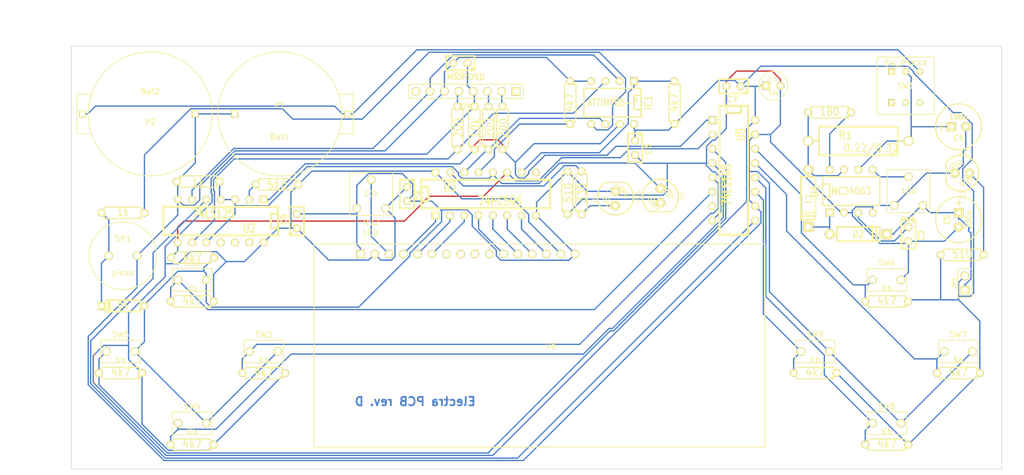
<source format=kicad_pcb>
(kicad_pcb (version 3) (host pcbnew "(2013-may-18)-stable")

  (general
    (links 138)
    (no_connects 0)
    (area 57.000001 42.150001 242.949999 126.000001)
    (thickness 1.6)
    (drawings 23)
    (tracks 509)
    (zones 0)
    (modules 60)
    (nets 46)
  )

  (page A4)
  (title_block 
    (rev D)
  )

  (layers
    (15 F.Cu signal)
    (0 B.Cu signal)
    (16 B.Adhes user)
    (17 F.Adhes user)
    (18 B.Paste user)
    (19 F.Paste user)
    (20 B.SilkS user)
    (21 F.SilkS user)
    (22 B.Mask user)
    (23 F.Mask user)
    (24 Dwgs.User user)
    (25 Cmts.User user)
    (26 Eco1.User user)
    (27 Eco2.User user)
    (28 Edge.Cuts user)
  )

  (setup
    (last_trace_width 0.23)
    (trace_clearance 0.2)
    (zone_clearance 0.508)
    (zone_45_only no)
    (trace_min 0.15)
    (segment_width 0.2)
    (edge_width 0.1)
    (via_size 0.7)
    (via_drill 0.4)
    (via_min_size 0.4)
    (via_min_drill 0.4)
    (uvia_size 0.508)
    (uvia_drill 0.127)
    (uvias_allowed no)
    (uvia_min_size 0.508)
    (uvia_min_drill 0.127)
    (pcb_text_width 0.3)
    (pcb_text_size 1.5 1.5)
    (mod_edge_width 0.15)
    (mod_text_size 1 1)
    (mod_text_width 0.15)
    (pad_size 1.5 1.5)
    (pad_drill 1)
    (pad_to_mask_clearance 0)
    (aux_axis_origin 0 0)
    (visible_elements FFFFFFBF)
    (pcbplotparams
      (layerselection 3178497)
      (usegerberextensions true)
      (excludeedgelayer true)
      (linewidth 0.150000)
      (plotframeref false)
      (viasonmask false)
      (mode 1)
      (useauxorigin false)
      (hpglpennumber 1)
      (hpglpenspeed 20)
      (hpglpendiameter 15)
      (hpglpenoverlay 2)
      (psnegative false)
      (psa4output false)
      (plotreference true)
      (plotvalue true)
      (plotothertext true)
      (plotinvisibletext false)
      (padsonsilk false)
      (subtractmaskfromsilk false)
      (outputformat 1)
      (mirror false)
      (drillshape 1)
      (scaleselection 1)
      (outputdirectory ""))
  )

  (net 0 "")
  (net 1 +3.3V)
  (net 2 GND)
  (net 3 N-000001)
  (net 4 N-0000010)
  (net 5 N-0000011)
  (net 6 N-0000012)
  (net 7 N-0000013)
  (net 8 N-0000014)
  (net 9 N-0000015)
  (net 10 N-0000016)
  (net 11 N-0000017)
  (net 12 N-0000019)
  (net 13 N-000002)
  (net 14 N-0000020)
  (net 15 N-0000021)
  (net 16 N-0000022)
  (net 17 N-0000023)
  (net 18 N-0000024)
  (net 19 N-0000025)
  (net 20 N-0000026)
  (net 21 N-0000027)
  (net 22 N-0000028)
  (net 23 N-0000029)
  (net 24 N-000003)
  (net 25 N-0000030)
  (net 26 N-0000031)
  (net 27 N-0000032)
  (net 28 N-0000033)
  (net 29 N-0000034)
  (net 30 N-0000035)
  (net 31 N-0000036)
  (net 32 N-0000038)
  (net 33 N-0000039)
  (net 34 N-0000040)
  (net 35 N-0000041)
  (net 36 N-0000042)
  (net 37 N-0000043)
  (net 38 N-0000044)
  (net 39 N-000005)
  (net 40 N-0000053)
  (net 41 N-000006)
  (net 42 N-000007)
  (net 43 N-000008)
  (net 44 N-000009)
  (net 45 VDD)

  (net_class Default "This is the default net class."
    (clearance 0.2)
    (trace_width 0.23)
    (via_dia 0.7)
    (via_drill 0.4)
    (uvia_dia 0.508)
    (uvia_drill 0.127)
    (add_net "")
    (add_net +3.3V)
    (add_net GND)
    (add_net N-000001)
    (add_net N-0000010)
    (add_net N-0000011)
    (add_net N-0000012)
    (add_net N-0000013)
    (add_net N-0000014)
    (add_net N-0000015)
    (add_net N-0000016)
    (add_net N-0000017)
    (add_net N-0000019)
    (add_net N-000002)
    (add_net N-0000020)
    (add_net N-0000021)
    (add_net N-0000022)
    (add_net N-0000023)
    (add_net N-0000024)
    (add_net N-0000025)
    (add_net N-0000026)
    (add_net N-0000027)
    (add_net N-0000028)
    (add_net N-0000029)
    (add_net N-000003)
    (add_net N-0000030)
    (add_net N-0000031)
    (add_net N-0000032)
    (add_net N-0000033)
    (add_net N-0000034)
    (add_net N-0000035)
    (add_net N-0000036)
    (add_net N-0000038)
    (add_net N-0000039)
    (add_net N-0000040)
    (add_net N-0000041)
    (add_net N-0000042)
    (add_net N-0000043)
    (add_net N-0000044)
    (add_net N-000005)
    (add_net N-0000053)
    (add_net N-000006)
    (add_net N-000007)
    (add_net N-000008)
    (add_net N-000009)
    (add_net VDD)
  )

  (module R3   placed (layer F.Cu) (tedit 4E4C0E65) (tstamp 56F7B98E)
    (at 79.17 79.54 180)
    (descr "Resitance 3 pas")
    (tags R)
    (path /56F682FD)
    (autoplace_cost180 10)
    (fp_text reference R2 (at 0 0.127 180) (layer F.SilkS) hide
      (effects (font (size 1.397 1.27) (thickness 0.2032)))
    )
    (fp_text value 1k (at 0 0.127 180) (layer F.SilkS)
      (effects (font (size 1.397 1.27) (thickness 0.2032)))
    )
    (fp_line (start -3.81 0) (end -3.302 0) (layer F.SilkS) (width 0.2032))
    (fp_line (start 3.81 0) (end 3.302 0) (layer F.SilkS) (width 0.2032))
    (fp_line (start 3.302 0) (end 3.302 -1.016) (layer F.SilkS) (width 0.2032))
    (fp_line (start 3.302 -1.016) (end -3.302 -1.016) (layer F.SilkS) (width 0.2032))
    (fp_line (start -3.302 -1.016) (end -3.302 1.016) (layer F.SilkS) (width 0.2032))
    (fp_line (start -3.302 1.016) (end 3.302 1.016) (layer F.SilkS) (width 0.2032))
    (fp_line (start 3.302 1.016) (end 3.302 0) (layer F.SilkS) (width 0.2032))
    (fp_line (start -3.302 -0.508) (end -2.794 -1.016) (layer F.SilkS) (width 0.2032))
    (pad 1 thru_hole circle (at -3.81 0 180) (size 1.397 1.397) (drill 0.8128)
      (layers *.Cu *.Mask F.SilkS)
      (net 26 N-0000031)
    )
    (pad 2 thru_hole circle (at 3.81 0 180) (size 1.397 1.397) (drill 0.8128)
      (layers *.Cu *.Mask F.SilkS)
      (net 14 N-0000020)
    )
    (model discret/resistor.wrl
      (at (xyz 0 0 0))
      (scale (xyz 0.3 0.3 0.3))
      (rotate (xyz 0 0 0))
    )
  )

  (module R3   placed (layer F.Cu) (tedit 4E4C0E65) (tstamp 56F7B99C)
    (at 91.44 120.65 180)
    (descr "Resitance 3 pas")
    (tags R)
    (path /56F5E649)
    (autoplace_cost180 10)
    (fp_text reference R16 (at 0 0.127 180) (layer F.SilkS) hide
      (effects (font (size 1.397 1.27) (thickness 0.2032)))
    )
    (fp_text value 4k7 (at 0 0.127 180) (layer F.SilkS)
      (effects (font (size 1.397 1.27) (thickness 0.2032)))
    )
    (fp_line (start -3.81 0) (end -3.302 0) (layer F.SilkS) (width 0.2032))
    (fp_line (start 3.81 0) (end 3.302 0) (layer F.SilkS) (width 0.2032))
    (fp_line (start 3.302 0) (end 3.302 -1.016) (layer F.SilkS) (width 0.2032))
    (fp_line (start 3.302 -1.016) (end -3.302 -1.016) (layer F.SilkS) (width 0.2032))
    (fp_line (start -3.302 -1.016) (end -3.302 1.016) (layer F.SilkS) (width 0.2032))
    (fp_line (start -3.302 1.016) (end 3.302 1.016) (layer F.SilkS) (width 0.2032))
    (fp_line (start 3.302 1.016) (end 3.302 0) (layer F.SilkS) (width 0.2032))
    (fp_line (start -3.302 -0.508) (end -2.794 -1.016) (layer F.SilkS) (width 0.2032))
    (pad 1 thru_hole circle (at -3.81 0 180) (size 1.397 1.397) (drill 0.8128)
      (layers *.Cu *.Mask F.SilkS)
      (net 1 +3.3V)
    )
    (pad 2 thru_hole circle (at 3.81 0 180) (size 1.397 1.397) (drill 0.8128)
      (layers *.Cu *.Mask F.SilkS)
      (net 37 N-0000043)
    )
    (model discret/resistor.wrl
      (at (xyz 0 0 0))
      (scale (xyz 0.3 0.3 0.3))
      (rotate (xyz 0 0 0))
    )
  )

  (module R3   placed (layer F.Cu) (tedit 4E4C0E65) (tstamp 56F7B9AA)
    (at 104.14 107.95 180)
    (descr "Resitance 3 pas")
    (tags R)
    (path /56F5E643)
    (autoplace_cost180 10)
    (fp_text reference R15 (at 0 0.127 180) (layer F.SilkS) hide
      (effects (font (size 1.397 1.27) (thickness 0.2032)))
    )
    (fp_text value 4k7 (at 0 0.127 180) (layer F.SilkS)
      (effects (font (size 1.397 1.27) (thickness 0.2032)))
    )
    (fp_line (start -3.81 0) (end -3.302 0) (layer F.SilkS) (width 0.2032))
    (fp_line (start 3.81 0) (end 3.302 0) (layer F.SilkS) (width 0.2032))
    (fp_line (start 3.302 0) (end 3.302 -1.016) (layer F.SilkS) (width 0.2032))
    (fp_line (start 3.302 -1.016) (end -3.302 -1.016) (layer F.SilkS) (width 0.2032))
    (fp_line (start -3.302 -1.016) (end -3.302 1.016) (layer F.SilkS) (width 0.2032))
    (fp_line (start -3.302 1.016) (end 3.302 1.016) (layer F.SilkS) (width 0.2032))
    (fp_line (start 3.302 1.016) (end 3.302 0) (layer F.SilkS) (width 0.2032))
    (fp_line (start -3.302 -0.508) (end -2.794 -1.016) (layer F.SilkS) (width 0.2032))
    (pad 1 thru_hole circle (at -3.81 0 180) (size 1.397 1.397) (drill 0.8128)
      (layers *.Cu *.Mask F.SilkS)
      (net 1 +3.3V)
    )
    (pad 2 thru_hole circle (at 3.81 0 180) (size 1.397 1.397) (drill 0.8128)
      (layers *.Cu *.Mask F.SilkS)
      (net 36 N-0000042)
    )
    (model discret/resistor.wrl
      (at (xyz 0 0 0))
      (scale (xyz 0.3 0.3 0.3))
      (rotate (xyz 0 0 0))
    )
  )

  (module R3   placed (layer F.Cu) (tedit 4E4C0E65) (tstamp 56F7B9B8)
    (at 91.44 95.25 180)
    (descr "Resitance 3 pas")
    (tags R)
    (path /56F5DC82)
    (autoplace_cost180 10)
    (fp_text reference R14 (at 0 0.127 180) (layer F.SilkS) hide
      (effects (font (size 1.397 1.27) (thickness 0.2032)))
    )
    (fp_text value 4k7 (at 0 0.127 180) (layer F.SilkS)
      (effects (font (size 1.397 1.27) (thickness 0.2032)))
    )
    (fp_line (start -3.81 0) (end -3.302 0) (layer F.SilkS) (width 0.2032))
    (fp_line (start 3.81 0) (end 3.302 0) (layer F.SilkS) (width 0.2032))
    (fp_line (start 3.302 0) (end 3.302 -1.016) (layer F.SilkS) (width 0.2032))
    (fp_line (start 3.302 -1.016) (end -3.302 -1.016) (layer F.SilkS) (width 0.2032))
    (fp_line (start -3.302 -1.016) (end -3.302 1.016) (layer F.SilkS) (width 0.2032))
    (fp_line (start -3.302 1.016) (end 3.302 1.016) (layer F.SilkS) (width 0.2032))
    (fp_line (start 3.302 1.016) (end 3.302 0) (layer F.SilkS) (width 0.2032))
    (fp_line (start -3.302 -0.508) (end -2.794 -1.016) (layer F.SilkS) (width 0.2032))
    (pad 1 thru_hole circle (at -3.81 0 180) (size 1.397 1.397) (drill 0.8128)
      (layers *.Cu *.Mask F.SilkS)
      (net 1 +3.3V)
    )
    (pad 2 thru_hole circle (at 3.81 0 180) (size 1.397 1.397) (drill 0.8128)
      (layers *.Cu *.Mask F.SilkS)
      (net 35 N-0000041)
    )
    (model discret/resistor.wrl
      (at (xyz 0 0 0))
      (scale (xyz 0.3 0.3 0.3))
      (rotate (xyz 0 0 0))
    )
  )

  (module R3   placed (layer F.Cu) (tedit 4E4C0E65) (tstamp 56F7B9C6)
    (at 78.74 107.95 180)
    (descr "Resitance 3 pas")
    (tags R)
    (path /56F5E64F)
    (autoplace_cost180 10)
    (fp_text reference R17 (at 0 0.127 180) (layer F.SilkS) hide
      (effects (font (size 1.397 1.27) (thickness 0.2032)))
    )
    (fp_text value 4k7 (at 0 0.127 180) (layer F.SilkS)
      (effects (font (size 1.397 1.27) (thickness 0.2032)))
    )
    (fp_line (start -3.81 0) (end -3.302 0) (layer F.SilkS) (width 0.2032))
    (fp_line (start 3.81 0) (end 3.302 0) (layer F.SilkS) (width 0.2032))
    (fp_line (start 3.302 0) (end 3.302 -1.016) (layer F.SilkS) (width 0.2032))
    (fp_line (start 3.302 -1.016) (end -3.302 -1.016) (layer F.SilkS) (width 0.2032))
    (fp_line (start -3.302 -1.016) (end -3.302 1.016) (layer F.SilkS) (width 0.2032))
    (fp_line (start -3.302 1.016) (end 3.302 1.016) (layer F.SilkS) (width 0.2032))
    (fp_line (start 3.302 1.016) (end 3.302 0) (layer F.SilkS) (width 0.2032))
    (fp_line (start -3.302 -0.508) (end -2.794 -1.016) (layer F.SilkS) (width 0.2032))
    (pad 1 thru_hole circle (at -3.81 0 180) (size 1.397 1.397) (drill 0.8128)
      (layers *.Cu *.Mask F.SilkS)
      (net 1 +3.3V)
    )
    (pad 2 thru_hole circle (at 3.81 0 180) (size 1.397 1.397) (drill 0.8128)
      (layers *.Cu *.Mask F.SilkS)
      (net 38 N-0000044)
    )
    (model discret/resistor.wrl
      (at (xyz 0 0 0))
      (scale (xyz 0.3 0.3 0.3))
      (rotate (xyz 0 0 0))
    )
  )

  (module R3   placed (layer F.Cu) (tedit 4E4C0E65) (tstamp 56FE56B4)
    (at 214.63 95.25 180)
    (descr "Resitance 3 pas")
    (tags R)
    (path /56F5E655)
    (autoplace_cost180 10)
    (fp_text reference R18 (at 0 0.127 180) (layer F.SilkS) hide
      (effects (font (size 1.397 1.27) (thickness 0.2032)))
    )
    (fp_text value 4k7 (at 0 0.127 180) (layer F.SilkS)
      (effects (font (size 1.397 1.27) (thickness 0.2032)))
    )
    (fp_line (start -3.81 0) (end -3.302 0) (layer F.SilkS) (width 0.2032))
    (fp_line (start 3.81 0) (end 3.302 0) (layer F.SilkS) (width 0.2032))
    (fp_line (start 3.302 0) (end 3.302 -1.016) (layer F.SilkS) (width 0.2032))
    (fp_line (start 3.302 -1.016) (end -3.302 -1.016) (layer F.SilkS) (width 0.2032))
    (fp_line (start -3.302 -1.016) (end -3.302 1.016) (layer F.SilkS) (width 0.2032))
    (fp_line (start -3.302 1.016) (end 3.302 1.016) (layer F.SilkS) (width 0.2032))
    (fp_line (start 3.302 1.016) (end 3.302 0) (layer F.SilkS) (width 0.2032))
    (fp_line (start -3.302 -0.508) (end -2.794 -1.016) (layer F.SilkS) (width 0.2032))
    (pad 1 thru_hole circle (at -3.81 0 180) (size 1.397 1.397) (drill 0.8128)
      (layers *.Cu *.Mask F.SilkS)
      (net 1 +3.3V)
    )
    (pad 2 thru_hole circle (at 3.81 0 180) (size 1.397 1.397) (drill 0.8128)
      (layers *.Cu *.Mask F.SilkS)
      (net 31 N-0000036)
    )
    (model discret/resistor.wrl
      (at (xyz 0 0 0))
      (scale (xyz 0.3 0.3 0.3))
      (rotate (xyz 0 0 0))
    )
  )

  (module R3   placed (layer F.Cu) (tedit 4E4C0E65) (tstamp 56F7B9E2)
    (at 227.33 107.95 180)
    (descr "Resitance 3 pas")
    (tags R)
    (path /56F5E65B)
    (autoplace_cost180 10)
    (fp_text reference R19 (at 0 0.127 180) (layer F.SilkS) hide
      (effects (font (size 1.397 1.27) (thickness 0.2032)))
    )
    (fp_text value 4k7 (at 0 0.127 180) (layer F.SilkS)
      (effects (font (size 1.397 1.27) (thickness 0.2032)))
    )
    (fp_line (start -3.81 0) (end -3.302 0) (layer F.SilkS) (width 0.2032))
    (fp_line (start 3.81 0) (end 3.302 0) (layer F.SilkS) (width 0.2032))
    (fp_line (start 3.302 0) (end 3.302 -1.016) (layer F.SilkS) (width 0.2032))
    (fp_line (start 3.302 -1.016) (end -3.302 -1.016) (layer F.SilkS) (width 0.2032))
    (fp_line (start -3.302 -1.016) (end -3.302 1.016) (layer F.SilkS) (width 0.2032))
    (fp_line (start -3.302 1.016) (end 3.302 1.016) (layer F.SilkS) (width 0.2032))
    (fp_line (start 3.302 1.016) (end 3.302 0) (layer F.SilkS) (width 0.2032))
    (fp_line (start -3.302 -0.508) (end -2.794 -1.016) (layer F.SilkS) (width 0.2032))
    (pad 1 thru_hole circle (at -3.81 0 180) (size 1.397 1.397) (drill 0.8128)
      (layers *.Cu *.Mask F.SilkS)
      (net 1 +3.3V)
    )
    (pad 2 thru_hole circle (at 3.81 0 180) (size 1.397 1.397) (drill 0.8128)
      (layers *.Cu *.Mask F.SilkS)
      (net 30 N-0000035)
    )
    (model discret/resistor.wrl
      (at (xyz 0 0 0))
      (scale (xyz 0.3 0.3 0.3))
      (rotate (xyz 0 0 0))
    )
  )

  (module R3   placed (layer F.Cu) (tedit 4E4C0E65) (tstamp 56F7B9F0)
    (at 214.63 120.65 180)
    (descr "Resitance 3 pas")
    (tags R)
    (path /56F5E661)
    (autoplace_cost180 10)
    (fp_text reference R20 (at 0 0.127 180) (layer F.SilkS) hide
      (effects (font (size 1.397 1.27) (thickness 0.2032)))
    )
    (fp_text value 4k7 (at 0 0.127 180) (layer F.SilkS)
      (effects (font (size 1.397 1.27) (thickness 0.2032)))
    )
    (fp_line (start -3.81 0) (end -3.302 0) (layer F.SilkS) (width 0.2032))
    (fp_line (start 3.81 0) (end 3.302 0) (layer F.SilkS) (width 0.2032))
    (fp_line (start 3.302 0) (end 3.302 -1.016) (layer F.SilkS) (width 0.2032))
    (fp_line (start 3.302 -1.016) (end -3.302 -1.016) (layer F.SilkS) (width 0.2032))
    (fp_line (start -3.302 -1.016) (end -3.302 1.016) (layer F.SilkS) (width 0.2032))
    (fp_line (start -3.302 1.016) (end 3.302 1.016) (layer F.SilkS) (width 0.2032))
    (fp_line (start 3.302 1.016) (end 3.302 0) (layer F.SilkS) (width 0.2032))
    (fp_line (start -3.302 -0.508) (end -2.794 -1.016) (layer F.SilkS) (width 0.2032))
    (pad 1 thru_hole circle (at -3.81 0 180) (size 1.397 1.397) (drill 0.8128)
      (layers *.Cu *.Mask F.SilkS)
      (net 1 +3.3V)
    )
    (pad 2 thru_hole circle (at 3.81 0 180) (size 1.397 1.397) (drill 0.8128)
      (layers *.Cu *.Mask F.SilkS)
      (net 29 N-0000034)
    )
    (model discret/resistor.wrl
      (at (xyz 0 0 0))
      (scale (xyz 0.3 0.3 0.3))
      (rotate (xyz 0 0 0))
    )
  )

  (module R3   placed (layer F.Cu) (tedit 4E4C0E65) (tstamp 56F7B9FE)
    (at 201.93 107.95 180)
    (descr "Resitance 3 pas")
    (tags R)
    (path /56F5E667)
    (autoplace_cost180 10)
    (fp_text reference R21 (at 0 0.127 180) (layer F.SilkS) hide
      (effects (font (size 1.397 1.27) (thickness 0.2032)))
    )
    (fp_text value 4k7 (at 0 0.127 180) (layer F.SilkS)
      (effects (font (size 1.397 1.27) (thickness 0.2032)))
    )
    (fp_line (start -3.81 0) (end -3.302 0) (layer F.SilkS) (width 0.2032))
    (fp_line (start 3.81 0) (end 3.302 0) (layer F.SilkS) (width 0.2032))
    (fp_line (start 3.302 0) (end 3.302 -1.016) (layer F.SilkS) (width 0.2032))
    (fp_line (start 3.302 -1.016) (end -3.302 -1.016) (layer F.SilkS) (width 0.2032))
    (fp_line (start -3.302 -1.016) (end -3.302 1.016) (layer F.SilkS) (width 0.2032))
    (fp_line (start -3.302 1.016) (end 3.302 1.016) (layer F.SilkS) (width 0.2032))
    (fp_line (start 3.302 1.016) (end 3.302 0) (layer F.SilkS) (width 0.2032))
    (fp_line (start -3.302 -0.508) (end -2.794 -1.016) (layer F.SilkS) (width 0.2032))
    (pad 1 thru_hole circle (at -3.81 0 180) (size 1.397 1.397) (drill 0.8128)
      (layers *.Cu *.Mask F.SilkS)
      (net 1 +3.3V)
    )
    (pad 2 thru_hole circle (at 3.81 0 180) (size 1.397 1.397) (drill 0.8128)
      (layers *.Cu *.Mask F.SilkS)
      (net 28 N-0000033)
    )
    (model discret/resistor.wrl
      (at (xyz 0 0 0))
      (scale (xyz 0.3 0.3 0.3))
      (rotate (xyz 0 0 0))
    )
  )

  (module R3   placed (layer F.Cu) (tedit 4E4C0E65) (tstamp 56F7BA0C)
    (at 204.51 61.73 180)
    (descr "Resitance 3 pas")
    (tags R)
    (path /56F65CFC)
    (autoplace_cost180 10)
    (fp_text reference R3 (at 0 0.127 180) (layer F.SilkS) hide
      (effects (font (size 1.397 1.27) (thickness 0.2032)))
    )
    (fp_text value 180 (at 0 0.127 180) (layer F.SilkS)
      (effects (font (size 1.397 1.27) (thickness 0.2032)))
    )
    (fp_line (start -3.81 0) (end -3.302 0) (layer F.SilkS) (width 0.2032))
    (fp_line (start 3.81 0) (end 3.302 0) (layer F.SilkS) (width 0.2032))
    (fp_line (start 3.302 0) (end 3.302 -1.016) (layer F.SilkS) (width 0.2032))
    (fp_line (start 3.302 -1.016) (end -3.302 -1.016) (layer F.SilkS) (width 0.2032))
    (fp_line (start -3.302 -1.016) (end -3.302 1.016) (layer F.SilkS) (width 0.2032))
    (fp_line (start -3.302 1.016) (end 3.302 1.016) (layer F.SilkS) (width 0.2032))
    (fp_line (start 3.302 1.016) (end 3.302 0) (layer F.SilkS) (width 0.2032))
    (fp_line (start -3.302 -0.508) (end -2.794 -1.016) (layer F.SilkS) (width 0.2032))
    (pad 1 thru_hole circle (at -3.81 0 180) (size 1.397 1.397) (drill 0.8128)
      (layers *.Cu *.Mask F.SilkS)
      (net 33 N-0000039)
    )
    (pad 2 thru_hole circle (at 3.81 0 180) (size 1.397 1.397) (drill 0.8128)
      (layers *.Cu *.Mask F.SilkS)
      (net 17 N-0000023)
    )
    (model discret/resistor.wrl
      (at (xyz 0 0 0))
      (scale (xyz 0.3 0.3 0.3))
      (rotate (xyz 0 0 0))
    )
  )

  (module R3   placed (layer F.Cu) (tedit 4E4C0E65) (tstamp 56F7BA1A)
    (at 228 87 180)
    (descr "Resitance 3 pas")
    (tags R)
    (path /56F5D1BF)
    (autoplace_cost180 10)
    (fp_text reference R4 (at 0 0.127 180) (layer F.SilkS) hide
      (effects (font (size 1.397 1.27) (thickness 0.2032)))
    )
    (fp_text value 510 (at 0 0.127 180) (layer F.SilkS)
      (effects (font (size 1.397 1.27) (thickness 0.2032)))
    )
    (fp_line (start -3.81 0) (end -3.302 0) (layer F.SilkS) (width 0.2032))
    (fp_line (start 3.81 0) (end 3.302 0) (layer F.SilkS) (width 0.2032))
    (fp_line (start 3.302 0) (end 3.302 -1.016) (layer F.SilkS) (width 0.2032))
    (fp_line (start 3.302 -1.016) (end -3.302 -1.016) (layer F.SilkS) (width 0.2032))
    (fp_line (start -3.302 -1.016) (end -3.302 1.016) (layer F.SilkS) (width 0.2032))
    (fp_line (start -3.302 1.016) (end 3.302 1.016) (layer F.SilkS) (width 0.2032))
    (fp_line (start 3.302 1.016) (end 3.302 0) (layer F.SilkS) (width 0.2032))
    (fp_line (start -3.302 -0.508) (end -2.794 -1.016) (layer F.SilkS) (width 0.2032))
    (pad 1 thru_hole circle (at -3.81 0 180) (size 1.397 1.397) (drill 0.8128)
      (layers *.Cu *.Mask F.SilkS)
      (net 15 N-0000021)
    )
    (pad 2 thru_hole circle (at 3.81 0 180) (size 1.397 1.397) (drill 0.8128)
      (layers *.Cu *.Mask F.SilkS)
      (net 1 +3.3V)
    )
    (model discret/resistor.wrl
      (at (xyz 0 0 0))
      (scale (xyz 0.3 0.3 0.3))
      (rotate (xyz 0 0 0))
    )
  )

  (module R3   placed (layer F.Cu) (tedit 4E4C0E65) (tstamp 56F7BA28)
    (at 158.5 60 270)
    (descr "Resitance 3 pas")
    (tags R)
    (path /56F5CB44)
    (autoplace_cost180 10)
    (fp_text reference R6 (at 0 0.127 270) (layer F.SilkS) hide
      (effects (font (size 1.397 1.27) (thickness 0.2032)))
    )
    (fp_text value 4k7 (at 0 0.127 270) (layer F.SilkS)
      (effects (font (size 1.397 1.27) (thickness 0.2032)))
    )
    (fp_line (start -3.81 0) (end -3.302 0) (layer F.SilkS) (width 0.2032))
    (fp_line (start 3.81 0) (end 3.302 0) (layer F.SilkS) (width 0.2032))
    (fp_line (start 3.302 0) (end 3.302 -1.016) (layer F.SilkS) (width 0.2032))
    (fp_line (start 3.302 -1.016) (end -3.302 -1.016) (layer F.SilkS) (width 0.2032))
    (fp_line (start -3.302 -1.016) (end -3.302 1.016) (layer F.SilkS) (width 0.2032))
    (fp_line (start -3.302 1.016) (end 3.302 1.016) (layer F.SilkS) (width 0.2032))
    (fp_line (start 3.302 1.016) (end 3.302 0) (layer F.SilkS) (width 0.2032))
    (fp_line (start -3.302 -0.508) (end -2.794 -1.016) (layer F.SilkS) (width 0.2032))
    (pad 1 thru_hole circle (at -3.81 0 270) (size 1.397 1.397) (drill 0.8128)
      (layers *.Cu *.Mask F.SilkS)
      (net 2 GND)
    )
    (pad 2 thru_hole circle (at 3.81 0 270) (size 1.397 1.397) (drill 0.8128)
      (layers *.Cu *.Mask F.SilkS)
      (net 3 N-000001)
    )
    (model discret/resistor.wrl
      (at (xyz 0 0 0))
      (scale (xyz 0.3 0.3 0.3))
      (rotate (xyz 0 0 0))
    )
  )

  (module R3   placed (layer F.Cu) (tedit 4E4C0E65) (tstamp 56F7BA36)
    (at 160.5 76 90)
    (descr "Resitance 3 pas")
    (tags R)
    (path /56F5CB3E)
    (autoplace_cost180 10)
    (fp_text reference R12 (at 0 0.127 90) (layer F.SilkS) hide
      (effects (font (size 1.397 1.27) (thickness 0.2032)))
    )
    (fp_text value 330 (at 0 0.127 90) (layer F.SilkS)
      (effects (font (size 1.397 1.27) (thickness 0.2032)))
    )
    (fp_line (start -3.81 0) (end -3.302 0) (layer F.SilkS) (width 0.2032))
    (fp_line (start 3.81 0) (end 3.302 0) (layer F.SilkS) (width 0.2032))
    (fp_line (start 3.302 0) (end 3.302 -1.016) (layer F.SilkS) (width 0.2032))
    (fp_line (start 3.302 -1.016) (end -3.302 -1.016) (layer F.SilkS) (width 0.2032))
    (fp_line (start -3.302 -1.016) (end -3.302 1.016) (layer F.SilkS) (width 0.2032))
    (fp_line (start -3.302 1.016) (end 3.302 1.016) (layer F.SilkS) (width 0.2032))
    (fp_line (start 3.302 1.016) (end 3.302 0) (layer F.SilkS) (width 0.2032))
    (fp_line (start -3.302 -0.508) (end -2.794 -1.016) (layer F.SilkS) (width 0.2032))
    (pad 1 thru_hole circle (at -3.81 0 90) (size 1.397 1.397) (drill 0.8128)
      (layers *.Cu *.Mask F.SilkS)
      (net 24 N-000003)
    )
    (pad 2 thru_hole circle (at 3.81 0 90) (size 1.397 1.397) (drill 0.8128)
      (layers *.Cu *.Mask F.SilkS)
      (net 41 N-000006)
    )
    (model discret/resistor.wrl
      (at (xyz 0 0 0))
      (scale (xyz 0.3 0.3 0.3))
      (rotate (xyz 0 0 0))
    )
  )

  (module R3   placed (layer F.Cu) (tedit 4E4C0E65) (tstamp 56F7BA44)
    (at 141.5 64.5 90)
    (descr "Resitance 3 pas")
    (tags R)
    (path /56F07E7C)
    (autoplace_cost180 10)
    (fp_text reference R7 (at 0 0.127 90) (layer F.SilkS) hide
      (effects (font (size 1.397 1.27) (thickness 0.2032)))
    )
    (fp_text value 10k (at 0 0.127 90) (layer F.SilkS)
      (effects (font (size 1.397 1.27) (thickness 0.2032)))
    )
    (fp_line (start -3.81 0) (end -3.302 0) (layer F.SilkS) (width 0.2032))
    (fp_line (start 3.81 0) (end 3.302 0) (layer F.SilkS) (width 0.2032))
    (fp_line (start 3.302 0) (end 3.302 -1.016) (layer F.SilkS) (width 0.2032))
    (fp_line (start 3.302 -1.016) (end -3.302 -1.016) (layer F.SilkS) (width 0.2032))
    (fp_line (start -3.302 -1.016) (end -3.302 1.016) (layer F.SilkS) (width 0.2032))
    (fp_line (start -3.302 1.016) (end 3.302 1.016) (layer F.SilkS) (width 0.2032))
    (fp_line (start 3.302 1.016) (end 3.302 0) (layer F.SilkS) (width 0.2032))
    (fp_line (start -3.302 -0.508) (end -2.794 -1.016) (layer F.SilkS) (width 0.2032))
    (pad 1 thru_hole circle (at -3.81 0 90) (size 1.397 1.397) (drill 0.8128)
      (layers *.Cu *.Mask F.SilkS)
      (net 22 N-0000028)
    )
    (pad 2 thru_hole circle (at 3.81 0 90) (size 1.397 1.397) (drill 0.8128)
      (layers *.Cu *.Mask F.SilkS)
      (net 1 +3.3V)
    )
    (model discret/resistor.wrl
      (at (xyz 0 0 0))
      (scale (xyz 0.3 0.3 0.3))
      (rotate (xyz 0 0 0))
    )
  )

  (module R3   placed (layer F.Cu) (tedit 4E4C0E65) (tstamp 56FE5716)
    (at 106.5 74.5)
    (descr "Resitance 3 pas")
    (tags R)
    (path /56F7A6CE)
    (autoplace_cost180 10)
    (fp_text reference R8 (at 0 0.127) (layer F.SilkS) hide
      (effects (font (size 1.397 1.27) (thickness 0.2032)))
    )
    (fp_text value 510 (at 0 0.127) (layer F.SilkS)
      (effects (font (size 1.397 1.27) (thickness 0.2032)))
    )
    (fp_line (start -3.81 0) (end -3.302 0) (layer F.SilkS) (width 0.2032))
    (fp_line (start 3.81 0) (end 3.302 0) (layer F.SilkS) (width 0.2032))
    (fp_line (start 3.302 0) (end 3.302 -1.016) (layer F.SilkS) (width 0.2032))
    (fp_line (start 3.302 -1.016) (end -3.302 -1.016) (layer F.SilkS) (width 0.2032))
    (fp_line (start -3.302 -1.016) (end -3.302 1.016) (layer F.SilkS) (width 0.2032))
    (fp_line (start -3.302 1.016) (end 3.302 1.016) (layer F.SilkS) (width 0.2032))
    (fp_line (start 3.302 1.016) (end 3.302 0) (layer F.SilkS) (width 0.2032))
    (fp_line (start -3.302 -0.508) (end -2.794 -1.016) (layer F.SilkS) (width 0.2032))
    (pad 1 thru_hole circle (at -3.81 0) (size 1.397 1.397) (drill 0.8128)
      (layers *.Cu *.Mask F.SilkS)
      (net 16 N-0000022)
    )
    (pad 2 thru_hole circle (at 3.81 0) (size 1.397 1.397) (drill 0.8128)
      (layers *.Cu *.Mask F.SilkS)
      (net 1 +3.3V)
    )
    (model discret/resistor.wrl
      (at (xyz 0 0 0))
      (scale (xyz 0.3 0.3 0.3))
      (rotate (xyz 0 0 0))
    )
  )

  (module R3   placed (layer F.Cu) (tedit 4E4C0E65) (tstamp 56FE5707)
    (at 92.5 74)
    (descr "Resitance 3 pas")
    (tags R)
    (path /56F7AAEB)
    (autoplace_cost180 10)
    (fp_text reference R13 (at 0 0.127) (layer F.SilkS) hide
      (effects (font (size 1.397 1.27) (thickness 0.2032)))
    )
    (fp_text value 1k (at 0 0.127) (layer F.SilkS)
      (effects (font (size 1.397 1.27) (thickness 0.2032)))
    )
    (fp_line (start -3.81 0) (end -3.302 0) (layer F.SilkS) (width 0.2032))
    (fp_line (start 3.81 0) (end 3.302 0) (layer F.SilkS) (width 0.2032))
    (fp_line (start 3.302 0) (end 3.302 -1.016) (layer F.SilkS) (width 0.2032))
    (fp_line (start 3.302 -1.016) (end -3.302 -1.016) (layer F.SilkS) (width 0.2032))
    (fp_line (start -3.302 -1.016) (end -3.302 1.016) (layer F.SilkS) (width 0.2032))
    (fp_line (start -3.302 1.016) (end 3.302 1.016) (layer F.SilkS) (width 0.2032))
    (fp_line (start 3.302 1.016) (end 3.302 0) (layer F.SilkS) (width 0.2032))
    (fp_line (start -3.302 -0.508) (end -2.794 -1.016) (layer F.SilkS) (width 0.2032))
    (pad 1 thru_hole circle (at -3.81 0) (size 1.397 1.397) (drill 0.8128)
      (layers *.Cu *.Mask F.SilkS)
      (net 2 GND)
    )
    (pad 2 thru_hole circle (at 3.81 0) (size 1.397 1.397) (drill 0.8128)
      (layers *.Cu *.Mask F.SilkS)
      (net 40 N-0000053)
    )
    (model discret/resistor.wrl
      (at (xyz 0 0 0))
      (scale (xyz 0.3 0.3 0.3))
      (rotate (xyz 0 0 0))
    )
  )

  (module R3   placed (layer F.Cu) (tedit 4E4C0E65) (tstamp 56F7BA6E)
    (at 138.5 64.5 90)
    (descr "Resitance 3 pas")
    (tags R)
    (path /56F0759F)
    (autoplace_cost180 10)
    (fp_text reference R11 (at 0 0.127 90) (layer F.SilkS) hide
      (effects (font (size 1.397 1.27) (thickness 0.2032)))
    )
    (fp_text value 200 (at 0 0.127 90) (layer F.SilkS)
      (effects (font (size 1.397 1.27) (thickness 0.2032)))
    )
    (fp_line (start -3.81 0) (end -3.302 0) (layer F.SilkS) (width 0.2032))
    (fp_line (start 3.81 0) (end 3.302 0) (layer F.SilkS) (width 0.2032))
    (fp_line (start 3.302 0) (end 3.302 -1.016) (layer F.SilkS) (width 0.2032))
    (fp_line (start 3.302 -1.016) (end -3.302 -1.016) (layer F.SilkS) (width 0.2032))
    (fp_line (start -3.302 -1.016) (end -3.302 1.016) (layer F.SilkS) (width 0.2032))
    (fp_line (start -3.302 1.016) (end 3.302 1.016) (layer F.SilkS) (width 0.2032))
    (fp_line (start 3.302 1.016) (end 3.302 0) (layer F.SilkS) (width 0.2032))
    (fp_line (start -3.302 -0.508) (end -2.794 -1.016) (layer F.SilkS) (width 0.2032))
    (pad 1 thru_hole circle (at -3.81 0 90) (size 1.397 1.397) (drill 0.8128)
      (layers *.Cu *.Mask F.SilkS)
      (net 21 N-0000027)
    )
    (pad 2 thru_hole circle (at 3.81 0 90) (size 1.397 1.397) (drill 0.8128)
      (layers *.Cu *.Mask F.SilkS)
      (net 42 N-000007)
    )
    (model discret/resistor.wrl
      (at (xyz 0 0 0))
      (scale (xyz 0.3 0.3 0.3))
      (rotate (xyz 0 0 0))
    )
  )

  (module R3   placed (layer F.Cu) (tedit 4E4C0E65) (tstamp 56F7BA7C)
    (at 146.5 64.5 90)
    (descr "Resitance 3 pas")
    (tags R)
    (path /56F07580)
    (autoplace_cost180 10)
    (fp_text reference R9 (at 0 0.127 90) (layer F.SilkS) hide
      (effects (font (size 1.397 1.27) (thickness 0.2032)))
    )
    (fp_text value 200 (at 0 0.127 90) (layer F.SilkS)
      (effects (font (size 1.397 1.27) (thickness 0.2032)))
    )
    (fp_line (start -3.81 0) (end -3.302 0) (layer F.SilkS) (width 0.2032))
    (fp_line (start 3.81 0) (end 3.302 0) (layer F.SilkS) (width 0.2032))
    (fp_line (start 3.302 0) (end 3.302 -1.016) (layer F.SilkS) (width 0.2032))
    (fp_line (start 3.302 -1.016) (end -3.302 -1.016) (layer F.SilkS) (width 0.2032))
    (fp_line (start -3.302 -1.016) (end -3.302 1.016) (layer F.SilkS) (width 0.2032))
    (fp_line (start -3.302 1.016) (end 3.302 1.016) (layer F.SilkS) (width 0.2032))
    (fp_line (start 3.302 1.016) (end 3.302 0) (layer F.SilkS) (width 0.2032))
    (fp_line (start -3.302 -0.508) (end -2.794 -1.016) (layer F.SilkS) (width 0.2032))
    (pad 1 thru_hole circle (at -3.81 0 90) (size 1.397 1.397) (drill 0.8128)
      (layers *.Cu *.Mask F.SilkS)
      (net 22 N-0000028)
    )
    (pad 2 thru_hole circle (at 3.81 0 90) (size 1.397 1.397) (drill 0.8128)
      (layers *.Cu *.Mask F.SilkS)
      (net 44 N-000009)
    )
    (model discret/resistor.wrl
      (at (xyz 0 0 0))
      (scale (xyz 0.3 0.3 0.3))
      (rotate (xyz 0 0 0))
    )
  )

  (module R3   placed (layer F.Cu) (tedit 4E4C0E65) (tstamp 56F7BA8A)
    (at 144 64.5 90)
    (descr "Resitance 3 pas")
    (tags R)
    (path /56F0757A)
    (autoplace_cost180 10)
    (fp_text reference R10 (at 0 0.127 90) (layer F.SilkS) hide
      (effects (font (size 1.397 1.27) (thickness 0.2032)))
    )
    (fp_text value 200 (at 0 0.127 90) (layer F.SilkS)
      (effects (font (size 1.397 1.27) (thickness 0.2032)))
    )
    (fp_line (start -3.81 0) (end -3.302 0) (layer F.SilkS) (width 0.2032))
    (fp_line (start 3.81 0) (end 3.302 0) (layer F.SilkS) (width 0.2032))
    (fp_line (start 3.302 0) (end 3.302 -1.016) (layer F.SilkS) (width 0.2032))
    (fp_line (start 3.302 -1.016) (end -3.302 -1.016) (layer F.SilkS) (width 0.2032))
    (fp_line (start -3.302 -1.016) (end -3.302 1.016) (layer F.SilkS) (width 0.2032))
    (fp_line (start -3.302 1.016) (end 3.302 1.016) (layer F.SilkS) (width 0.2032))
    (fp_line (start 3.302 1.016) (end 3.302 0) (layer F.SilkS) (width 0.2032))
    (fp_line (start -3.302 -0.508) (end -2.794 -1.016) (layer F.SilkS) (width 0.2032))
    (pad 1 thru_hole circle (at -3.81 0 90) (size 1.397 1.397) (drill 0.8128)
      (layers *.Cu *.Mask F.SilkS)
      (net 13 N-000002)
    )
    (pad 2 thru_hole circle (at 3.81 0 90) (size 1.397 1.397) (drill 0.8128)
      (layers *.Cu *.Mask F.SilkS)
      (net 43 N-000008)
    )
    (model discret/resistor.wrl
      (at (xyz 0 0 0))
      (scale (xyz 0.3 0.3 0.3))
      (rotate (xyz 0 0 0))
    )
  )

  (module R3   placed (layer F.Cu) (tedit 4E4C0E65) (tstamp 56F7BA98)
    (at 177 60 270)
    (descr "Resitance 3 pas")
    (tags R)
    (path /56F07347)
    (autoplace_cost180 10)
    (fp_text reference R5 (at 0 0.127 270) (layer F.SilkS) hide
      (effects (font (size 1.397 1.27) (thickness 0.2032)))
    )
    (fp_text value 4k7 (at 0 0.127 270) (layer F.SilkS)
      (effects (font (size 1.397 1.27) (thickness 0.2032)))
    )
    (fp_line (start -3.81 0) (end -3.302 0) (layer F.SilkS) (width 0.2032))
    (fp_line (start 3.81 0) (end 3.302 0) (layer F.SilkS) (width 0.2032))
    (fp_line (start 3.302 0) (end 3.302 -1.016) (layer F.SilkS) (width 0.2032))
    (fp_line (start 3.302 -1.016) (end -3.302 -1.016) (layer F.SilkS) (width 0.2032))
    (fp_line (start -3.302 -1.016) (end -3.302 1.016) (layer F.SilkS) (width 0.2032))
    (fp_line (start -3.302 1.016) (end 3.302 1.016) (layer F.SilkS) (width 0.2032))
    (fp_line (start 3.302 1.016) (end 3.302 0) (layer F.SilkS) (width 0.2032))
    (fp_line (start -3.302 -0.508) (end -2.794 -1.016) (layer F.SilkS) (width 0.2032))
    (pad 1 thru_hole circle (at -3.81 0 270) (size 1.397 1.397) (drill 0.8128)
      (layers *.Cu *.Mask F.SilkS)
      (net 25 N-0000030)
    )
    (pad 2 thru_hole circle (at 3.81 0 270) (size 1.397 1.397) (drill 0.8128)
      (layers *.Cu *.Mask F.SilkS)
      (net 1 +3.3V)
    )
    (model discret/resistor.wrl
      (at (xyz 0 0 0))
      (scale (xyz 0.3 0.3 0.3))
      (rotate (xyz 0 0 0))
    )
  )

  (module PIN_ARRAY_2X1   placed (layer F.Cu) (tedit 4565C520) (tstamp 56F7BAA2)
    (at 228.5 92 90)
    (descr "Connecteurs 2 pins")
    (tags "CONN DEV")
    (path /56F6C39F)
    (fp_text reference JP1 (at 0 -1.905 90) (layer F.SilkS)
      (effects (font (size 0.762 0.762) (thickness 0.1524)))
    )
    (fp_text value JUMPER (at 0 -1.905 90) (layer F.SilkS) hide
      (effects (font (size 0.762 0.762) (thickness 0.1524)))
    )
    (fp_line (start -2.54 1.27) (end -2.54 -1.27) (layer F.SilkS) (width 0.1524))
    (fp_line (start -2.54 -1.27) (end 2.54 -1.27) (layer F.SilkS) (width 0.1524))
    (fp_line (start 2.54 -1.27) (end 2.54 1.27) (layer F.SilkS) (width 0.1524))
    (fp_line (start 2.54 1.27) (end -2.54 1.27) (layer F.SilkS) (width 0.1524))
    (pad 1 thru_hole rect (at -1.27 0 90) (size 1.524 1.524) (drill 1.016)
      (layers *.Cu *.Mask F.SilkS)
      (net 19 N-0000025)
    )
    (pad 2 thru_hole circle (at 1.27 0 90) (size 1.524 1.524) (drill 1.016)
      (layers *.Cu *.Mask F.SilkS)
      (net 1 +3.3V)
    )
    (model pin_array/pins_array_2x1.wrl
      (at (xyz 0 0 0))
      (scale (xyz 1 1 1))
      (rotate (xyz 0 0 0))
    )
  )

  (module LED-5MM   placed (layer F.Cu) (tedit 50ADE86B) (tstamp 56F7BAE8)
    (at 228 72.5 180)
    (descr "LED 5mm - Lead pitch 100mil (2,54mm)")
    (tags "LED led 5mm 5MM 100mil 2,54mm")
    (path /56F5D1B9)
    (fp_text reference D3 (at 0 -3.81 180) (layer F.SilkS)
      (effects (font (size 0.762 0.762) (thickness 0.0889)))
    )
    (fp_text value LED (at 0 3.81 180) (layer F.SilkS)
      (effects (font (size 0.762 0.762) (thickness 0.0889)))
    )
    (fp_line (start 2.8448 1.905) (end 2.8448 -1.905) (layer F.SilkS) (width 0.2032))
    (fp_circle (center 0.254 0) (end -1.016 1.27) (layer F.SilkS) (width 0.0762))
    (fp_arc (start 0.254 0) (end 2.794 1.905) (angle 286.2) (layer F.SilkS) (width 0.254))
    (fp_arc (start 0.254 0) (end -0.889 0) (angle 90) (layer F.SilkS) (width 0.1524))
    (fp_arc (start 0.254 0) (end 1.397 0) (angle 90) (layer F.SilkS) (width 0.1524))
    (fp_arc (start 0.254 0) (end -1.397 0) (angle 90) (layer F.SilkS) (width 0.1524))
    (fp_arc (start 0.254 0) (end 1.905 0) (angle 90) (layer F.SilkS) (width 0.1524))
    (fp_arc (start 0.254 0) (end -1.905 0) (angle 90) (layer F.SilkS) (width 0.1524))
    (fp_arc (start 0.254 0) (end 2.413 0) (angle 90) (layer F.SilkS) (width 0.1524))
    (pad 1 thru_hole circle (at -1.27 0 180) (size 1.6764 1.6764) (drill 0.8128)
      (layers *.Cu *.Mask F.SilkS)
      (net 15 N-0000021)
    )
    (pad 2 thru_hole circle (at 1.27 0 180) (size 1.6764 1.6764) (drill 0.8128)
      (layers *.Cu *.Mask F.SilkS)
      (net 2 GND)
    )
    (model discret/leds/led5_vertical_verde.wrl
      (at (xyz 0 0 0))
      (scale (xyz 1 1 1))
      (rotate (xyz 0 0 0))
    )
  )

  (module LED-5MM   placed (layer F.Cu) (tedit 50ADE86B) (tstamp 56F7BAF7)
    (at 166.5 77 90)
    (descr "LED 5mm - Lead pitch 100mil (2,54mm)")
    (tags "LED led 5mm 5MM 100mil 2,54mm")
    (path /56F5CB31)
    (fp_text reference D4 (at 0 -3.81 90) (layer F.SilkS)
      (effects (font (size 0.762 0.762) (thickness 0.0889)))
    )
    (fp_text value LED (at 0 3.81 90) (layer F.SilkS)
      (effects (font (size 0.762 0.762) (thickness 0.0889)))
    )
    (fp_line (start 2.8448 1.905) (end 2.8448 -1.905) (layer F.SilkS) (width 0.2032))
    (fp_circle (center 0.254 0) (end -1.016 1.27) (layer F.SilkS) (width 0.0762))
    (fp_arc (start 0.254 0) (end 2.794 1.905) (angle 286.2) (layer F.SilkS) (width 0.254))
    (fp_arc (start 0.254 0) (end -0.889 0) (angle 90) (layer F.SilkS) (width 0.1524))
    (fp_arc (start 0.254 0) (end 1.397 0) (angle 90) (layer F.SilkS) (width 0.1524))
    (fp_arc (start 0.254 0) (end -1.397 0) (angle 90) (layer F.SilkS) (width 0.1524))
    (fp_arc (start 0.254 0) (end 1.905 0) (angle 90) (layer F.SilkS) (width 0.1524))
    (fp_arc (start 0.254 0) (end -1.905 0) (angle 90) (layer F.SilkS) (width 0.1524))
    (fp_arc (start 0.254 0) (end 2.413 0) (angle 90) (layer F.SilkS) (width 0.1524))
    (pad 1 thru_hole circle (at -1.27 0 90) (size 1.6764 1.6764) (drill 0.8128)
      (layers *.Cu *.Mask F.SilkS)
      (net 24 N-000003)
    )
    (pad 2 thru_hole circle (at 1.27 0 90) (size 1.6764 1.6764) (drill 0.8128)
      (layers *.Cu *.Mask F.SilkS)
      (net 2 GND)
    )
    (model discret/leds/led5_vertical_verde.wrl
      (at (xyz 0 0 0))
      (scale (xyz 1 1 1))
      (rotate (xyz 0 0 0))
    )
  )

  (module DIP-8__300   placed (layer F.Cu) (tedit 43A7F843) (tstamp 56F7BB0A)
    (at 166 60 180)
    (descr "8 pins DIL package, round pads")
    (tags DIL)
    (path /56F2B3F0)
    (fp_text reference IC1 (at -6.35 0 270) (layer F.SilkS)
      (effects (font (size 1.27 1.143) (thickness 0.2032)))
    )
    (fp_text value ATTINY85-P (at 0 0 180) (layer F.SilkS)
      (effects (font (size 1.27 1.016) (thickness 0.2032)))
    )
    (fp_line (start -5.08 -1.27) (end -3.81 -1.27) (layer F.SilkS) (width 0.254))
    (fp_line (start -3.81 -1.27) (end -3.81 1.27) (layer F.SilkS) (width 0.254))
    (fp_line (start -3.81 1.27) (end -5.08 1.27) (layer F.SilkS) (width 0.254))
    (fp_line (start -5.08 -2.54) (end 5.08 -2.54) (layer F.SilkS) (width 0.254))
    (fp_line (start 5.08 -2.54) (end 5.08 2.54) (layer F.SilkS) (width 0.254))
    (fp_line (start 5.08 2.54) (end -5.08 2.54) (layer F.SilkS) (width 0.254))
    (fp_line (start -5.08 2.54) (end -5.08 -2.54) (layer F.SilkS) (width 0.254))
    (pad 1 thru_hole rect (at -3.81 3.81 180) (size 1.397 1.397) (drill 0.8128)
      (layers *.Cu *.Mask F.SilkS)
      (net 25 N-0000030)
    )
    (pad 2 thru_hole circle (at -1.27 3.81 180) (size 1.397 1.397) (drill 0.8128)
      (layers *.Cu *.Mask F.SilkS)
      (net 23 N-0000029)
    )
    (pad 3 thru_hole circle (at 1.27 3.81 180) (size 1.397 1.397) (drill 0.8128)
      (layers *.Cu *.Mask F.SilkS)
      (net 21 N-0000027)
    )
    (pad 4 thru_hole circle (at 3.81 3.81 180) (size 1.397 1.397) (drill 0.8128)
      (layers *.Cu *.Mask F.SilkS)
      (net 2 GND)
    )
    (pad 5 thru_hole circle (at 3.81 -3.81 180) (size 1.397 1.397) (drill 0.8128)
      (layers *.Cu *.Mask F.SilkS)
      (net 26 N-0000031)
    )
    (pad 6 thru_hole circle (at 1.27 -3.81 180) (size 1.397 1.397) (drill 0.8128)
      (layers *.Cu *.Mask F.SilkS)
      (net 13 N-000002)
    )
    (pad 7 thru_hole circle (at -1.27 -3.81 180) (size 1.397 1.397) (drill 0.8128)
      (layers *.Cu *.Mask F.SilkS)
      (net 22 N-0000028)
    )
    (pad 8 thru_hole circle (at -3.81 -3.81 180) (size 1.397 1.397) (drill 0.8128)
      (layers *.Cu *.Mask F.SilkS)
      (net 1 +3.3V)
    )
    (model dil/dil_8.wrl
      (at (xyz 0 0 0))
      (scale (xyz 1 1 1))
      (rotate (xyz 0 0 0))
    )
  )

  (module DIP-8__300   placed (layer F.Cu) (tedit 43A7F843) (tstamp 56F7BB1D)
    (at 208.32 75.7)
    (descr "8 pins DIL package, round pads")
    (tags DIL)
    (path /56F65CE9)
    (fp_text reference U1 (at -6.35 0 90) (layer F.SilkS)
      (effects (font (size 1.27 1.143) (thickness 0.2032)))
    )
    (fp_text value MC34063 (at 0 0) (layer F.SilkS)
      (effects (font (size 1.27 1.016) (thickness 0.2032)))
    )
    (fp_line (start -5.08 -1.27) (end -3.81 -1.27) (layer F.SilkS) (width 0.254))
    (fp_line (start -3.81 -1.27) (end -3.81 1.27) (layer F.SilkS) (width 0.254))
    (fp_line (start -3.81 1.27) (end -5.08 1.27) (layer F.SilkS) (width 0.254))
    (fp_line (start -5.08 -2.54) (end 5.08 -2.54) (layer F.SilkS) (width 0.254))
    (fp_line (start 5.08 -2.54) (end 5.08 2.54) (layer F.SilkS) (width 0.254))
    (fp_line (start 5.08 2.54) (end -5.08 2.54) (layer F.SilkS) (width 0.254))
    (fp_line (start -5.08 2.54) (end -5.08 -2.54) (layer F.SilkS) (width 0.254))
    (pad 1 thru_hole rect (at -3.81 3.81) (size 1.397 1.397) (drill 0.8128)
      (layers *.Cu *.Mask F.SilkS)
      (net 34 N-0000040)
    )
    (pad 2 thru_hole circle (at -1.27 3.81) (size 1.397 1.397) (drill 0.8128)
      (layers *.Cu *.Mask F.SilkS)
      (net 2 GND)
    )
    (pad 3 thru_hole circle (at 1.27 3.81) (size 1.397 1.397) (drill 0.8128)
      (layers *.Cu *.Mask F.SilkS)
      (net 18 N-0000024)
    )
    (pad 4 thru_hole circle (at 3.81 3.81) (size 1.397 1.397) (drill 0.8128)
      (layers *.Cu *.Mask F.SilkS)
      (net 2 GND)
    )
    (pad 5 thru_hole circle (at 3.81 -3.81) (size 1.397 1.397) (drill 0.8128)
      (layers *.Cu *.Mask F.SilkS)
      (net 20 N-0000026)
    )
    (pad 6 thru_hole circle (at 1.27 -3.81) (size 1.397 1.397) (drill 0.8128)
      (layers *.Cu *.Mask F.SilkS)
      (net 45 VDD)
    )
    (pad 7 thru_hole circle (at -1.27 -3.81) (size 1.397 1.397) (drill 0.8128)
      (layers *.Cu *.Mask F.SilkS)
      (net 17 N-0000023)
    )
    (pad 8 thru_hole circle (at -3.81 -3.81) (size 1.397 1.397) (drill 0.8128)
      (layers *.Cu *.Mask F.SilkS)
      (net 33 N-0000039)
    )
    (model dil/dil_8.wrl
      (at (xyz 0 0 0))
      (scale (xyz 1 1 1))
      (rotate (xyz 0 0 0))
    )
  )

  (module DIP-16__300   placed (layer F.Cu) (tedit 200000) (tstamp 56F7BB39)
    (at 143.51 76.2)
    (descr "16 pins DIL package, round pads")
    (tags DIL)
    (path /56F06F06)
    (fp_text reference U3 (at -6.35 -1.27) (layer F.SilkS)
      (effects (font (size 1.524 1.143) (thickness 0.3048)))
    )
    (fp_text value 74HC595 (at 2.54 1.27) (layer F.SilkS)
      (effects (font (size 1.524 1.143) (thickness 0.3048)))
    )
    (fp_line (start -11.43 -1.27) (end -11.43 -1.27) (layer F.SilkS) (width 0.381))
    (fp_line (start -11.43 -1.27) (end -10.16 -1.27) (layer F.SilkS) (width 0.381))
    (fp_line (start -10.16 -1.27) (end -10.16 1.27) (layer F.SilkS) (width 0.381))
    (fp_line (start -10.16 1.27) (end -11.43 1.27) (layer F.SilkS) (width 0.381))
    (fp_line (start -11.43 -2.54) (end 11.43 -2.54) (layer F.SilkS) (width 0.381))
    (fp_line (start 11.43 -2.54) (end 11.43 2.54) (layer F.SilkS) (width 0.381))
    (fp_line (start 11.43 2.54) (end -11.43 2.54) (layer F.SilkS) (width 0.381))
    (fp_line (start -11.43 2.54) (end -11.43 -2.54) (layer F.SilkS) (width 0.381))
    (pad 1 thru_hole rect (at -8.89 3.81) (size 1.397 1.397) (drill 0.8128)
      (layers *.Cu *.Mask F.SilkS)
      (net 4 N-0000010)
    )
    (pad 2 thru_hole circle (at -6.35 3.81) (size 1.397 1.397) (drill 0.8128)
      (layers *.Cu *.Mask F.SilkS)
      (net 5 N-0000011)
    )
    (pad 3 thru_hole circle (at -3.81 3.81) (size 1.397 1.397) (drill 0.8128)
      (layers *.Cu *.Mask F.SilkS)
      (net 6 N-0000012)
    )
    (pad 4 thru_hole circle (at -1.27 3.81) (size 1.397 1.397) (drill 0.8128)
      (layers *.Cu *.Mask F.SilkS)
      (net 7 N-0000013)
    )
    (pad 5 thru_hole circle (at 1.27 3.81) (size 1.397 1.397) (drill 0.8128)
      (layers *.Cu *.Mask F.SilkS)
      (net 8 N-0000014)
    )
    (pad 6 thru_hole circle (at 3.81 3.81) (size 1.397 1.397) (drill 0.8128)
      (layers *.Cu *.Mask F.SilkS)
      (net 9 N-0000015)
    )
    (pad 7 thru_hole circle (at 6.35 3.81) (size 1.397 1.397) (drill 0.8128)
      (layers *.Cu *.Mask F.SilkS)
      (net 39 N-000005)
    )
    (pad 8 thru_hole circle (at 8.89 3.81) (size 1.397 1.397) (drill 0.8128)
      (layers *.Cu *.Mask F.SilkS)
      (net 2 GND)
    )
    (pad 9 thru_hole circle (at 8.89 -3.81) (size 1.397 1.397) (drill 0.8128)
      (layers *.Cu *.Mask F.SilkS)
    )
    (pad 10 thru_hole circle (at 6.35 -3.81) (size 1.397 1.397) (drill 0.8128)
      (layers *.Cu *.Mask F.SilkS)
      (net 25 N-0000030)
    )
    (pad 11 thru_hole circle (at 3.81 -3.81) (size 1.397 1.397) (drill 0.8128)
      (layers *.Cu *.Mask F.SilkS)
      (net 11 N-0000017)
    )
    (pad 12 thru_hole circle (at 1.27 -3.81) (size 1.397 1.397) (drill 0.8128)
      (layers *.Cu *.Mask F.SilkS)
      (net 40 N-0000053)
    )
    (pad 13 thru_hole circle (at -1.27 -3.81) (size 1.397 1.397) (drill 0.8128)
      (layers *.Cu *.Mask F.SilkS)
      (net 3 N-000001)
    )
    (pad 14 thru_hole circle (at -3.81 -3.81) (size 1.397 1.397) (drill 0.8128)
      (layers *.Cu *.Mask F.SilkS)
      (net 13 N-000002)
    )
    (pad 15 thru_hole circle (at -6.35 -3.81) (size 1.397 1.397) (drill 0.8128)
      (layers *.Cu *.Mask F.SilkS)
      (net 41 N-000006)
    )
    (pad 16 thru_hole circle (at -8.89 -3.81) (size 1.397 1.397) (drill 0.8128)
      (layers *.Cu *.Mask F.SilkS)
      (net 1 +3.3V)
    )
    (model dil/dil_16.wrl
      (at (xyz 0 0 0))
      (scale (xyz 1 1 1))
      (rotate (xyz 0 0 0))
    )
  )

  (module DIP-16__300   placed (layer F.Cu) (tedit 200000) (tstamp 56F7BB55)
    (at 187.5 72 270)
    (descr "16 pins DIL package, round pads")
    (tags DIL)
    (path /56F07790)
    (fp_text reference U5 (at -6.35 -1.27 270) (layer F.SilkS)
      (effects (font (size 1.524 1.143) (thickness 0.3048)))
    )
    (fp_text value 74LS165 (at 2.54 1.27 270) (layer F.SilkS)
      (effects (font (size 1.524 1.143) (thickness 0.3048)))
    )
    (fp_line (start -11.43 -1.27) (end -11.43 -1.27) (layer F.SilkS) (width 0.381))
    (fp_line (start -11.43 -1.27) (end -10.16 -1.27) (layer F.SilkS) (width 0.381))
    (fp_line (start -10.16 -1.27) (end -10.16 1.27) (layer F.SilkS) (width 0.381))
    (fp_line (start -10.16 1.27) (end -11.43 1.27) (layer F.SilkS) (width 0.381))
    (fp_line (start -11.43 -2.54) (end 11.43 -2.54) (layer F.SilkS) (width 0.381))
    (fp_line (start 11.43 -2.54) (end 11.43 2.54) (layer F.SilkS) (width 0.381))
    (fp_line (start 11.43 2.54) (end -11.43 2.54) (layer F.SilkS) (width 0.381))
    (fp_line (start -11.43 2.54) (end -11.43 -2.54) (layer F.SilkS) (width 0.381))
    (pad 1 thru_hole rect (at -8.89 3.81 270) (size 1.397 1.397) (drill 0.8128)
      (layers *.Cu *.Mask F.SilkS)
      (net 22 N-0000028)
    )
    (pad 2 thru_hole circle (at -6.35 3.81 270) (size 1.397 1.397) (drill 0.8128)
      (layers *.Cu *.Mask F.SilkS)
      (net 11 N-0000017)
    )
    (pad 3 thru_hole circle (at -3.81 3.81 270) (size 1.397 1.397) (drill 0.8128)
      (layers *.Cu *.Mask F.SilkS)
      (net 38 N-0000044)
    )
    (pad 4 thru_hole circle (at -1.27 3.81 270) (size 1.397 1.397) (drill 0.8128)
      (layers *.Cu *.Mask F.SilkS)
      (net 37 N-0000043)
    )
    (pad 5 thru_hole circle (at 1.27 3.81 270) (size 1.397 1.397) (drill 0.8128)
      (layers *.Cu *.Mask F.SilkS)
      (net 36 N-0000042)
    )
    (pad 6 thru_hole circle (at 3.81 3.81 270) (size 1.397 1.397) (drill 0.8128)
      (layers *.Cu *.Mask F.SilkS)
      (net 35 N-0000041)
    )
    (pad 7 thru_hole circle (at 6.35 3.81 270) (size 1.397 1.397) (drill 0.8128)
      (layers *.Cu *.Mask F.SilkS)
    )
    (pad 8 thru_hole circle (at 8.89 3.81 270) (size 1.397 1.397) (drill 0.8128)
      (layers *.Cu *.Mask F.SilkS)
      (net 2 GND)
    )
    (pad 9 thru_hole circle (at 8.89 -3.81 270) (size 1.397 1.397) (drill 0.8128)
      (layers *.Cu *.Mask F.SilkS)
      (net 10 N-0000016)
    )
    (pad 10 thru_hole circle (at 6.35 -3.81 270) (size 1.397 1.397) (drill 0.8128)
      (layers *.Cu *.Mask F.SilkS)
      (net 2 GND)
    )
    (pad 11 thru_hole circle (at 3.81 -3.81 270) (size 1.397 1.397) (drill 0.8128)
      (layers *.Cu *.Mask F.SilkS)
      (net 28 N-0000033)
    )
    (pad 12 thru_hole circle (at 1.27 -3.81 270) (size 1.397 1.397) (drill 0.8128)
      (layers *.Cu *.Mask F.SilkS)
      (net 29 N-0000034)
    )
    (pad 13 thru_hole circle (at -1.27 -3.81 270) (size 1.397 1.397) (drill 0.8128)
      (layers *.Cu *.Mask F.SilkS)
      (net 30 N-0000035)
    )
    (pad 14 thru_hole circle (at -3.81 -3.81 270) (size 1.397 1.397) (drill 0.8128)
      (layers *.Cu *.Mask F.SilkS)
      (net 31 N-0000036)
    )
    (pad 15 thru_hole circle (at -6.35 -3.81 270) (size 1.397 1.397) (drill 0.8128)
      (layers *.Cu *.Mask F.SilkS)
      (net 2 GND)
    )
    (pad 16 thru_hole circle (at -8.89 -3.81 270) (size 1.397 1.397) (drill 0.8128)
      (layers *.Cu *.Mask F.SilkS)
      (net 1 +3.3V)
    )
    (model dil/dil_16.wrl
      (at (xyz 0 0 0))
      (scale (xyz 1 1 1))
      (rotate (xyz 0 0 0))
    )
  )

  (module DIP-14__300   placed (layer F.Cu) (tedit 200000) (tstamp 56FE573C)
    (at 96.5 81 180)
    (descr "14 pins DIL package, round pads")
    (tags DIL)
    (path /56F0792B)
    (fp_text reference U2 (at -5.08 -1.27 180) (layer F.SilkS)
      (effects (font (size 1.524 1.143) (thickness 0.3048)))
    )
    (fp_text value 74LS125 (at 1.27 1.27 180) (layer F.SilkS)
      (effects (font (size 1.524 1.143) (thickness 0.3048)))
    )
    (fp_line (start -10.16 -2.54) (end 10.16 -2.54) (layer F.SilkS) (width 0.381))
    (fp_line (start 10.16 2.54) (end -10.16 2.54) (layer F.SilkS) (width 0.381))
    (fp_line (start -10.16 2.54) (end -10.16 -2.54) (layer F.SilkS) (width 0.381))
    (fp_line (start -10.16 -1.27) (end -8.89 -1.27) (layer F.SilkS) (width 0.381))
    (fp_line (start -8.89 -1.27) (end -8.89 1.27) (layer F.SilkS) (width 0.381))
    (fp_line (start -8.89 1.27) (end -10.16 1.27) (layer F.SilkS) (width 0.381))
    (fp_line (start 10.16 -2.54) (end 10.16 2.54) (layer F.SilkS) (width 0.381))
    (pad 1 thru_hole rect (at -7.62 3.81 180) (size 1.397 1.397) (drill 0.8128)
      (layers *.Cu *.Mask F.SilkS)
      (net 22 N-0000028)
    )
    (pad 2 thru_hole circle (at -5.08 3.81 180) (size 1.397 1.397) (drill 0.8128)
      (layers *.Cu *.Mask F.SilkS)
      (net 16 N-0000022)
    )
    (pad 3 thru_hole circle (at -2.54 3.81 180) (size 1.397 1.397) (drill 0.8128)
      (layers *.Cu *.Mask F.SilkS)
      (net 40 N-0000053)
    )
    (pad 4 thru_hole circle (at 0 3.81 180) (size 1.397 1.397) (drill 0.8128)
      (layers *.Cu *.Mask F.SilkS)
      (net 40 N-0000053)
    )
    (pad 5 thru_hole circle (at 2.54 3.81 180) (size 1.397 1.397) (drill 0.8128)
      (layers *.Cu *.Mask F.SilkS)
      (net 10 N-0000016)
    )
    (pad 6 thru_hole circle (at 5.08 3.81 180) (size 1.397 1.397) (drill 0.8128)
      (layers *.Cu *.Mask F.SilkS)
      (net 23 N-0000029)
    )
    (pad 7 thru_hole circle (at 7.62 3.81 180) (size 1.397 1.397) (drill 0.8128)
      (layers *.Cu *.Mask F.SilkS)
      (net 2 GND)
    )
    (pad 8 thru_hole circle (at 7.62 -3.81 180) (size 1.397 1.397) (drill 0.8128)
      (layers *.Cu *.Mask F.SilkS)
      (net 11 N-0000017)
    )
    (pad 9 thru_hole circle (at 5.08 -3.81 180) (size 1.397 1.397) (drill 0.8128)
      (layers *.Cu *.Mask F.SilkS)
      (net 21 N-0000027)
    )
    (pad 10 thru_hole circle (at 2.54 -3.81 180) (size 1.397 1.397) (drill 0.8128)
      (layers *.Cu *.Mask F.SilkS)
      (net 40 N-0000053)
    )
    (pad 11 thru_hole circle (at 0 -3.81 180) (size 1.397 1.397) (drill 0.8128)
      (layers *.Cu *.Mask F.SilkS)
    )
    (pad 12 thru_hole circle (at -2.54 -3.81 180) (size 1.397 1.397) (drill 0.8128)
      (layers *.Cu *.Mask F.SilkS)
    )
    (pad 13 thru_hole circle (at -5.08 -3.81 180) (size 1.397 1.397) (drill 0.8128)
      (layers *.Cu *.Mask F.SilkS)
    )
    (pad 14 thru_hole circle (at -7.62 -3.81 180) (size 1.397 1.397) (drill 0.8128)
      (layers *.Cu *.Mask F.SilkS)
      (net 1 +3.3V)
    )
    (model dil/dil_14.wrl
      (at (xyz 0 0 0))
      (scale (xyz 1 1 1))
      (rotate (xyz 0 0 0))
    )
  )

  (module D4   placed (layer F.Cu) (tedit 200000) (tstamp 56F7BB7C)
    (at 200.7 76.97 270)
    (descr "Diode 4 pas")
    (tags "DIODE DEV")
    (path /56F65DDD)
    (fp_text reference L1 (at 0 0 270) (layer F.SilkS)
      (effects (font (size 1.27 1.016) (thickness 0.2032)))
    )
    (fp_text value "170/220 uH" (at 0 0 270) (layer F.SilkS) hide
      (effects (font (size 1.27 1.016) (thickness 0.2032)))
    )
    (fp_line (start -3.81 -1.27) (end 3.81 -1.27) (layer F.SilkS) (width 0.3048))
    (fp_line (start 3.81 -1.27) (end 3.81 1.27) (layer F.SilkS) (width 0.3048))
    (fp_line (start 3.81 1.27) (end -3.81 1.27) (layer F.SilkS) (width 0.3048))
    (fp_line (start -3.81 1.27) (end -3.81 -1.27) (layer F.SilkS) (width 0.3048))
    (fp_line (start 3.175 -1.27) (end 3.175 1.27) (layer F.SilkS) (width 0.3048))
    (fp_line (start 2.54 1.27) (end 2.54 -1.27) (layer F.SilkS) (width 0.3048))
    (fp_line (start -3.81 0) (end -5.08 0) (layer F.SilkS) (width 0.3048))
    (fp_line (start 3.81 0) (end 5.08 0) (layer F.SilkS) (width 0.3048))
    (pad 1 thru_hole circle (at -5.08 0 270) (size 1.778 1.778) (drill 1.016)
      (layers *.Cu *.Mask F.SilkS)
      (net 17 N-0000023)
    )
    (pad 2 thru_hole rect (at 5.08 0 270) (size 1.778 1.778) (drill 1.016)
      (layers *.Cu *.Mask F.SilkS)
      (net 34 N-0000040)
    )
    (model discret/diode.wrl
      (at (xyz 0 0 0))
      (scale (xyz 0.4 0.4 0.4))
      (rotate (xyz 0 0 0))
    )
  )

  (module D4   placed (layer F.Cu) (tedit 200000) (tstamp 56F7BB8A)
    (at 209.59 83.32)
    (descr "Diode 4 pas")
    (tags "DIODE DEV")
    (path /56F65F8E)
    (fp_text reference D2 (at 0 0) (layer F.SilkS)
      (effects (font (size 1.27 1.016) (thickness 0.2032)))
    )
    (fp_text value 1N5819 (at 0 0) (layer F.SilkS) hide
      (effects (font (size 1.27 1.016) (thickness 0.2032)))
    )
    (fp_line (start -3.81 -1.27) (end 3.81 -1.27) (layer F.SilkS) (width 0.3048))
    (fp_line (start 3.81 -1.27) (end 3.81 1.27) (layer F.SilkS) (width 0.3048))
    (fp_line (start 3.81 1.27) (end -3.81 1.27) (layer F.SilkS) (width 0.3048))
    (fp_line (start -3.81 1.27) (end -3.81 -1.27) (layer F.SilkS) (width 0.3048))
    (fp_line (start 3.175 -1.27) (end 3.175 1.27) (layer F.SilkS) (width 0.3048))
    (fp_line (start 2.54 1.27) (end 2.54 -1.27) (layer F.SilkS) (width 0.3048))
    (fp_line (start -3.81 0) (end -5.08 0) (layer F.SilkS) (width 0.3048))
    (fp_line (start 3.81 0) (end 5.08 0) (layer F.SilkS) (width 0.3048))
    (pad 1 thru_hole circle (at -5.08 0) (size 1.778 1.778) (drill 1.016)
      (layers *.Cu *.Mask F.SilkS)
      (net 34 N-0000040)
    )
    (pad 2 thru_hole rect (at 5.08 0) (size 1.778 1.778) (drill 1.016)
      (layers *.Cu *.Mask F.SilkS)
      (net 19 N-0000025)
    )
    (model discret/diode.wrl
      (at (xyz 0 0 0))
      (scale (xyz 0.4 0.4 0.4))
      (rotate (xyz 0 0 0))
    )
  )

  (module D3   placed (layer F.Cu) (tedit 200000) (tstamp 56F7BB9A)
    (at 79.17 96.05 180)
    (descr "Diode 3 pas")
    (tags "DIODE DEV")
    (path /56F68497)
    (fp_text reference D1 (at 0 0 180) (layer F.SilkS)
      (effects (font (size 1.016 1.016) (thickness 0.2032)))
    )
    (fp_text value BAT42 (at 0 0 180) (layer F.SilkS) hide
      (effects (font (size 1.016 1.016) (thickness 0.2032)))
    )
    (fp_line (start 3.81 0) (end 3.048 0) (layer F.SilkS) (width 0.3048))
    (fp_line (start 3.048 0) (end 3.048 -1.016) (layer F.SilkS) (width 0.3048))
    (fp_line (start 3.048 -1.016) (end -3.048 -1.016) (layer F.SilkS) (width 0.3048))
    (fp_line (start -3.048 -1.016) (end -3.048 0) (layer F.SilkS) (width 0.3048))
    (fp_line (start -3.048 0) (end -3.81 0) (layer F.SilkS) (width 0.3048))
    (fp_line (start -3.048 0) (end -3.048 1.016) (layer F.SilkS) (width 0.3048))
    (fp_line (start -3.048 1.016) (end 3.048 1.016) (layer F.SilkS) (width 0.3048))
    (fp_line (start 3.048 1.016) (end 3.048 0) (layer F.SilkS) (width 0.3048))
    (fp_line (start 2.54 -1.016) (end 2.54 1.016) (layer F.SilkS) (width 0.3048))
    (fp_line (start 2.286 1.016) (end 2.286 -1.016) (layer F.SilkS) (width 0.3048))
    (pad 2 thru_hole rect (at 3.81 0 180) (size 1.397 1.397) (drill 0.8128)
      (layers *.Cu *.Mask F.SilkS)
      (net 14 N-0000020)
    )
    (pad 1 thru_hole circle (at -3.81 0 180) (size 1.397 1.397) (drill 0.8128)
      (layers *.Cu *.Mask F.SilkS)
      (net 2 GND)
    )
    (model discret/diode.wrl
      (at (xyz 0 0 0))
      (scale (xyz 0.3 0.3 0.3))
      (rotate (xyz 0 0 0))
    )
  )

  (module CH-224   placed (layer F.Cu) (tedit 56EBDBE9) (tstamp 56F7BBA5)
    (at 107 62)
    (path /56F65D1C)
    (fp_text reference P1 (at 0 -1.5) (layer F.SilkS)
      (effects (font (size 1 1) (thickness 0.15)))
    )
    (fp_text value Bat1 (at 0 4) (layer F.SilkS)
      (effects (font (size 1 1) (thickness 0.15)))
    )
    (fp_line (start 13 3.5) (end 10.5 3.5) (layer F.SilkS) (width 0.15))
    (fp_line (start 13 -3.5) (end 10.5 -3.5) (layer F.SilkS) (width 0.15))
    (fp_line (start 13 -3.5) (end 13 0) (layer F.SilkS) (width 0.15))
    (fp_line (start 13 3.5) (end 13 0) (layer F.SilkS) (width 0.15))
    (fp_circle (center 0 0) (end 11 0) (layer F.SilkS) (width 0.15))
    (pad 1 thru_hole rect (at 12 0) (size 1.2 1.2) (drill 0.8)
      (layers *.Cu *.Mask F.SilkS)
      (net 32 N-0000038)
    )
    (pad 2 thru_hole rect (at -8 0) (size 1.2 1.2) (drill 0.8)
      (layers *.Cu *.Mask F.SilkS)
      (net 2 GND)
    )
  )

  (module CH-224   placed (layer F.Cu) (tedit 56EBDBE9) (tstamp 56F7BBB0)
    (at 84 62 180)
    (path /56F65D2E)
    (fp_text reference P2 (at 0 -1.5 180) (layer F.SilkS)
      (effects (font (size 1 1) (thickness 0.15)))
    )
    (fp_text value Bat2 (at 0 4 180) (layer F.SilkS)
      (effects (font (size 1 1) (thickness 0.15)))
    )
    (fp_line (start 13 3.5) (end 10.5 3.5) (layer F.SilkS) (width 0.15))
    (fp_line (start 13 -3.5) (end 10.5 -3.5) (layer F.SilkS) (width 0.15))
    (fp_line (start 13 -3.5) (end 13 0) (layer F.SilkS) (width 0.15))
    (fp_line (start 13 3.5) (end 13 0) (layer F.SilkS) (width 0.15))
    (fp_circle (center 0 0) (end 11 0) (layer F.SilkS) (width 0.15))
    (pad 1 thru_hole rect (at 12 0 180) (size 1.2 1.2) (drill 0.8)
      (layers *.Cu *.Mask F.SilkS)
      (net 32 N-0000038)
    )
    (pad 2 thru_hole rect (at -8 0 180) (size 1.2 1.2) (drill 0.8)
      (layers *.Cu *.Mask F.SilkS)
      (net 2 GND)
    )
  )

  (module C1V5   placed (layer F.Cu) (tedit 3E070CF4) (tstamp 56F7BBB8)
    (at 194.5 57)
    (descr "Condensateur e = 1 pas")
    (tags C)
    (path /56F5CEF7)
    (fp_text reference C1 (at 0 -1.26746) (layer F.SilkS)
      (effects (font (size 0.762 0.762) (thickness 0.127)))
    )
    (fp_text value 10u (at 0 1.27) (layer F.SilkS)
      (effects (font (size 0.762 0.635) (thickness 0.127)))
    )
    (fp_text user + (at -2.286 0) (layer F.SilkS)
      (effects (font (size 0.762 0.762) (thickness 0.2032)))
    )
    (fp_circle (center 0 0) (end 0.127 -2.54) (layer F.SilkS) (width 0.127))
    (pad 1 thru_hole rect (at -1.27 0) (size 1.397 1.397) (drill 0.8128)
      (layers *.Cu *.Mask F.SilkS)
      (net 1 +3.3V)
    )
    (pad 2 thru_hole circle (at 1.27 0) (size 1.397 1.397) (drill 0.8128)
      (layers *.Cu *.Mask F.SilkS)
      (net 2 GND)
    )
    (model discret/c_vert_c1v5.wrl
      (at (xyz 0 0 0))
      (scale (xyz 1 1 1))
      (rotate (xyz 0 0 0))
    )
  )

  (module C1   placed (layer F.Cu) (tedit 3F92C496) (tstamp 56F7BBD3)
    (at 139 53 180)
    (descr "Condensateur e = 1 pas")
    (tags C)
    (path /56F7CAED)
    (fp_text reference C9 (at 0.254 -2.286 180) (layer F.SilkS)
      (effects (font (size 1.016 1.016) (thickness 0.2032)))
    )
    (fp_text value 680n (at 0 -2.286 180) (layer F.SilkS) hide
      (effects (font (size 1.016 1.016) (thickness 0.2032)))
    )
    (fp_line (start -2.4892 -1.27) (end 2.54 -1.27) (layer F.SilkS) (width 0.3048))
    (fp_line (start 2.54 -1.27) (end 2.54 1.27) (layer F.SilkS) (width 0.3048))
    (fp_line (start 2.54 1.27) (end -2.54 1.27) (layer F.SilkS) (width 0.3048))
    (fp_line (start -2.54 1.27) (end -2.54 -1.27) (layer F.SilkS) (width 0.3048))
    (fp_line (start -2.54 -0.635) (end -1.905 -1.27) (layer F.SilkS) (width 0.3048))
    (pad 1 thru_hole circle (at -1.27 0 180) (size 1.397 1.397) (drill 0.8128)
      (layers *.Cu *.Mask F.SilkS)
      (net 1 +3.3V)
    )
    (pad 2 thru_hole circle (at 1.27 0 180) (size 1.397 1.397) (drill 0.8128)
      (layers *.Cu *.Mask F.SilkS)
      (net 2 GND)
    )
    (model discret/capa_1_pas.wrl
      (at (xyz 0 0 0))
      (scale (xyz 1 1 1))
      (rotate (xyz 0 0 0))
    )
  )

  (module C1   placed (layer F.Cu) (tedit 3F92C496) (tstamp 56FE5722)
    (at 110 81 90)
    (descr "Condensateur e = 1 pas")
    (tags C)
    (path /56F7C527)
    (fp_text reference C8 (at 0.254 -2.286 90) (layer F.SilkS)
      (effects (font (size 1.016 1.016) (thickness 0.2032)))
    )
    (fp_text value 680n (at 0 -2.286 90) (layer F.SilkS) hide
      (effects (font (size 1.016 1.016) (thickness 0.2032)))
    )
    (fp_line (start -2.4892 -1.27) (end 2.54 -1.27) (layer F.SilkS) (width 0.3048))
    (fp_line (start 2.54 -1.27) (end 2.54 1.27) (layer F.SilkS) (width 0.3048))
    (fp_line (start 2.54 1.27) (end -2.54 1.27) (layer F.SilkS) (width 0.3048))
    (fp_line (start -2.54 1.27) (end -2.54 -1.27) (layer F.SilkS) (width 0.3048))
    (fp_line (start -2.54 -0.635) (end -1.905 -1.27) (layer F.SilkS) (width 0.3048))
    (pad 1 thru_hole circle (at -1.27 0 90) (size 1.397 1.397) (drill 0.8128)
      (layers *.Cu *.Mask F.SilkS)
      (net 1 +3.3V)
    )
    (pad 2 thru_hole circle (at 1.27 0 90) (size 1.397 1.397) (drill 0.8128)
      (layers *.Cu *.Mask F.SilkS)
      (net 2 GND)
    )
    (model discret/capa_1_pas.wrl
      (at (xyz 0 0 0))
      (scale (xyz 1 1 1))
      (rotate (xyz 0 0 0))
    )
  )

  (module C1   placed (layer F.Cu) (tedit 3F92C496) (tstamp 56F7BBE9)
    (at 187.45 57.1 180)
    (descr "Condensateur e = 1 pas")
    (tags C)
    (path /56F7C50D)
    (fp_text reference C7 (at 0.254 -2.286 180) (layer F.SilkS)
      (effects (font (size 1.016 1.016) (thickness 0.2032)))
    )
    (fp_text value 330n (at 0 -2.286 180) (layer F.SilkS) hide
      (effects (font (size 1.016 1.016) (thickness 0.2032)))
    )
    (fp_line (start -2.4892 -1.27) (end 2.54 -1.27) (layer F.SilkS) (width 0.3048))
    (fp_line (start 2.54 -1.27) (end 2.54 1.27) (layer F.SilkS) (width 0.3048))
    (fp_line (start 2.54 1.27) (end -2.54 1.27) (layer F.SilkS) (width 0.3048))
    (fp_line (start -2.54 1.27) (end -2.54 -1.27) (layer F.SilkS) (width 0.3048))
    (fp_line (start -2.54 -0.635) (end -1.905 -1.27) (layer F.SilkS) (width 0.3048))
    (pad 1 thru_hole circle (at -1.27 0 180) (size 1.397 1.397) (drill 0.8128)
      (layers *.Cu *.Mask F.SilkS)
      (net 1 +3.3V)
    )
    (pad 2 thru_hole circle (at 1.27 0 180) (size 1.397 1.397) (drill 0.8128)
      (layers *.Cu *.Mask F.SilkS)
      (net 2 GND)
    )
    (model discret/capa_1_pas.wrl
      (at (xyz 0 0 0))
      (scale (xyz 1 1 1))
      (rotate (xyz 0 0 0))
    )
  )

  (module C1   placed (layer F.Cu) (tedit 3F92C496) (tstamp 56F7BBF4)
    (at 129.54 76.2 270)
    (descr "Condensateur e = 1 pas")
    (tags C)
    (path /56F7C507)
    (fp_text reference C6 (at 0.254 -2.286 270) (layer F.SilkS)
      (effects (font (size 1.016 1.016) (thickness 0.2032)))
    )
    (fp_text value 150n (at 0 -2.286 270) (layer F.SilkS) hide
      (effects (font (size 1.016 1.016) (thickness 0.2032)))
    )
    (fp_line (start -2.4892 -1.27) (end 2.54 -1.27) (layer F.SilkS) (width 0.3048))
    (fp_line (start 2.54 -1.27) (end 2.54 1.27) (layer F.SilkS) (width 0.3048))
    (fp_line (start 2.54 1.27) (end -2.54 1.27) (layer F.SilkS) (width 0.3048))
    (fp_line (start -2.54 1.27) (end -2.54 -1.27) (layer F.SilkS) (width 0.3048))
    (fp_line (start -2.54 -0.635) (end -1.905 -1.27) (layer F.SilkS) (width 0.3048))
    (pad 1 thru_hole circle (at -1.27 0 270) (size 1.397 1.397) (drill 0.8128)
      (layers *.Cu *.Mask F.SilkS)
      (net 1 +3.3V)
    )
    (pad 2 thru_hole circle (at 1.27 0 270) (size 1.397 1.397) (drill 0.8128)
      (layers *.Cu *.Mask F.SilkS)
      (net 2 GND)
    )
    (model discret/capa_1_pas.wrl
      (at (xyz 0 0 0))
      (scale (xyz 1 1 1))
      (rotate (xyz 0 0 0))
    )
  )

  (module C1   placed (layer F.Cu) (tedit 3F92C496) (tstamp 56F7BBFF)
    (at 170 68 270)
    (descr "Condensateur e = 1 pas")
    (tags C)
    (path /56F5CEE8)
    (fp_text reference C3 (at 0.254 -2.286 270) (layer F.SilkS)
      (effects (font (size 1.016 1.016) (thickness 0.2032)))
    )
    (fp_text value 100n (at 0 -2.286 270) (layer F.SilkS) hide
      (effects (font (size 1.016 1.016) (thickness 0.2032)))
    )
    (fp_line (start -2.4892 -1.27) (end 2.54 -1.27) (layer F.SilkS) (width 0.3048))
    (fp_line (start 2.54 -1.27) (end 2.54 1.27) (layer F.SilkS) (width 0.3048))
    (fp_line (start 2.54 1.27) (end -2.54 1.27) (layer F.SilkS) (width 0.3048))
    (fp_line (start -2.54 1.27) (end -2.54 -1.27) (layer F.SilkS) (width 0.3048))
    (fp_line (start -2.54 -0.635) (end -1.905 -1.27) (layer F.SilkS) (width 0.3048))
    (pad 1 thru_hole circle (at -1.27 0 270) (size 1.397 1.397) (drill 0.8128)
      (layers *.Cu *.Mask F.SilkS)
      (net 1 +3.3V)
    )
    (pad 2 thru_hole circle (at 1.27 0 270) (size 1.397 1.397) (drill 0.8128)
      (layers *.Cu *.Mask F.SilkS)
      (net 2 GND)
    )
    (model discret/capa_1_pas.wrl
      (at (xyz 0 0 0))
      (scale (xyz 1 1 1))
      (rotate (xyz 0 0 0))
    )
  )

  (module C1   placed (layer F.Cu) (tedit 3F92C496) (tstamp 56F7BC0A)
    (at 218.48 83.32 270)
    (descr "Condensateur e = 1 pas")
    (tags C)
    (path /56F66EC0)
    (fp_text reference C2 (at 0.254 -2.286 270) (layer F.SilkS)
      (effects (font (size 1.016 1.016) (thickness 0.2032)))
    )
    (fp_text value 1500p (at 0 -2.286 270) (layer F.SilkS) hide
      (effects (font (size 1.016 1.016) (thickness 0.2032)))
    )
    (fp_line (start -2.4892 -1.27) (end 2.54 -1.27) (layer F.SilkS) (width 0.3048))
    (fp_line (start 2.54 -1.27) (end 2.54 1.27) (layer F.SilkS) (width 0.3048))
    (fp_line (start 2.54 1.27) (end -2.54 1.27) (layer F.SilkS) (width 0.3048))
    (fp_line (start -2.54 1.27) (end -2.54 -1.27) (layer F.SilkS) (width 0.3048))
    (fp_line (start -2.54 -0.635) (end -1.905 -1.27) (layer F.SilkS) (width 0.3048))
    (pad 1 thru_hole circle (at -1.27 0 270) (size 1.397 1.397) (drill 0.8128)
      (layers *.Cu *.Mask F.SilkS)
      (net 18 N-0000024)
    )
    (pad 2 thru_hole circle (at 1.27 0 270) (size 1.397 1.397) (drill 0.8128)
      (layers *.Cu *.Mask F.SilkS)
      (net 2 GND)
    )
    (model discret/capa_1_pas.wrl
      (at (xyz 0 0 0))
      (scale (xyz 1 1 1))
      (rotate (xyz 0 0 0))
    )
  )

  (module R3   placed (layer F.Cu) (tedit 4E4C0E65) (tstamp 56F7C79D)
    (at 91.5 87.5 180)
    (descr "Resitance 3 pas")
    (tags R)
    (path /56F7C9F2)
    (autoplace_cost180 10)
    (fp_text reference R22 (at 0 0.127 180) (layer F.SilkS) hide
      (effects (font (size 1.397 1.27) (thickness 0.2032)))
    )
    (fp_text value 4k7 (at 0 0.127 180) (layer F.SilkS)
      (effects (font (size 1.397 1.27) (thickness 0.2032)))
    )
    (fp_line (start -3.81 0) (end -3.302 0) (layer F.SilkS) (width 0.2032))
    (fp_line (start 3.81 0) (end 3.302 0) (layer F.SilkS) (width 0.2032))
    (fp_line (start 3.302 0) (end 3.302 -1.016) (layer F.SilkS) (width 0.2032))
    (fp_line (start 3.302 -1.016) (end -3.302 -1.016) (layer F.SilkS) (width 0.2032))
    (fp_line (start -3.302 -1.016) (end -3.302 1.016) (layer F.SilkS) (width 0.2032))
    (fp_line (start -3.302 1.016) (end 3.302 1.016) (layer F.SilkS) (width 0.2032))
    (fp_line (start 3.302 1.016) (end 3.302 0) (layer F.SilkS) (width 0.2032))
    (fp_line (start -3.302 -0.508) (end -2.794 -1.016) (layer F.SilkS) (width 0.2032))
    (pad 1 thru_hole circle (at -3.81 0 180) (size 1.397 1.397) (drill 0.8128)
      (layers *.Cu *.Mask F.SilkS)
      (net 2 GND)
    )
    (pad 2 thru_hole circle (at 3.81 0 180) (size 1.397 1.397) (drill 0.8128)
      (layers *.Cu *.Mask F.SilkS)
      (net 11 N-0000017)
    )
    (model discret/resistor.wrl
      (at (xyz 0 0 0))
      (scale (xyz 0.3 0.3 0.3))
      (rotate (xyz 0 0 0))
    )
  )

  (module R3   placed (layer F.Cu) (tedit 4E4C0E65) (tstamp 56FD40A6)
    (at 158 76 90)
    (descr "Resitance 3 pas")
    (tags R)
    (path /56F7DC77)
    (autoplace_cost180 10)
    (fp_text reference R23 (at 0 0.127 90) (layer F.SilkS) hide
      (effects (font (size 1.397 1.27) (thickness 0.2032)))
    )
    (fp_text value 510 (at 0 0.127 90) (layer F.SilkS)
      (effects (font (size 1.397 1.27) (thickness 0.2032)))
    )
    (fp_line (start -3.81 0) (end -3.302 0) (layer F.SilkS) (width 0.2032))
    (fp_line (start 3.81 0) (end 3.302 0) (layer F.SilkS) (width 0.2032))
    (fp_line (start 3.302 0) (end 3.302 -1.016) (layer F.SilkS) (width 0.2032))
    (fp_line (start 3.302 -1.016) (end -3.302 -1.016) (layer F.SilkS) (width 0.2032))
    (fp_line (start -3.302 -1.016) (end -3.302 1.016) (layer F.SilkS) (width 0.2032))
    (fp_line (start -3.302 1.016) (end 3.302 1.016) (layer F.SilkS) (width 0.2032))
    (fp_line (start 3.302 1.016) (end 3.302 0) (layer F.SilkS) (width 0.2032))
    (fp_line (start -3.302 -0.508) (end -2.794 -1.016) (layer F.SilkS) (width 0.2032))
    (pad 1 thru_hole circle (at -3.81 0 90) (size 1.397 1.397) (drill 0.8128)
      (layers *.Cu *.Mask F.SilkS)
      (net 12 N-0000019)
    )
    (pad 2 thru_hole circle (at 3.81 0 90) (size 1.397 1.397) (drill 0.8128)
      (layers *.Cu *.Mask F.SilkS)
      (net 2 GND)
    )
    (model discret/resistor.wrl
      (at (xyz 0 0 0))
      (scale (xyz 0.3 0.3 0.3))
      (rotate (xyz 0 0 0))
    )
  )

  (module LED-5MM   placed (layer F.Cu) (tedit 50ADE86B) (tstamp 56FD40B5)
    (at 174.5 76.5 270)
    (descr "LED 5mm - Lead pitch 100mil (2,54mm)")
    (tags "LED led 5mm 5MM 100mil 2,54mm")
    (path /56F7DC71)
    (fp_text reference D5 (at 0 -3.81 270) (layer F.SilkS)
      (effects (font (size 0.762 0.762) (thickness 0.0889)))
    )
    (fp_text value LED (at 0 3.81 270) (layer F.SilkS)
      (effects (font (size 0.762 0.762) (thickness 0.0889)))
    )
    (fp_line (start 2.8448 1.905) (end 2.8448 -1.905) (layer F.SilkS) (width 0.2032))
    (fp_circle (center 0.254 0) (end -1.016 1.27) (layer F.SilkS) (width 0.0762))
    (fp_arc (start 0.254 0) (end 2.794 1.905) (angle 286.2) (layer F.SilkS) (width 0.254))
    (fp_arc (start 0.254 0) (end -0.889 0) (angle 90) (layer F.SilkS) (width 0.1524))
    (fp_arc (start 0.254 0) (end 1.397 0) (angle 90) (layer F.SilkS) (width 0.1524))
    (fp_arc (start 0.254 0) (end -1.397 0) (angle 90) (layer F.SilkS) (width 0.1524))
    (fp_arc (start 0.254 0) (end 1.905 0) (angle 90) (layer F.SilkS) (width 0.1524))
    (fp_arc (start 0.254 0) (end -1.905 0) (angle 90) (layer F.SilkS) (width 0.1524))
    (fp_arc (start 0.254 0) (end 2.413 0) (angle 90) (layer F.SilkS) (width 0.1524))
    (pad 1 thru_hole circle (at -1.27 0 270) (size 1.6764 1.6764) (drill 0.8128)
      (layers *.Cu *.Mask F.SilkS)
      (net 40 N-0000053)
    )
    (pad 2 thru_hole circle (at 1.27 0 270) (size 1.6764 1.6764) (drill 0.8128)
      (layers *.Cu *.Mask F.SilkS)
      (net 12 N-0000019)
    )
    (model discret/leds/led5_vertical_verde.wrl
      (at (xyz 0 0 0))
      (scale (xyz 1 1 1))
      (rotate (xyz 0 0 0))
    )
  )

  (module pin_array_8x1   placed (layer F.Cu) (tedit 53355F2F) (tstamp 56F7BAD9)
    (at 140 58 180)
    (tags CONN)
    (path /56F0722F)
    (fp_text reference U4 (at 0 -2.54 180) (layer F.SilkS)
      (effects (font (size 1.016 1.016) (thickness 0.2032)))
    )
    (fp_text value MICROSD (at 0 2.54 180) (layer F.SilkS)
      (effects (font (size 1.016 1.016) (thickness 0.2032)))
    )
    (fp_line (start 10.16 1.27) (end 10.16 -1.27) (layer F.SilkS) (width 0.15))
    (fp_line (start 10.16 -1.27) (end -10.16 -1.27) (layer F.SilkS) (width 0.15))
    (fp_line (start -10.16 -1.27) (end -10.16 1.27) (layer F.SilkS) (width 0.15))
    (fp_line (start -10.16 1.27) (end 10.16 1.27) (layer F.SilkS) (width 0.15))
    (pad 1 thru_hole rect (at -8.89 0 180) (size 1.524 1.524) (drill 1.016)
      (layers *.Cu *.Mask F.SilkS)
    )
    (pad 2 thru_hole circle (at -6.35 0 180) (size 1.524 1.524) (drill 1.016)
      (layers *.Cu *.Mask F.SilkS)
      (net 44 N-000009)
    )
    (pad 3 thru_hole circle (at -3.81 0 180) (size 1.524 1.524) (drill 1.016)
      (layers *.Cu *.Mask F.SilkS)
      (net 43 N-000008)
    )
    (pad 4 thru_hole circle (at -1.27 0 180) (size 1.524 1.524) (drill 1.016)
      (layers *.Cu *.Mask F.SilkS)
      (net 1 +3.3V)
    )
    (pad 5 thru_hole circle (at 1.27 0 180) (size 1.524 1.524) (drill 1.016)
      (layers *.Cu *.Mask F.SilkS)
      (net 42 N-000007)
    )
    (pad 6 thru_hole circle (at 3.81 0 180) (size 1.524 1.524) (drill 1.016)
      (layers *.Cu *.Mask F.SilkS)
      (net 2 GND)
    )
    (pad 7 thru_hole circle (at 6.35 0 180) (size 1.524 1.524) (drill 1.016)
      (layers *.Cu *.Mask F.SilkS)
      (net 23 N-0000029)
    )
    (pad 8 thru_hole circle (at 8.89 0 180) (size 1.524 1.524) (drill 1.016)
      (layers *.Cu *.Mask F.SilkS)
    )
    (model pin_array/pins_array_8x2.wrl
      (at (xyz 0 0 0))
      (scale (xyz 1 1 1))
      (rotate (xyz 0 0 0))
    )
  )

  (module LCD1602   placed (layer F.Cu) (tedit 56FD4057) (tstamp 56FD64D0)
    (at 113.03 85.09)
    (path /56F67C7F)
    (fp_text reference U6 (at 42 18) (layer F.SilkS)
      (effects (font (size 1 1) (thickness 0.15)))
    )
    (fp_text value LCD (at 10 -2) (layer F.SilkS)
      (effects (font (size 1 1) (thickness 0.15)))
    )
    (fp_line (start 0 0) (end 80 0) (layer F.SilkS) (width 0.15))
    (fp_line (start 80 0) (end 80 36) (layer F.SilkS) (width 0.15))
    (fp_line (start 80 36) (end 0 36) (layer F.SilkS) (width 0.15))
    (fp_line (start 0 36) (end 0 0) (layer F.SilkS) (width 0.15))
    (pad 1 thru_hole rect (at 8.24 1.76) (size 1.5 1.5) (drill 1)
      (layers *.Cu *.Mask F.SilkS)
      (net 2 GND)
    )
    (pad 2 thru_hole circle (at 10.78 1.76) (size 1.5 1.5) (drill 1)
      (layers *.Cu *.Mask F.SilkS)
      (net 1 +3.3V)
    )
    (pad 3 thru_hole circle (at 13.32 1.76) (size 1.5 1.5) (drill 1)
      (layers *.Cu *.Mask F.SilkS)
      (net 27 N-0000032)
    )
    (pad 4 thru_hole circle (at 15.86 1.76) (size 1.5 1.5) (drill 1)
      (layers *.Cu *.Mask F.SilkS)
      (net 4 N-0000010)
    )
    (pad 5 thru_hole circle (at 18.4 1.76) (size 1.5 1.5) (drill 1)
      (layers *.Cu *.Mask F.SilkS)
      (net 5 N-0000011)
    )
    (pad 6 thru_hole circle (at 20.94 1.76) (size 1.5 1.5) (drill 1)
      (layers *.Cu *.Mask F.SilkS)
      (net 6 N-0000012)
    )
    (pad 7 thru_hole circle (at 23.48 1.76) (size 1.5 1.5) (drill 1)
      (layers *.Cu *.Mask F.SilkS)
    )
    (pad 8 thru_hole circle (at 26.02 1.76) (size 1.5 1.5) (drill 1)
      (layers *.Cu *.Mask F.SilkS)
    )
    (pad 9 thru_hole circle (at 28.56 1.76) (size 1.5 1.5) (drill 1)
      (layers *.Cu *.Mask F.SilkS)
    )
    (pad 10 thru_hole circle (at 31.1 1.76) (size 1.5 1.5) (drill 1)
      (layers *.Cu *.Mask F.SilkS)
    )
    (pad 11 thru_hole circle (at 33.64 1.76) (size 1.5 1.5) (drill 1)
      (layers *.Cu *.Mask F.SilkS)
      (net 7 N-0000013)
    )
    (pad 12 thru_hole circle (at 36.18 1.76) (size 1.5 1.5) (drill 1)
      (layers *.Cu *.Mask F.SilkS)
      (net 8 N-0000014)
    )
    (pad 13 thru_hole circle (at 38.72 1.76) (size 1.5 1.5) (drill 1)
      (layers *.Cu *.Mask F.SilkS)
      (net 9 N-0000015)
    )
    (pad 14 thru_hole circle (at 41.26 1.76) (size 1.5 1.5) (drill 1)
      (layers *.Cu *.Mask F.SilkS)
      (net 39 N-000005)
    )
    (pad 15 thru_hole circle (at 43.8 1.76) (size 1.5 1.5) (drill 1)
      (layers *.Cu *.Mask F.SilkS)
      (net 1 +3.3V)
    )
    (pad 16 thru_hole circle (at 46.34 1.76) (size 1.5 1.5) (drill 1)
      (layers *.Cu *.Mask F.SilkS)
      (net 2 GND)
    )
  )

  (module R7   placed (layer F.Cu) (tedit 200000) (tstamp 56FD4C38)
    (at 209.59 66.81 180)
    (descr "Resitance 7 pas")
    (tags R)
    (path /56F66B07)
    (autoplace_cost180 10)
    (fp_text reference R1 (at 2.286 1.016 180) (layer F.SilkS)
      (effects (font (size 1.397 1.27) (thickness 0.2032)))
    )
    (fp_text value 0.22/0.33 (at -2.286 -1.27 180) (layer F.SilkS)
      (effects (font (size 1.397 1.27) (thickness 0.2032)))
    )
    (fp_line (start -8.89 0) (end -8.89 0) (layer F.SilkS) (width 0.3048))
    (fp_line (start -8.89 0) (end -8.89 0) (layer F.SilkS) (width 0.3048))
    (fp_line (start 6.985 0) (end 8.89 0) (layer F.SilkS) (width 0.3048))
    (fp_line (start 8.89 0) (end 8.89 0) (layer F.SilkS) (width 0.3048))
    (fp_line (start 6.985 2.54) (end -6.985 2.54) (layer F.SilkS) (width 0.3048))
    (fp_line (start -6.985 -2.54) (end 6.985 -2.54) (layer F.SilkS) (width 0.3048))
    (fp_line (start -6.985 -1.27) (end -5.715 -2.54) (layer F.SilkS) (width 0.3048))
    (fp_line (start 6.985 -2.54) (end 6.985 2.54) (layer F.SilkS) (width 0.3048))
    (fp_line (start -6.985 -2.54) (end -6.985 2.54) (layer F.SilkS) (width 0.3048))
    (fp_line (start -8.89 0) (end -6.985 0) (layer F.SilkS) (width 0.3048))
    (pad 1 thru_hole circle (at -8.89 0 180) (size 1.778 1.778) (drill 1.27)
      (layers *.Cu *.Mask F.SilkS)
      (net 45 VDD)
    )
    (pad 2 thru_hole circle (at 8.89 0 180) (size 1.778 1.778) (drill 1.27)
      (layers *.Cu *.Mask F.SilkS)
      (net 17 N-0000023)
    )
    (model discret/resistor.wrl
      (at (xyz 0 0 0))
      (scale (xyz 0.7 0.7 0.7))
      (rotate (xyz 0 0 0))
    )
  )

  (module RVB1   placed (layer F.Cu) (tedit 56FD5040) (tstamp 56FD4DB7)
    (at 218.48 75.7)
    (path /56F65FAC)
    (fp_text reference RV1 (at 0 5.08) (layer F.SilkS)
      (effects (font (size 1 1) (thickness 0.15)))
    )
    (fp_text value 10k (at 0 0) (layer F.SilkS)
      (effects (font (size 1 1) (thickness 0.15)))
    )
    (fp_line (start -3.81 -3.81) (end -3.81 3.81) (layer F.SilkS) (width 0.15))
    (fp_line (start -3.81 3.81) (end 3.81 3.81) (layer F.SilkS) (width 0.15))
    (fp_line (start 3.81 3.81) (end 3.81 -3.81) (layer F.SilkS) (width 0.15))
    (fp_line (start 3.81 -3.81) (end -3.81 -3.81) (layer F.SilkS) (width 0.15))
    (pad 2 thru_hole circle (at 0 -2.54) (size 1.5 1.5) (drill 1)
      (layers *.Cu *.Mask F.SilkS)
      (net 20 N-0000026)
    )
    (pad 3 thru_hole circle (at 2.54 2.54) (size 1.5 1.5) (drill 1)
      (layers *.Cu *.Mask F.SilkS)
      (net 19 N-0000025)
    )
    (pad 1 thru_hole circle (at -2.54 2.54) (size 1.5 1.5) (drill 1)
      (layers *.Cu *.Mask F.SilkS)
      (net 2 GND)
    )
  )

  (module RVB1   placed (layer F.Cu) (tedit 56FD5040) (tstamp 56FD4DBF)
    (at 123.19 76.2)
    (path /56F67C6D)
    (fp_text reference RV2 (at 0 5.08) (layer F.SilkS)
      (effects (font (size 1 1) (thickness 0.15)))
    )
    (fp_text value 10k (at 0 0) (layer F.SilkS)
      (effects (font (size 1 1) (thickness 0.15)))
    )
    (fp_line (start -3.81 -3.81) (end -3.81 3.81) (layer F.SilkS) (width 0.15))
    (fp_line (start -3.81 3.81) (end 3.81 3.81) (layer F.SilkS) (width 0.15))
    (fp_line (start 3.81 3.81) (end 3.81 -3.81) (layer F.SilkS) (width 0.15))
    (fp_line (start 3.81 -3.81) (end -3.81 -3.81) (layer F.SilkS) (width 0.15))
    (pad 2 thru_hole circle (at 0 -2.54) (size 1.5 1.5) (drill 1)
      (layers *.Cu *.Mask F.SilkS)
      (net 27 N-0000032)
    )
    (pad 3 thru_hole circle (at 2.54 2.54) (size 1.5 1.5) (drill 1)
      (layers *.Cu *.Mask F.SilkS)
      (net 1 +3.3V)
    )
    (pad 1 thru_hole circle (at -2.54 2.54) (size 1.5 1.5) (drill 1)
      (layers *.Cu *.Mask F.SilkS)
      (net 2 GND)
    )
  )

  (module C1V8   placed (layer F.Cu) (tedit 3DD3A719) (tstamp 56F7BBC0)
    (at 227.37 80.78 270)
    (path /56F6659A)
    (fp_text reference C5 (at 0 2.032 270) (layer F.SilkS)
      (effects (font (size 1.016 0.889) (thickness 0.2032)))
    )
    (fp_text value 330u (at 0 -1.77546 270) (layer F.SilkS)
      (effects (font (size 1.016 0.889) (thickness 0.2032)))
    )
    (fp_text user + (at -3.04546 0 270) (layer F.SilkS)
      (effects (font (size 1.524 1.524) (thickness 0.2032)))
    )
    (fp_circle (center 0 0) (end 4.064 0) (layer F.SilkS) (width 0.2032))
    (pad 1 thru_hole rect (at -1.27 0 270) (size 1.651 1.651) (drill 0.8128)
      (layers *.Cu *.Mask F.SilkS)
      (net 19 N-0000025)
    )
    (pad 2 thru_hole circle (at 1.27 0 270) (size 1.651 1.651) (drill 0.8128)
      (layers *.Cu *.Mask F.SilkS)
      (net 2 GND)
    )
    (model discret/c_vert_c1v8.wrl
      (at (xyz 0 0 0))
      (scale (xyz 1 1 1))
      (rotate (xyz 0 0 0))
    )
  )

  (module C1V8   placed (layer F.Cu) (tedit 3DD3A719) (tstamp 56F7BBC8)
    (at 227.37 64.27)
    (path /56F66924)
    (fp_text reference C4 (at 0 2.032) (layer F.SilkS)
      (effects (font (size 1.016 0.889) (thickness 0.2032)))
    )
    (fp_text value 100u (at 0 -1.77546) (layer F.SilkS)
      (effects (font (size 1.016 0.889) (thickness 0.2032)))
    )
    (fp_text user + (at -3.04546 0) (layer F.SilkS)
      (effects (font (size 1.524 1.524) (thickness 0.2032)))
    )
    (fp_circle (center 0 0) (end 4.064 0) (layer F.SilkS) (width 0.2032))
    (pad 1 thru_hole rect (at -1.27 0) (size 1.651 1.651) (drill 0.8128)
      (layers *.Cu *.Mask F.SilkS)
      (net 45 VDD)
    )
    (pad 2 thru_hole circle (at 1.27 0) (size 1.651 1.651) (drill 0.8128)
      (layers *.Cu *.Mask F.SilkS)
      (net 2 GND)
    )
    (model discret/c_vert_c1v8.wrl
      (at (xyz 0 0 0))
      (scale (xyz 1 1 1))
      (rotate (xyz 0 0 0))
    )
  )

  (module buzzer_PKM13   placed (layer F.Cu) (tedit 56FD58AC) (tstamp 56FD58E0)
    (at 79.17 87.16)
    (path /56F67224)
    (fp_text reference SP1 (at 0 -3) (layer F.SilkS)
      (effects (font (size 1 1) (thickness 0.15)))
    )
    (fp_text value piezo (at 0 3) (layer F.SilkS)
      (effects (font (size 1 1) (thickness 0.15)))
    )
    (fp_circle (center 0 0) (end 6 0) (layer F.SilkS) (width 0.15))
    (pad 1 thru_hole circle (at -2.5 0) (size 1.5 1.5) (drill 1)
      (layers *.Cu *.Mask F.SilkS)
      (net 14 N-0000020)
    )
    (pad 2 thru_hole circle (at 2.5 0) (size 1.5 1.5) (drill 1)
      (layers *.Cu *.Mask F.SilkS)
      (net 2 GND)
    )
  )

  (module Butt_B170   placed (layer F.Cu) (tedit 56FD5849) (tstamp 56FD58EE)
    (at 218 57)
    (path /56F65C39)
    (fp_text reference SW1 (at 0 0) (layer F.SilkS)
      (effects (font (size 1 1) (thickness 0.15)))
    )
    (fp_text value SW_PSXXX (at 0 -4) (layer F.SilkS)
      (effects (font (size 1 1) (thickness 0.15)))
    )
    (fp_line (start -5.08 -5.08) (end 5.08 -5.08) (layer F.SilkS) (width 0.15))
    (fp_line (start 5.08 -5.08) (end 5.08 5.08) (layer F.SilkS) (width 0.15))
    (fp_line (start 5.08 5.08) (end -5.08 5.08) (layer F.SilkS) (width 0.15))
    (fp_line (start -5.08 5.08) (end -5.08 -5.08) (layer F.SilkS) (width 0.15))
    (pad 1 thru_hole rect (at -2.5 -2.5) (size 1.2 1.2) (drill 0.6)
      (layers *.Cu *.Mask F.SilkS)
    )
    (pad 2 thru_hole circle (at 2.5 -2.5) (size 1.2 1.2) (drill 0.6)
      (layers *.Cu *.Mask F.SilkS)
      (net 32 N-0000038)
    )
    (pad 3 thru_hole circle (at 0 -2.5) (size 1.2 1.2) (drill 0.6)
      (layers *.Cu *.Mask F.SilkS)
      (net 45 VDD)
    )
    (pad 4 thru_hole circle (at 0 3) (size 1.2 1.2) (drill 0.6)
      (layers *.Cu *.Mask F.SilkS)
    )
    (pad 5 thru_hole circle (at 2.5 3) (size 1.2 1.2) (drill 0.6)
      (layers *.Cu *.Mask F.SilkS)
    )
    (pad 6 thru_hole rect (at -2.5 3) (size 1.2 1.2) (drill 0.6)
      (layers *.Cu *.Mask F.SilkS)
    )
  )

  (module butt_TC-3120   placed (layer F.Cu) (tedit 56FD5AC2) (tstamp 56FD6148)
    (at 201.93 104.14)
    (path /56F5D3C5)
    (fp_text reference SW9 (at 0 -3) (layer F.SilkS)
      (effects (font (size 1 1) (thickness 0.15)))
    )
    (fp_text value Kb (at 0 1.5) (layer F.SilkS)
      (effects (font (size 1 1) (thickness 0.15)))
    )
    (fp_line (start -3.5 -2) (end -3.5 2) (layer F.SilkS) (width 0.15))
    (fp_line (start -3.5 2) (end 3.5 2) (layer F.SilkS) (width 0.15))
    (fp_line (start 3.5 2) (end 3.5 -2) (layer F.SilkS) (width 0.15))
    (fp_line (start 3.5 -2) (end -3.5 -2) (layer F.SilkS) (width 0.15))
    (pad 1 thru_hole circle (at -2.5 0) (size 1.5 1.5) (drill 1)
      (layers *.Cu *.Mask F.SilkS)
      (net 28 N-0000033)
    )
    (pad 2 thru_hole circle (at 2.5 0) (size 1.5 1.5) (drill 1)
      (layers *.Cu *.Mask F.SilkS)
      (net 2 GND)
    )
  )

  (module butt_TC-3120   placed (layer F.Cu) (tedit 56FD5AC2) (tstamp 56FD6152)
    (at 214.63 116.84)
    (path /56F5D4ED)
    (fp_text reference SW8 (at 0 -3) (layer F.SilkS)
      (effects (font (size 1 1) (thickness 0.15)))
    )
    (fp_text value Kb (at 0 1.5) (layer F.SilkS)
      (effects (font (size 1 1) (thickness 0.15)))
    )
    (fp_line (start -3.5 -2) (end -3.5 2) (layer F.SilkS) (width 0.15))
    (fp_line (start -3.5 2) (end 3.5 2) (layer F.SilkS) (width 0.15))
    (fp_line (start 3.5 2) (end 3.5 -2) (layer F.SilkS) (width 0.15))
    (fp_line (start 3.5 -2) (end -3.5 -2) (layer F.SilkS) (width 0.15))
    (pad 1 thru_hole circle (at -2.5 0) (size 1.5 1.5) (drill 1)
      (layers *.Cu *.Mask F.SilkS)
      (net 29 N-0000034)
    )
    (pad 2 thru_hole circle (at 2.5 0) (size 1.5 1.5) (drill 1)
      (layers *.Cu *.Mask F.SilkS)
      (net 2 GND)
    )
  )

  (module butt_TC-3120   placed (layer F.Cu) (tedit 56FD5AC2) (tstamp 56FD615C)
    (at 227.33 104.14)
    (path /56F5D4F3)
    (fp_text reference SW7 (at 0 -3) (layer F.SilkS)
      (effects (font (size 1 1) (thickness 0.15)))
    )
    (fp_text value Kb (at 0 1.5) (layer F.SilkS)
      (effects (font (size 1 1) (thickness 0.15)))
    )
    (fp_line (start -3.5 -2) (end -3.5 2) (layer F.SilkS) (width 0.15))
    (fp_line (start -3.5 2) (end 3.5 2) (layer F.SilkS) (width 0.15))
    (fp_line (start 3.5 2) (end 3.5 -2) (layer F.SilkS) (width 0.15))
    (fp_line (start 3.5 -2) (end -3.5 -2) (layer F.SilkS) (width 0.15))
    (pad 1 thru_hole circle (at -2.5 0) (size 1.5 1.5) (drill 1)
      (layers *.Cu *.Mask F.SilkS)
      (net 30 N-0000035)
    )
    (pad 2 thru_hole circle (at 2.5 0) (size 1.5 1.5) (drill 1)
      (layers *.Cu *.Mask F.SilkS)
      (net 2 GND)
    )
  )

  (module butt_TC-3120   placed (layer F.Cu) (tedit 56FD5AC2) (tstamp 56FD6166)
    (at 214.63 91.44)
    (path /56F5D4F9)
    (fp_text reference SW6 (at 0 -3) (layer F.SilkS)
      (effects (font (size 1 1) (thickness 0.15)))
    )
    (fp_text value Kb (at 0 1.5) (layer F.SilkS)
      (effects (font (size 1 1) (thickness 0.15)))
    )
    (fp_line (start -3.5 -2) (end -3.5 2) (layer F.SilkS) (width 0.15))
    (fp_line (start -3.5 2) (end 3.5 2) (layer F.SilkS) (width 0.15))
    (fp_line (start 3.5 2) (end 3.5 -2) (layer F.SilkS) (width 0.15))
    (fp_line (start 3.5 -2) (end -3.5 -2) (layer F.SilkS) (width 0.15))
    (pad 1 thru_hole circle (at -2.5 0) (size 1.5 1.5) (drill 1)
      (layers *.Cu *.Mask F.SilkS)
      (net 31 N-0000036)
    )
    (pad 2 thru_hole circle (at 2.5 0) (size 1.5 1.5) (drill 1)
      (layers *.Cu *.Mask F.SilkS)
      (net 2 GND)
    )
  )

  (module butt_TC-3120   placed (layer F.Cu) (tedit 56FD5AC2) (tstamp 56FD6170)
    (at 78.74 104.14)
    (path /56F5D4FF)
    (fp_text reference SW5 (at 0 -3) (layer F.SilkS)
      (effects (font (size 1 1) (thickness 0.15)))
    )
    (fp_text value Kb (at 0 1.5) (layer F.SilkS)
      (effects (font (size 1 1) (thickness 0.15)))
    )
    (fp_line (start -3.5 -2) (end -3.5 2) (layer F.SilkS) (width 0.15))
    (fp_line (start -3.5 2) (end 3.5 2) (layer F.SilkS) (width 0.15))
    (fp_line (start 3.5 2) (end 3.5 -2) (layer F.SilkS) (width 0.15))
    (fp_line (start 3.5 -2) (end -3.5 -2) (layer F.SilkS) (width 0.15))
    (pad 1 thru_hole circle (at -2.5 0) (size 1.5 1.5) (drill 1)
      (layers *.Cu *.Mask F.SilkS)
      (net 38 N-0000044)
    )
    (pad 2 thru_hole circle (at 2.5 0) (size 1.5 1.5) (drill 1)
      (layers *.Cu *.Mask F.SilkS)
      (net 2 GND)
    )
  )

  (module butt_TC-3120   placed (layer F.Cu) (tedit 56FD5AC2) (tstamp 56FD617A)
    (at 91.44 116.84)
    (path /56F5D505)
    (fp_text reference SW4 (at 0 -3) (layer F.SilkS)
      (effects (font (size 1 1) (thickness 0.15)))
    )
    (fp_text value Kb (at 0 1.5) (layer F.SilkS)
      (effects (font (size 1 1) (thickness 0.15)))
    )
    (fp_line (start -3.5 -2) (end -3.5 2) (layer F.SilkS) (width 0.15))
    (fp_line (start -3.5 2) (end 3.5 2) (layer F.SilkS) (width 0.15))
    (fp_line (start 3.5 2) (end 3.5 -2) (layer F.SilkS) (width 0.15))
    (fp_line (start 3.5 -2) (end -3.5 -2) (layer F.SilkS) (width 0.15))
    (pad 1 thru_hole circle (at -2.5 0) (size 1.5 1.5) (drill 1)
      (layers *.Cu *.Mask F.SilkS)
      (net 37 N-0000043)
    )
    (pad 2 thru_hole circle (at 2.5 0) (size 1.5 1.5) (drill 1)
      (layers *.Cu *.Mask F.SilkS)
      (net 2 GND)
    )
  )

  (module butt_TC-3120   placed (layer F.Cu) (tedit 56FD5AC2) (tstamp 56FD6184)
    (at 104.14 104.14)
    (path /56F5D511)
    (fp_text reference SW3 (at 0 -3) (layer F.SilkS)
      (effects (font (size 1 1) (thickness 0.15)))
    )
    (fp_text value Kb (at 0 1.5) (layer F.SilkS)
      (effects (font (size 1 1) (thickness 0.15)))
    )
    (fp_line (start -3.5 -2) (end -3.5 2) (layer F.SilkS) (width 0.15))
    (fp_line (start -3.5 2) (end 3.5 2) (layer F.SilkS) (width 0.15))
    (fp_line (start 3.5 2) (end 3.5 -2) (layer F.SilkS) (width 0.15))
    (fp_line (start 3.5 -2) (end -3.5 -2) (layer F.SilkS) (width 0.15))
    (pad 1 thru_hole circle (at -2.5 0) (size 1.5 1.5) (drill 1)
      (layers *.Cu *.Mask F.SilkS)
      (net 36 N-0000042)
    )
    (pad 2 thru_hole circle (at 2.5 0) (size 1.5 1.5) (drill 1)
      (layers *.Cu *.Mask F.SilkS)
      (net 2 GND)
    )
  )

  (module butt_TC-3120   placed (layer F.Cu) (tedit 56FD5AC2) (tstamp 56FD618E)
    (at 91.44 91.44)
    (path /56F5D52B)
    (fp_text reference SW2 (at 0 -3) (layer F.SilkS)
      (effects (font (size 1 1) (thickness 0.15)))
    )
    (fp_text value Kb (at 0 1.5) (layer F.SilkS)
      (effects (font (size 1 1) (thickness 0.15)))
    )
    (fp_line (start -3.5 -2) (end -3.5 2) (layer F.SilkS) (width 0.15))
    (fp_line (start -3.5 2) (end 3.5 2) (layer F.SilkS) (width 0.15))
    (fp_line (start 3.5 2) (end 3.5 -2) (layer F.SilkS) (width 0.15))
    (fp_line (start 3.5 -2) (end -3.5 -2) (layer F.SilkS) (width 0.15))
    (pad 1 thru_hole circle (at -2.5 0) (size 1.5 1.5) (drill 1)
      (layers *.Cu *.Mask F.SilkS)
      (net 35 N-0000041)
    )
    (pad 2 thru_hole circle (at 2.5 0) (size 1.5 1.5) (drill 1)
      (layers *.Cu *.Mask F.SilkS)
      (net 2 GND)
    )
  )

  (gr_text "Electra PCB rev. D" (at 131 113) (layer B.Cu)
    (effects (font (size 1.5 1.5) (thickness 0.3)) (justify mirror))
  )
  (dimension 75 (width 0.3) (layer Dwgs.User)
    (gr_text "75.000 mm" (at 63.65 87.5 90) (layer Dwgs.User)
      (effects (font (size 1.5 1.5) (thickness 0.3)))
    )
    (feature1 (pts (xy 70 50) (xy 62.3 50)))
    (feature2 (pts (xy 70 125) (xy 62.3 125)))
    (crossbar (pts (xy 65 125) (xy 65 50)))
    (arrow1a (pts (xy 65 50) (xy 65.58642 51.126503)))
    (arrow1b (pts (xy 65 50) (xy 64.41358 51.126503)))
    (arrow2a (pts (xy 65 125) (xy 65.58642 123.873497)))
    (arrow2b (pts (xy 65 125) (xy 64.41358 123.873497)))
  )
  (gr_line (start 70 125) (end 70 50) (angle 90) (layer Edge.Cuts) (width 0.1))
  (gr_line (start 235 125) (end 70 125) (angle 90) (layer Edge.Cuts) (width 0.1))
  (gr_line (start 235 50) (end 235 125) (angle 90) (layer Edge.Cuts) (width 0.1))
  (dimension 165 (width 0.3) (layer Dwgs.User)
    (gr_text "165.000 mm" (at 152.5 43.650001) (layer Dwgs.User)
      (effects (font (size 1.5 1.5) (thickness 0.3)))
    )
    (feature1 (pts (xy 70 50) (xy 70 42.300001)))
    (feature2 (pts (xy 235 50) (xy 235 42.300001)))
    (crossbar (pts (xy 235 45.000001) (xy 70 45.000001)))
    (arrow1a (pts (xy 70 45.000001) (xy 71.126503 44.413581)))
    (arrow1b (pts (xy 70 45.000001) (xy 71.126503 45.586421)))
    (arrow2a (pts (xy 235 45.000001) (xy 233.873497 44.413581)))
    (arrow2b (pts (xy 235 45.000001) (xy 233.873497 45.586421)))
  )
  (gr_line (start 235 50) (end 70 50) (angle 90) (layer Edge.Cuts) (width 0.1))
  (dimension 6.35 (width 0.3) (layer Cmts.User)
    (gr_text "6.350 mm" (at 196.215 82.470001) (layer Cmts.User)
      (effects (font (size 1.5 1.5) (thickness 0.3)))
    )
    (feature1 (pts (xy 199.39 104.14) (xy 199.39 81.120001)))
    (feature2 (pts (xy 193.04 104.14) (xy 193.04 81.120001)))
    (crossbar (pts (xy 193.04 83.820001) (xy 199.39 83.820001)))
    (arrow1a (pts (xy 199.39 83.820001) (xy 198.263497 84.406421)))
    (arrow1b (pts (xy 199.39 83.820001) (xy 198.263497 83.233581)))
    (arrow2a (pts (xy 193.04 83.820001) (xy 194.166503 84.406421)))
    (arrow2b (pts (xy 193.04 83.820001) (xy 194.166503 83.233581)))
  )
  (dimension 6.35 (width 0.3) (layer Cmts.User)
    (gr_text "6.350 mm" (at 109.855 82.470001) (layer Cmts.User)
      (effects (font (size 1.5 1.5) (thickness 0.3)))
    )
    (feature1 (pts (xy 113.03 104.14) (xy 113.03 81.120001)))
    (feature2 (pts (xy 106.68 104.14) (xy 106.68 81.120001)))
    (crossbar (pts (xy 106.68 83.820001) (xy 113.03 83.820001)))
    (arrow1a (pts (xy 113.03 83.820001) (xy 111.903497 84.406421)))
    (arrow1b (pts (xy 113.03 83.820001) (xy 111.903497 83.233581)))
    (arrow2a (pts (xy 106.68 83.820001) (xy 107.806503 84.406421)))
    (arrow2b (pts (xy 106.68 83.820001) (xy 107.806503 83.233581)))
  )
  (gr_line (start 91.44 88.9) (end 91.44 119.38) (angle 90) (layer Cmts.User) (width 0.2) (tstamp 56FD65EB))
  (dimension 25.4 (width 0.3) (layer Cmts.User) (tstamp 56FD65E9)
    (gr_text "25.400 mm" (at 83.740001 104.14 90) (layer Cmts.User) (tstamp 56FD65EA)
      (effects (font (size 1.5 1.5) (thickness 0.3)))
    )
    (feature1 (pts (xy 88.9 116.84) (xy 82.390001 116.84)))
    (feature2 (pts (xy 88.9 91.44) (xy 82.390001 91.44)))
    (crossbar (pts (xy 85.090001 91.44) (xy 85.090001 116.84)))
    (arrow1a (pts (xy 85.090001 116.84) (xy 85.676421 115.713497)))
    (arrow1b (pts (xy 85.090001 116.84) (xy 84.503581 115.713497)))
    (arrow2a (pts (xy 85.090001 91.44) (xy 85.676421 92.566503)))
    (arrow2b (pts (xy 85.090001 91.44) (xy 84.503581 92.566503)))
  )
  (dimension 12.7 (width 0.3) (layer Cmts.User) (tstamp 56FD65E7)
    (gr_text "12.700 mm" (at 97.869999 97.79 90) (layer Cmts.User) (tstamp 56FD65E8)
      (effects (font (size 1.5 1.5) (thickness 0.3)))
    )
    (feature1 (pts (xy 91.44 104.14) (xy 99.219999 104.14)))
    (feature2 (pts (xy 91.44 91.44) (xy 99.219999 91.44)))
    (crossbar (pts (xy 96.519999 91.44) (xy 96.519999 104.14)))
    (arrow1a (pts (xy 96.519999 104.14) (xy 97.106419 103.013497)))
    (arrow1b (pts (xy 96.519999 104.14) (xy 95.933579 103.013497)))
    (arrow2a (pts (xy 96.519999 91.44) (xy 97.106419 92.566503)))
    (arrow2b (pts (xy 96.519999 91.44) (xy 95.933579 92.566503)))
  )
  (gr_line (start 91.44 104.14) (end 72.39 104.14) (angle 90) (layer Cmts.User) (width 0.2) (tstamp 56FD65E6))
  (gr_circle (center 91.44 104.14) (end 91.44 91.44) (layer Cmts.User) (width 0.2) (tstamp 56FD65E5))
  (gr_line (start 113.03 85.09) (end 72.39 85.09) (angle 90) (layer Cmts.User) (width 0.2) (tstamp 56FD65E4))
  (dimension 19.05 (width 0.3) (layer Cmts.User) (tstamp 56FD65E2)
    (gr_text "19.050 mm" (at 69.770001 94.615 90) (layer Cmts.User) (tstamp 56FD65E3)
      (effects (font (size 1.5 1.5) (thickness 0.3)))
    )
    (feature1 (pts (xy 72.39 104.14) (xy 68.420001 104.14)))
    (feature2 (pts (xy 72.39 85.09) (xy 68.420001 85.09)))
    (crossbar (pts (xy 71.120001 85.09) (xy 71.120001 104.14)))
    (arrow1a (pts (xy 71.120001 104.14) (xy 71.706421 103.013497)))
    (arrow1b (pts (xy 71.120001 104.14) (xy 70.533581 103.013497)))
    (arrow2a (pts (xy 71.120001 85.09) (xy 71.706421 86.216503)))
    (arrow2b (pts (xy 71.120001 85.09) (xy 70.533581 86.216503)))
  )
  (dimension 19.05 (width 0.3) (layer Cmts.User)
    (gr_text "19.050 mm" (at 236.299999 94.615 270) (layer Cmts.User)
      (effects (font (size 1.5 1.5) (thickness 0.3)))
    )
    (feature1 (pts (xy 233.68 104.14) (xy 237.649999 104.14)))
    (feature2 (pts (xy 233.68 85.09) (xy 237.649999 85.09)))
    (crossbar (pts (xy 234.949999 85.09) (xy 234.949999 104.14)))
    (arrow1a (pts (xy 234.949999 104.14) (xy 234.363579 103.013497)))
    (arrow1b (pts (xy 234.949999 104.14) (xy 235.536419 103.013497)))
    (arrow2a (pts (xy 234.949999 85.09) (xy 234.363579 86.216503)))
    (arrow2b (pts (xy 234.949999 85.09) (xy 235.536419 86.216503)))
  )
  (gr_line (start 193.04 85.09) (end 233.68 85.09) (angle 90) (layer Cmts.User) (width 0.2))
  (gr_circle (center 214.63 104.14) (end 214.63 91.44) (layer Cmts.User) (width 0.2))
  (gr_line (start 214.63 104.14) (end 233.68 104.14) (angle 90) (layer Cmts.User) (width 0.2))
  (dimension 12.7 (width 0.3) (layer Cmts.User)
    (gr_text "12.700 mm" (at 208.200001 97.79 270) (layer Cmts.User)
      (effects (font (size 1.5 1.5) (thickness 0.3)))
    )
    (feature1 (pts (xy 214.63 104.14) (xy 206.850001 104.14)))
    (feature2 (pts (xy 214.63 91.44) (xy 206.850001 91.44)))
    (crossbar (pts (xy 209.550001 91.44) (xy 209.550001 104.14)))
    (arrow1a (pts (xy 209.550001 104.14) (xy 208.963581 103.013497)))
    (arrow1b (pts (xy 209.550001 104.14) (xy 210.136421 103.013497)))
    (arrow2a (pts (xy 209.550001 91.44) (xy 208.963581 92.566503)))
    (arrow2b (pts (xy 209.550001 91.44) (xy 210.136421 92.566503)))
  )
  (dimension 25.4 (width 0.3) (layer Cmts.User)
    (gr_text "25.400 mm" (at 222.329999 104.14 270) (layer Cmts.User)
      (effects (font (size 1.5 1.5) (thickness 0.3)))
    )
    (feature1 (pts (xy 217.17 116.84) (xy 223.679999 116.84)))
    (feature2 (pts (xy 217.17 91.44) (xy 223.679999 91.44)))
    (crossbar (pts (xy 220.979999 91.44) (xy 220.979999 116.84)))
    (arrow1a (pts (xy 220.979999 116.84) (xy 220.393579 115.713497)))
    (arrow1b (pts (xy 220.979999 116.84) (xy 221.566419 115.713497)))
    (arrow2a (pts (xy 220.979999 91.44) (xy 220.393579 92.566503)))
    (arrow2b (pts (xy 220.979999 91.44) (xy 221.566419 92.566503)))
  )
  (gr_line (start 214.63 88.9) (end 214.63 119.38) (angle 90) (layer Cmts.User) (width 0.2))

  (segment (start 191.31 57.1) (end 191.31 63.11) (width 0.23) (layer B.Cu) (net 1) (status 20))
  (segment (start 192.1162 57.1) (end 192.2162 57) (width 0.23) (layer B.Cu) (net 1))
  (segment (start 191.31 57.1) (end 192.1162 57.1) (width 0.23) (layer B.Cu) (net 1))
  (segment (start 127.4154 80.4254) (end 125.73 78.74) (width 0.23) (layer B.Cu) (net 1) (status 20))
  (segment (start 127.4154 87.3087) (end 127.4154 80.4254) (width 0.23) (layer B.Cu) (net 1))
  (segment (start 126.8018 87.9223) (end 127.4154 87.3087) (width 0.23) (layer B.Cu) (net 1))
  (segment (start 124.8823 87.9223) (end 126.8018 87.9223) (width 0.23) (layer B.Cu) (net 1))
  (segment (start 123.81 86.85) (end 124.8823 87.9223) (width 0.23) (layer B.Cu) (net 1) (status 10))
  (segment (start 115.6454 87.9154) (end 110 82.27) (width 0.23) (layer B.Cu) (net 1) (status 20))
  (segment (start 122.7446 87.9154) (end 115.6454 87.9154) (width 0.23) (layer B.Cu) (net 1))
  (segment (start 123.81 86.85) (end 122.7446 87.9154) (width 0.23) (layer B.Cu) (net 1) (status 10))
  (segment (start 170 66.73) (end 170 64.8805) (width 0.23) (layer B.Cu) (net 1) (status 10))
  (segment (start 169.81 64.6905) (end 169.81 63.81) (width 0.23) (layer B.Cu) (net 1) (status 20))
  (segment (start 170 64.8805) (end 169.81 64.6905) (width 0.23) (layer B.Cu) (net 1))
  (segment (start 218.44 120.65) (end 231.14 107.95) (width 0.23) (layer B.Cu) (net 1) (status 30))
  (segment (start 107.95 107.95) (end 95.25 120.65) (width 0.23) (layer B.Cu) (net 1) (status 30))
  (segment (start 175.9295 64.8805) (end 177 63.81) (width 0.23) (layer B.Cu) (net 1) (status 20))
  (segment (start 170 64.8805) (end 175.9295 64.8805) (width 0.23) (layer B.Cu) (net 1))
  (segment (start 110 82.27) (end 108.9608 82.27) (width 0.23) (layer B.Cu) (net 1) (status 10))
  (segment (start 106.66 82.27) (end 104.12 84.81) (width 0.23) (layer B.Cu) (net 1) (status 20))
  (segment (start 108.9608 82.27) (end 106.66 82.27) (width 0.23) (layer B.Cu) (net 1))
  (segment (start 218.7154 94.9746) (end 218.44 95.25) (width 0.23) (layer B.Cu) (net 1) (status 30))
  (segment (start 224.19 94.9746) (end 218.7154 94.9746) (width 0.23) (layer B.Cu) (net 1) (status 20))
  (segment (start 224.19 87) (end 224.19 94.9746) (width 0.23) (layer B.Cu) (net 1) (status 10))
  (segment (start 224.19 94.9746) (end 227.3686 94.9746) (width 0.23) (layer B.Cu) (net 1))
  (segment (start 125.73 78.74) (end 129.54 74.93) (width 0.23) (layer B.Cu) (net 1) (status 30))
  (segment (start 140.27 57) (end 141.27 58) (width 0.23) (layer B.Cu) (net 1) (status 20))
  (segment (start 140.27 53) (end 140.27 57) (width 0.23) (layer B.Cu) (net 1) (status 10))
  (segment (start 108.9608 75.8492) (end 110.31 74.5) (width 0.23) (layer B.Cu) (net 1) (status 20))
  (segment (start 108.9608 82.27) (end 108.9608 75.8492) (width 0.23) (layer B.Cu) (net 1))
  (segment (start 192.7231 57) (end 192.7458 57) (width 0.23) (layer B.Cu) (net 1) (status 30))
  (segment (start 192.7231 57) (end 192.2162 57) (width 0.23) (layer B.Cu) (net 1) (status 10))
  (segment (start 193.1695 57) (end 192.7458 57) (width 0.23) (layer B.Cu) (net 1) (status 30))
  (segment (start 231.14 98.746) (end 227.3686 94.9746) (width 0.23) (layer B.Cu) (net 1))
  (segment (start 231.14 107.95) (end 231.14 98.746) (width 0.23) (layer B.Cu) (net 1) (status 10))
  (segment (start 227.3686 94.9746) (end 227.3686 94.3474) (width 0.23) (layer B.Cu) (net 1))
  (segment (start 227.3686 91.8614) (end 228.5 90.73) (width 0.23) (layer B.Cu) (net 1) (status 20))
  (segment (start 227.3686 94.3474) (end 227.3686 91.8614) (width 0.23) (layer B.Cu) (net 1))
  (segment (start 193.1695 57) (end 193.23 57) (width 0.23) (layer B.Cu) (net 1) (status 30))
  (segment (start 134.3752 72.1452) (end 134.62 72.39) (width 0.23) (layer B.Cu) (net 1) (status 30))
  (segment (start 112.6648 72.1452) (end 134.3752 72.1452) (width 0.23) (layer B.Cu) (net 1) (status 20))
  (segment (start 110.31 74.5) (end 112.6648 72.1452) (width 0.23) (layer B.Cu) (net 1) (status 10))
  (segment (start 191.31 57.1) (end 188.72 57.1) (width 0.23) (layer B.Cu) (net 1) (status 20))
  (segment (start 229.4448 94.3474) (end 227.3686 94.3474) (width 0.23) (layer B.Cu) (net 1))
  (segment (start 230.0346 93.7576) (end 229.4448 94.3474) (width 0.23) (layer B.Cu) (net 1))
  (segment (start 230.0346 75.6881) (end 230.0346 93.7576) (width 0.23) (layer B.Cu) (net 1))
  (segment (start 228.1092 73.7627) (end 230.0346 75.6881) (width 0.23) (layer B.Cu) (net 1))
  (segment (start 228.1092 71.7295) (end 228.1092 73.7627) (width 0.23) (layer B.Cu) (net 1))
  (segment (start 229.7809 70.0578) (end 228.1092 71.7295) (width 0.23) (layer B.Cu) (net 1))
  (segment (start 229.7809 63.7706) (end 229.7809 70.0578) (width 0.23) (layer B.Cu) (net 1))
  (segment (start 227.775 61.7647) (end 229.7809 63.7706) (width 0.23) (layer B.Cu) (net 1))
  (segment (start 226.4024 61.7647) (end 227.775 61.7647) (width 0.23) (layer B.Cu) (net 1))
  (segment (start 219.3916 54.7539) (end 226.4024 61.7647) (width 0.23) (layer B.Cu) (net 1))
  (segment (start 219.3916 54.5251) (end 219.3916 54.7539) (width 0.23) (layer B.Cu) (net 1))
  (segment (start 218.399 53.5325) (end 219.3916 54.5251) (width 0.23) (layer B.Cu) (net 1))
  (segment (start 192.2875 53.5325) (end 218.399 53.5325) (width 0.23) (layer B.Cu) (net 1))
  (segment (start 188.72 57.1) (end 192.2875 53.5325) (width 0.23) (layer B.Cu) (net 1) (status 10))
  (segment (start 205.74 107.95) (end 218.44 120.65) (width 0.23) (layer B.Cu) (net 1) (status 30))
  (segment (start 94.2339 121.6661) (end 95.25 120.65) (width 0.23) (layer B.Cu) (net 1) (status 20))
  (segment (start 87.2061 121.6661) (end 94.2339 121.6661) (width 0.23) (layer B.Cu) (net 1))
  (segment (start 82.55 117.01) (end 87.2061 121.6661) (width 0.23) (layer B.Cu) (net 1))
  (segment (start 82.55 107.95) (end 82.55 117.01) (width 0.23) (layer B.Cu) (net 1) (status 10))
  (segment (start 100.7487 88.1813) (end 104.12 84.81) (width 0.23) (layer B.Cu) (net 1) (status 20))
  (segment (start 97.496 88.1813) (end 100.7487 88.1813) (width 0.23) (layer B.Cu) (net 1))
  (segment (start 95.25 90.4273) (end 97.496 88.1813) (width 0.23) (layer B.Cu) (net 1))
  (segment (start 95.25 95.25) (end 95.25 90.4273) (width 0.23) (layer B.Cu) (net 1) (status 10))
  (segment (start 141.5 58.23) (end 141.5 60.69) (width 0.23) (layer B.Cu) (net 1) (status 30))
  (segment (start 141.27 58) (end 141.5 58.23) (width 0.23) (layer B.Cu) (net 1) (status 30))
  (segment (start 151.13 81.15) (end 156.83 86.85) (width 0.23) (layer B.Cu) (net 1) (status 20))
  (segment (start 151.13 79.8317) (end 151.13 81.15) (width 0.23) (layer B.Cu) (net 1))
  (segment (start 148.3553 77.057) (end 151.13 79.8317) (width 0.23) (layer B.Cu) (net 1))
  (segment (start 139.287 77.057) (end 148.3553 77.057) (width 0.23) (layer B.Cu) (net 1))
  (segment (start 134.62 72.39) (end 139.287 77.057) (width 0.23) (layer B.Cu) (net 1) (status 10))
  (segment (start 95.752 86.4373) (end 97.496 88.1813) (width 0.23) (layer B.Cu) (net 1))
  (segment (start 91.0891 86.4373) (end 95.752 86.4373) (width 0.23) (layer B.Cu) (net 1))
  (segment (start 88.9598 88.5666) (end 91.0891 86.4373) (width 0.23) (layer B.Cu) (net 1))
  (segment (start 86.6522 88.5666) (end 88.9598 88.5666) (width 0.23) (layer B.Cu) (net 1))
  (segment (start 133.053 69.137) (end 141.5 60.69) (width 0.23) (layer B.Cu) (net 1) (status 20))
  (segment (start 99.1149 69.137) (end 133.053 69.137) (width 0.23) (layer B.Cu) (net 1))
  (segment (start 94.8094 73.4425) (end 99.1149 69.137) (width 0.23) (layer B.Cu) (net 1))
  (segment (start 94.8094 76.0233) (end 94.8094 73.4425) (width 0.23) (layer B.Cu) (net 1))
  (segment (start 94.9738 76.1877) (end 94.8094 76.0233) (width 0.23) (layer B.Cu) (net 1))
  (segment (start 94.9738 77.6435) (end 94.9738 76.1877) (width 0.23) (layer B.Cu) (net 1))
  (segment (start 89.1341 83.4832) (end 94.9738 77.6435) (width 0.23) (layer B.Cu) (net 1))
  (segment (start 88.7215 83.4832) (end 89.1341 83.4832) (width 0.23) (layer B.Cu) (net 1))
  (segment (start 86.6522 85.5525) (end 88.7215 83.4832) (width 0.23) (layer B.Cu) (net 1))
  (segment (start 86.6522 88.5666) (end 86.6522 85.5525) (width 0.23) (layer B.Cu) (net 1))
  (segment (start 184.741 56.069) (end 177 63.81) (width 0.23) (layer B.Cu) (net 1) (status 20))
  (segment (start 187.689 56.069) (end 184.741 56.069) (width 0.23) (layer B.Cu) (net 1))
  (segment (start 188.72 57.1) (end 187.689 56.069) (width 0.23) (layer B.Cu) (net 1) (status 10))
  (segment (start 189.7839 64.6361) (end 191.31 63.11) (width 0.23) (layer B.Cu) (net 1) (status 20))
  (segment (start 189.7839 77.5411) (end 189.7839 64.6361) (width 0.23) (layer B.Cu) (net 1))
  (segment (start 144.7591 122.5659) (end 189.7839 77.5411) (width 0.23) (layer B.Cu) (net 1))
  (segment (start 86.8383 122.5659) (end 144.7591 122.5659) (width 0.23) (layer B.Cu) (net 1))
  (segment (start 73.8954 109.623) (end 86.8383 122.5659) (width 0.23) (layer B.Cu) (net 1))
  (segment (start 73.8954 104.8918) (end 73.8954 109.623) (width 0.23) (layer B.Cu) (net 1))
  (segment (start 75.7234 103.0638) (end 73.8954 104.8918) (width 0.23) (layer B.Cu) (net 1))
  (segment (start 80.1657 103.0638) (end 75.7234 103.0638) (width 0.23) (layer B.Cu) (net 1))
  (segment (start 80.1657 105.5657) (end 80.1657 103.0638) (width 0.23) (layer B.Cu) (net 1))
  (segment (start 82.55 107.95) (end 80.1657 105.5657) (width 0.23) (layer B.Cu) (net 1) (status 10))
  (segment (start 86.6521 88.5666) (end 86.6522 88.5666) (width 0.23) (layer B.Cu) (net 1))
  (segment (start 86.6521 90.8743) (end 86.6521 88.5666) (width 0.23) (layer B.Cu) (net 1))
  (segment (start 80.1657 97.3607) (end 86.6521 90.8743) (width 0.23) (layer B.Cu) (net 1))
  (segment (start 80.1657 103.0638) (end 80.1657 97.3607) (width 0.23) (layer B.Cu) (net 1))
  (segment (start 186.18 57.1) (end 186.18 56.22) (width 0.23) (layer F.Cu) (net 2) (status 400000))
  (segment (start 195.77 55.87) (end 195.77 57) (width 0.23) (layer F.Cu) (net 2) (tstamp 56FE5D05) (status 800000))
  (segment (start 194.3 54.4) (end 195.77 55.87) (width 0.23) (layer F.Cu) (net 2) (tstamp 56FE5D03))
  (segment (start 188 54.4) (end 194.3 54.4) (width 0.23) (layer F.Cu) (net 2) (tstamp 56FE5D01))
  (segment (start 186.18 56.22) (end 188 54.4) (width 0.23) (layer F.Cu) (net 2) (tstamp 56FE5D00))
  (segment (start 86.4579 123.4664) (end 145.699702 123.4664) (width 0.23) (layer B.Cu) (net 2))
  (segment (start 81.67 87.16) (end 81.67 92.7963) (width 0.23) (layer B.Cu) (net 2) (status 10))
  (segment (start 81.67 92.7963) (end 73.0139 101.4524) (width 0.23) (layer B.Cu) (net 2))
  (segment (start 73.0139 101.4524) (end 73.0139 110.0224) (width 0.23) (layer B.Cu) (net 2))
  (segment (start 73.0139 110.0224) (end 86.4579 123.4664) (width 0.23) (layer B.Cu) (net 2))
  (segment (start 145.7 123.466102) (end 145.7 123.4664) (width 0.23) (layer B.Cu) (net 2) (tstamp 56FE5CE6))
  (segment (start 145.699702 123.4664) (end 145.7 123.466102) (width 0.23) (layer B.Cu) (net 2) (tstamp 56FE5CE4))
  (segment (start 93.94 116.84) (end 106.64 104.14) (width 0.23) (layer B.Cu) (net 2) (status 30))
  (segment (start 217.13 116.84) (end 229.83 104.14) (width 0.23) (layer B.Cu) (net 2) (status 30))
  (segment (start 121.27 86.85) (end 121.27 85.7847) (width 0.23) (layer B.Cu) (net 2) (status 10))
  (segment (start 120.65 85.1647) (end 121.27 85.7847) (width 0.23) (layer B.Cu) (net 2))
  (segment (start 120.65 79.73) (end 120.65 85.1647) (width 0.23) (layer B.Cu) (net 2))
  (segment (start 218.48 90.09) (end 218.48 84.59) (width 0.23) (layer B.Cu) (net 2) (status 20))
  (segment (start 217.13 91.44) (end 218.48 90.09) (width 0.23) (layer B.Cu) (net 2) (status 10))
  (segment (start 159.37 86.85) (end 152.53 80.01) (width 0.23) (layer B.Cu) (net 2) (status 30))
  (segment (start 152.53 80.01) (end 152.4 80.01) (width 0.23) (layer B.Cu) (net 2) (status 30))
  (segment (start 212.13 78.4757) (end 212.13 79.51) (width 0.23) (layer B.Cu) (net 2) (status 20))
  (segment (start 212.3657 78.24) (end 215.94 78.24) (width 0.23) (layer B.Cu) (net 2) (status 20))
  (segment (start 212.13 78.4757) (end 212.3657 78.24) (width 0.23) (layer B.Cu) (net 2))
  (segment (start 221.68 72.5) (end 226.73 72.5) (width 0.23) (layer B.Cu) (net 2) (status 20))
  (segment (start 215.94 78.24) (end 221.68 72.5) (width 0.23) (layer B.Cu) (net 2) (status 10))
  (segment (start 208.5367 79.1125) (end 208.5367 79.51) (width 0.23) (layer B.Cu) (net 2))
  (segment (start 209.1735 78.4757) (end 208.5367 79.1125) (width 0.23) (layer B.Cu) (net 2))
  (segment (start 212.13 78.4757) (end 209.1735 78.4757) (width 0.23) (layer B.Cu) (net 2))
  (segment (start 218.0982 84.9718) (end 218.48 84.59) (width 0.23) (layer B.Cu) (net 2) (status 30))
  (segment (start 213.4397 84.9718) (end 218.0982 84.9718) (width 0.23) (layer B.Cu) (net 2) (status 20))
  (segment (start 208.5367 80.0688) (end 213.4397 84.9718) (width 0.23) (layer B.Cu) (net 2))
  (segment (start 208.5367 79.51) (end 208.5367 80.0688) (width 0.23) (layer B.Cu) (net 2))
  (segment (start 224.83 84.59) (end 227.37 82.05) (width 0.23) (layer B.Cu) (net 2) (status 20))
  (segment (start 218.48 84.59) (end 224.83 84.59) (width 0.23) (layer B.Cu) (net 2) (status 10))
  (segment (start 120.65 79.73) (end 110 79.73) (width 0.23) (layer B.Cu) (net 2) (status 20))
  (segment (start 208.5367 79.51) (end 207.05 79.51) (width 0.23) (layer B.Cu) (net 2) (status 20))
  (segment (start 194.0286 65.65) (end 191.31 65.65) (width 0.23) (layer B.Cu) (net 2) (status 20))
  (segment (start 194.0286 66.9964) (end 194.0286 65.65) (width 0.23) (layer B.Cu) (net 2))
  (segment (start 206.5422 79.51) (end 194.0286 66.9964) (width 0.23) (layer B.Cu) (net 2) (status 10))
  (segment (start 207.05 79.51) (end 206.5422 79.51) (width 0.23) (layer B.Cu) (net 2) (status 30))
  (segment (start 81.24 104.14) (end 93.94 116.84) (width 0.23) (layer B.Cu) (net 2) (status 30))
  (segment (start 120.65 79.73) (end 120.65 78.74) (width 0.23) (layer B.Cu) (net 2) (status 20))
  (segment (start 130.5539 76.4561) (end 129.54 77.47) (width 0.23) (layer B.Cu) (net 2) (status 20))
  (segment (start 130.5539 74.433) (end 130.5539 76.4561) (width 0.23) (layer B.Cu) (net 2))
  (segment (start 128.6964 72.5755) (end 130.5539 74.433) (width 0.23) (layer B.Cu) (net 2))
  (segment (start 122.7533 72.5755) (end 128.6964 72.5755) (width 0.23) (layer B.Cu) (net 2))
  (segment (start 120.65 74.6788) (end 122.7533 72.5755) (width 0.23) (layer B.Cu) (net 2))
  (segment (start 120.65 78.74) (end 120.65 74.6788) (width 0.23) (layer B.Cu) (net 2) (status 10))
  (segment (start 135.6741 81.0992) (end 135.6741 79.1873) (width 0.23) (layer B.Cu) (net 2))
  (segment (start 130.0077 86.7656) (end 135.6741 81.0992) (width 0.23) (layer B.Cu) (net 2))
  (segment (start 130.0077 87.2391) (end 130.0077 86.7656) (width 0.23) (layer B.Cu) (net 2))
  (segment (start 120.9766 96.2702) (end 130.0077 87.2391) (width 0.23) (layer B.Cu) (net 2))
  (segment (start 94.767 96.2702) (end 120.9766 96.2702) (width 0.23) (layer B.Cu) (net 2))
  (segment (start 93.94 95.4432) (end 94.767 96.2702) (width 0.23) (layer B.Cu) (net 2))
  (segment (start 93.94 91.44) (end 93.94 95.4432) (width 0.23) (layer B.Cu) (net 2) (status 10))
  (segment (start 133.9568 77.47) (end 129.54 77.47) (width 0.23) (layer B.Cu) (net 2) (status 20))
  (segment (start 135.6741 79.1873) (end 133.9568 77.47) (width 0.23) (layer B.Cu) (net 2))
  (segment (start 158.2728 87.9472) (end 159.37 86.85) (width 0.23) (layer B.Cu) (net 2) (status 20))
  (segment (start 146.1872 87.9472) (end 158.2728 87.9472) (width 0.23) (layer B.Cu) (net 2))
  (segment (start 145.4 87.16) (end 146.1872 87.9472) (width 0.23) (layer B.Cu) (net 2))
  (segment (start 145.4 86.1887) (end 145.4 87.16) (width 0.23) (layer B.Cu) (net 2))
  (segment (start 141.1223 81.911) (end 145.4 86.1887) (width 0.23) (layer B.Cu) (net 2))
  (segment (start 141.1223 79.9285) (end 141.1223 81.911) (width 0.23) (layer B.Cu) (net 2))
  (segment (start 140.1899 78.9961) (end 141.1223 79.9285) (width 0.23) (layer B.Cu) (net 2))
  (segment (start 135.8653 78.9961) (end 140.1899 78.9961) (width 0.23) (layer B.Cu) (net 2))
  (segment (start 135.6741 79.1873) (end 135.8653 78.9961) (width 0.23) (layer B.Cu) (net 2))
  (segment (start 92 70.69) (end 88.69 74) (width 0.23) (layer B.Cu) (net 2) (status 20))
  (segment (start 92 62) (end 92 70.69) (width 0.23) (layer B.Cu) (net 2) (status 10))
  (segment (start 93.5098 89.3002) (end 95.31 87.5) (width 0.23) (layer B.Cu) (net 2) (status 20))
  (segment (start 93.5098 89.8998) (end 93.5098 89.3002) (width 0.23) (layer B.Cu) (net 2))
  (segment (start 93.94 90.33) (end 93.94 91.44) (width 0.23) (layer B.Cu) (net 2) (status 20))
  (segment (start 93.5098 89.8998) (end 93.94 90.33) (width 0.23) (layer B.Cu) (net 2))
  (segment (start 82.98 102.4) (end 81.24 104.14) (width 0.23) (layer B.Cu) (net 2) (status 20))
  (segment (start 82.98 96.05) (end 82.98 102.4) (width 0.23) (layer B.Cu) (net 2) (status 10))
  (segment (start 92 62) (end 99 62) (width 0.23) (layer B.Cu) (net 2) (status 30))
  (segment (start 195.77 63.9086) (end 195.77 57) (width 0.23) (layer B.Cu) (net 2) (status 20))
  (segment (start 194.0286 65.65) (end 195.77 63.9086) (width 0.23) (layer B.Cu) (net 2))
  (segment (start 204.43 104.14) (end 217.13 116.84) (width 0.23) (layer B.Cu) (net 2) (status 30))
  (segment (start 228.2466 70.9834) (end 226.73 72.5) (width 0.23) (layer B.Cu) (net 2) (status 20))
  (segment (start 228.2097 70.9466) (end 228.2466 70.9834) (width 0.23) (layer B.Cu) (net 2))
  (segment (start 228.2097 68.6013) (end 228.2097 70.9466) (width 0.23) (layer B.Cu) (net 2))
  (segment (start 228.4618 68.3492) (end 228.2097 68.6013) (width 0.23) (layer B.Cu) (net 2))
  (segment (start 228.64 68.3492) (end 228.4618 68.3492) (width 0.23) (layer B.Cu) (net 2))
  (segment (start 228.64 64.27) (end 228.64 68.3492) (width 0.23) (layer B.Cu) (net 2) (status 10))
  (segment (start 136.19 54.54) (end 137.73 53) (width 0.23) (layer B.Cu) (net 2) (status 20))
  (segment (start 136.19 58) (end 136.19 54.54) (width 0.23) (layer B.Cu) (net 2) (status 10))
  (segment (start 154.2873 51.9773) (end 158.5 56.19) (width 0.23) (layer B.Cu) (net 2) (status 20))
  (segment (start 138.7527 51.9773) (end 154.2873 51.9773) (width 0.23) (layer B.Cu) (net 2))
  (segment (start 137.73 53) (end 138.7527 51.9773) (width 0.23) (layer B.Cu) (net 2) (status 10))
  (segment (start 88.88 74.19) (end 88.88 77.19) (width 0.23) (layer B.Cu) (net 2) (status 30))
  (segment (start 88.69 74) (end 88.88 74.19) (width 0.23) (layer B.Cu) (net 2) (status 30))
  (segment (start 88.88 79.95) (end 81.67 87.16) (width 0.23) (layer B.Cu) (net 2) (status 20))
  (segment (start 88.88 77.19) (end 88.88 79.95) (width 0.23) (layer B.Cu) (net 2) (status 10))
  (segment (start 191.7339 72.2164) (end 190.2608 72.2164) (width 0.23) (layer B.Cu) (net 2))
  (segment (start 193.8261 74.3086) (end 191.7339 72.2164) (width 0.23) (layer B.Cu) (net 2))
  (segment (start 193.8261 93.5361) (end 193.8261 74.3086) (width 0.23) (layer B.Cu) (net 2))
  (segment (start 204.43 104.14) (end 193.8261 93.5361) (width 0.23) (layer B.Cu) (net 2) (status 10))
  (segment (start 162.19 56.19) (end 158.5 56.19) (width 0.23) (layer B.Cu) (net 2) (status 30))
  (segment (start 88.9128 89.8998) (end 93.5098 89.8998) (width 0.23) (layer B.Cu) (net 2))
  (segment (start 82.98 95.8326) (end 88.9128 89.8998) (width 0.23) (layer B.Cu) (net 2) (status 10))
  (segment (start 82.98 96.05) (end 82.98 95.8326) (width 0.23) (layer B.Cu) (net 2) (status 30))
  (segment (start 152.53 77.66) (end 152.53 80.01) (width 0.23) (layer B.Cu) (net 2) (status 20))
  (segment (start 158 72.19) (end 152.53 77.66) (width 0.23) (layer B.Cu) (net 2) (status 10))
  (segment (start 190.2608 77.3008) (end 191.31 78.35) (width 0.23) (layer B.Cu) (net 2) (status 20))
  (segment (start 190.2608 72.2164) (end 190.2608 77.3008) (width 0.23) (layer B.Cu) (net 2))
  (segment (start 89.9095 78.2195) (end 88.88 77.19) (width 0.23) (layer B.Cu) (net 2) (status 20))
  (segment (start 91.827 78.2195) (end 89.9095 78.2195) (width 0.23) (layer B.Cu) (net 2))
  (segment (start 92.7909 77.2556) (end 91.827 78.2195) (width 0.23) (layer B.Cu) (net 2))
  (segment (start 92.7909 74.7892) (end 92.7909 77.2556) (width 0.23) (layer B.Cu) (net 2))
  (segment (start 99.0234 68.5567) (end 92.7909 74.7892) (width 0.23) (layer B.Cu) (net 2))
  (segment (start 125.6333 68.5567) (end 99.0234 68.5567) (width 0.23) (layer B.Cu) (net 2))
  (segment (start 136.19 58) (end 125.6333 68.5567) (width 0.23) (layer B.Cu) (net 2) (status 10))
  (segment (start 182.6675 71.1688) (end 182.6675 70.75) (width 0.23) (layer B.Cu) (net 2))
  (segment (start 183.7522 72.2535) (end 182.6675 71.1688) (width 0.23) (layer B.Cu) (net 2))
  (segment (start 184.1139 72.2535) (end 183.7522 72.2535) (width 0.23) (layer B.Cu) (net 2))
  (segment (start 185.2184 73.358) (end 184.1139 72.2535) (width 0.23) (layer B.Cu) (net 2))
  (segment (start 185.2184 79.3616) (end 185.2184 73.358) (width 0.23) (layer B.Cu) (net 2))
  (segment (start 183.69 80.89) (end 185.2184 79.3616) (width 0.23) (layer B.Cu) (net 2) (status 10))
  (segment (start 161.54 75.73) (end 166.5 75.73) (width 0.23) (layer B.Cu) (net 2) (status 20))
  (segment (start 158 72.19) (end 161.54 75.73) (width 0.23) (layer B.Cu) (net 2) (status 10))
  (segment (start 175.7023 75.6671) (end 175.7023 70.75) (width 0.23) (layer B.Cu) (net 2))
  (segment (start 174.9657 76.4037) (end 175.7023 75.6671) (width 0.23) (layer B.Cu) (net 2))
  (segment (start 167.1737 76.4037) (end 174.9657 76.4037) (width 0.23) (layer B.Cu) (net 2))
  (segment (start 166.5 75.73) (end 167.1737 76.4037) (width 0.23) (layer B.Cu) (net 2) (status 10))
  (segment (start 182.6675 70.75) (end 175.7023 70.75) (width 0.23) (layer B.Cu) (net 2))
  (segment (start 171.48 70.75) (end 170 69.27) (width 0.23) (layer B.Cu) (net 2) (status 20))
  (segment (start 175.7023 70.75) (end 171.48 70.75) (width 0.23) (layer B.Cu) (net 2))
  (segment (start 192.3266 79.3666) (end 191.31 78.35) (width 0.23) (layer B.Cu) (net 2) (status 20))
  (segment (start 145.7 123.4664) (end 150.1717 123.4664) (width 0.23) (layer B.Cu) (net 2) (tstamp 56FE5CE7))
  (segment (start 150.1717 123.4664) (end 192.3266 81.3115) (width 0.23) (layer B.Cu) (net 2))
  (segment (start 192.3266 81.3115) (end 192.3266 79.3666) (width 0.23) (layer B.Cu) (net 2))
  (segment (start 186.18 64.6026) (end 184.1187 66.6639) (width 0.23) (layer B.Cu) (net 2))
  (segment (start 186.18 57.1) (end 186.18 64.6026) (width 0.23) (layer B.Cu) (net 2) (status 10))
  (segment (start 182.6675 67.7493) (end 182.6675 70.75) (width 0.23) (layer B.Cu) (net 2))
  (segment (start 183.7529 66.6639) (end 182.6675 67.7493) (width 0.23) (layer B.Cu) (net 2))
  (segment (start 184.1187 66.6639) (end 183.7529 66.6639) (width 0.23) (layer B.Cu) (net 2))
  (segment (start 191.31 65.65) (end 190.2608 66.6992) (width 0.23) (layer B.Cu) (net 2) (status 10))
  (segment (start 190.2608 66.6992) (end 190.2608 72.2164) (width 0.23) (layer B.Cu) (net 2))
  (segment (start 145.0396 69.5904) (end 142.24 72.39) (width 0.23) (layer B.Cu) (net 3) (status 20))
  (segment (start 145.0396 68.2752) (end 145.0396 69.5904) (width 0.23) (layer B.Cu) (net 3))
  (segment (start 149.5048 63.81) (end 145.0396 68.2752) (width 0.23) (layer B.Cu) (net 3))
  (segment (start 158.5 63.81) (end 149.5048 63.81) (width 0.23) (layer B.Cu) (net 3) (status 10))
  (segment (start 134.62 81.12) (end 134.62 80.01) (width 0.23) (layer B.Cu) (net 4) (status 20))
  (segment (start 128.89 86.85) (end 134.62 81.12) (width 0.23) (layer B.Cu) (net 4) (status 10))
  (segment (start 137.16 81.12) (end 137.16 80.01) (width 0.23) (layer B.Cu) (net 5) (status 20))
  (segment (start 131.43 86.85) (end 137.16 81.12) (width 0.23) (layer B.Cu) (net 5) (status 10))
  (segment (start 139.7 81.12) (end 139.7 80.01) (width 0.23) (layer B.Cu) (net 6) (status 20))
  (segment (start 133.97 86.85) (end 139.7 81.12) (width 0.23) (layer B.Cu) (net 6) (status 10))
  (segment (start 142.24 82.42) (end 142.24 80.01) (width 0.23) (layer B.Cu) (net 7) (status 20))
  (segment (start 146.67 86.85) (end 142.24 82.42) (width 0.23) (layer B.Cu) (net 7) (status 10))
  (segment (start 144.78 82.42) (end 144.78 80.01) (width 0.23) (layer B.Cu) (net 8) (status 20))
  (segment (start 149.21 86.85) (end 144.78 82.42) (width 0.23) (layer B.Cu) (net 8) (status 10))
  (segment (start 147.32 82.42) (end 147.32 80.01) (width 0.23) (layer B.Cu) (net 9) (status 20))
  (segment (start 151.75 86.85) (end 147.32 82.42) (width 0.23) (layer B.Cu) (net 9) (status 10))
  (segment (start 93.96 77.19) (end 84.516 86.634) (width 0.23) (layer B.Cu) (net 10) (status 10))
  (segment (start 84.516 86.634) (end 84.516 91.1675) (width 0.23) (layer B.Cu) (net 10))
  (segment (start 84.516 91.1675) (end 73.4442 102.2393) (width 0.23) (layer B.Cu) (net 10))
  (segment (start 73.4442 102.2393) (end 73.4442 109.8442) (width 0.23) (layer B.Cu) (net 10))
  (segment (start 73.4442 109.8442) (end 86.6361 123.0361) (width 0.23) (layer B.Cu) (net 10))
  (segment (start 86.6361 123.0361) (end 149.1639 123.0361) (width 0.23) (layer B.Cu) (net 10))
  (segment (start 149.1639 123.0361) (end 191.31 80.89) (width 0.23) (layer B.Cu) (net 10) (status 20))
  (segment (start 88.88 84.81) (end 88.88 82.12) (width 0.23) (layer F.Cu) (net 11) (status 10))
  (segment (start 143.11 76.6) (end 147.32 72.39) (width 0.23) (layer F.Cu) (net 11) (tstamp 56FE5C66) (status 20))
  (segment (start 133.5 76.6) (end 143.11 76.6) (width 0.23) (layer F.Cu) (net 11) (tstamp 56FE5C64))
  (segment (start 129.1 81) (end 133.5 76.6) (width 0.23) (layer F.Cu) (net 11) (tstamp 56FE5C61))
  (segment (start 90 81) (end 129.1 81) (width 0.23) (layer F.Cu) (net 11) (tstamp 56FE5C57))
  (segment (start 88.88 82.12) (end 90 81) (width 0.23) (layer F.Cu) (net 11) (tstamp 56FE5C56))
  (segment (start 148.813 73.883) (end 147.32 72.39) (width 0.23) (layer B.Cu) (net 11) (status 20))
  (segment (start 183.69 65.65) (end 181.1657 68.1743) (width 0.23) (layer B.Cu) (net 11) (status 10))
  (segment (start 181.1657 68.1743) (end 168.9861 68.1743) (width 0.23) (layer B.Cu) (net 11))
  (segment (start 168.9861 68.1743) (end 167.4062 69.7542) (width 0.23) (layer B.Cu) (net 11))
  (segment (start 167.4062 69.7542) (end 156.9646 69.7542) (width 0.23) (layer B.Cu) (net 11))
  (segment (start 156.9646 69.7542) (end 152.8358 73.883) (width 0.23) (layer B.Cu) (net 11))
  (segment (start 152.8358 73.883) (end 148.813 73.883) (width 0.23) (layer B.Cu) (net 11))
  (segment (start 88.88 84.81) (end 88.88 86.31) (width 0.23) (layer B.Cu) (net 11) (status 10))
  (segment (start 88.88 86.31) (end 87.69 87.5) (width 0.23) (layer B.Cu) (net 11) (status 20))
  (segment (start 160.696 77.114) (end 158 79.81) (width 0.23) (layer B.Cu) (net 12) (status 20))
  (segment (start 173.844 77.114) (end 160.696 77.114) (width 0.23) (layer B.Cu) (net 12))
  (segment (start 174.5 77.77) (end 173.844 77.114) (width 0.23) (layer B.Cu) (net 12) (status 10))
  (segment (start 163.6991 62.7791) (end 164.73 63.81) (width 0.23) (layer B.Cu) (net 13) (status 20))
  (segment (start 149.5309 62.7791) (end 163.6991 62.7791) (width 0.23) (layer B.Cu) (net 13))
  (segment (start 144 68.31) (end 149.5309 62.7791) (width 0.23) (layer B.Cu) (net 13) (status 10))
  (segment (start 143.78 68.31) (end 144 68.31) (width 0.23) (layer B.Cu) (net 13) (status 30))
  (segment (start 139.7 72.39) (end 143.78 68.31) (width 0.23) (layer B.Cu) (net 13) (status 30))
  (segment (start 76.67 80.85) (end 75.36 79.54) (width 0.23) (layer B.Cu) (net 14) (status 20))
  (segment (start 76.67 87.16) (end 76.67 80.85) (width 0.23) (layer B.Cu) (net 14) (status 10))
  (segment (start 75.36 96.05) (end 75.36 88.47) (width 0.23) (layer B.Cu) (net 14) (status 10))
  (segment (start 76.67 87.16) (end 75.36 88.47) (width 0.23) (layer B.Cu) (net 14) (status 10))
  (segment (start 231.81 75.04) (end 231.81 87) (width 0.23) (layer B.Cu) (net 15) (status 20))
  (segment (start 229.27 72.5) (end 231.81 75.04) (width 0.23) (layer B.Cu) (net 15) (status 10))
  (segment (start 101.58 75.61) (end 102.69 74.5) (width 0.23) (layer B.Cu) (net 16) (status 20))
  (segment (start 101.58 77.19) (end 101.58 75.61) (width 0.23) (layer B.Cu) (net 16) (status 10))
  (segment (start 200.7 71.89) (end 200.7 66.81) (width 0.23) (layer B.Cu) (net 17) (status 30))
  (segment (start 200.7 66.81) (end 200.7 61.73) (width 0.23) (layer B.Cu) (net 17) (status 30))
  (segment (start 205.9867 72.9533) (end 207.05 71.89) (width 0.23) (layer B.Cu) (net 17) (status 20))
  (segment (start 201.7633 72.9533) (end 205.9867 72.9533) (width 0.23) (layer B.Cu) (net 17))
  (segment (start 200.7 71.89) (end 201.7633 72.9533) (width 0.23) (layer B.Cu) (net 17) (status 10))
  (segment (start 209.59 80.4881) (end 209.59 79.51) (width 0.23) (layer B.Cu) (net 18) (status 20))
  (segment (start 213.6347 84.5328) (end 209.59 80.4881) (width 0.23) (layer B.Cu) (net 18))
  (segment (start 215.9972 84.5328) (end 213.6347 84.5328) (width 0.23) (layer B.Cu) (net 18))
  (segment (start 218.48 82.05) (end 215.9972 84.5328) (width 0.23) (layer B.Cu) (net 18) (status 10))
  (segment (start 227.37 79.51) (end 227.37 80.6508) (width 0.23) (layer B.Cu) (net 19) (status 10))
  (segment (start 228.5 93.27) (end 228.5 92.1927) (width 0.23) (layer B.Cu) (net 19) (status 10))
  (segment (start 214.67 83.32) (end 215.8743 83.32) (width 0.23) (layer B.Cu) (net 19) (status 10))
  (segment (start 215.8743 83.1695) (end 215.8743 83.32) (width 0.23) (layer B.Cu) (net 19))
  (segment (start 220.8038 78.24) (end 215.8743 83.1695) (width 0.23) (layer B.Cu) (net 19) (status 10))
  (segment (start 221.02 78.24) (end 220.8038 78.24) (width 0.23) (layer B.Cu) (net 19) (status 30))
  (segment (start 222.29 79.51) (end 227.37 79.51) (width 0.23) (layer B.Cu) (net 19) (status 20))
  (segment (start 221.02 78.24) (end 222.29 79.51) (width 0.23) (layer B.Cu) (net 19) (status 10))
  (segment (start 228.6348 92.1927) (end 228.5 92.1927) (width 0.23) (layer B.Cu) (net 19))
  (segment (start 229.5773 91.2502) (end 228.6348 92.1927) (width 0.23) (layer B.Cu) (net 19))
  (segment (start 229.5773 83.1294) (end 229.5773 91.2502) (width 0.23) (layer B.Cu) (net 19))
  (segment (start 229.5253 83.1294) (end 229.5773 83.1294) (width 0.23) (layer B.Cu) (net 19))
  (segment (start 229.147 82.7511) (end 229.5253 83.1294) (width 0.23) (layer B.Cu) (net 19))
  (segment (start 229.147 82.3947) (end 229.147 82.7511) (width 0.23) (layer B.Cu) (net 19))
  (segment (start 229.2731 82.2686) (end 229.147 82.3947) (width 0.23) (layer B.Cu) (net 19))
  (segment (start 227.6552 80.6508) (end 229.2731 82.2686) (width 0.23) (layer B.Cu) (net 19))
  (segment (start 227.37 80.6508) (end 227.6552 80.6508) (width 0.23) (layer B.Cu) (net 19))
  (segment (start 213.4 73.16) (end 212.13 71.89) (width 0.23) (layer B.Cu) (net 20) (status 20))
  (segment (start 218.48 73.16) (end 213.4 73.16) (width 0.23) (layer B.Cu) (net 20) (status 10))
  (segment (start 144.9279 61.8821) (end 138.5 68.31) (width 0.23) (layer B.Cu) (net 21) (status 20))
  (segment (start 159.0379 61.8821) (end 144.9279 61.8821) (width 0.23) (layer B.Cu) (net 21))
  (segment (start 164.73 56.19) (end 159.0379 61.8821) (width 0.23) (layer B.Cu) (net 21) (status 10))
  (segment (start 95.4042 80.8258) (end 91.42 84.81) (width 0.23) (layer B.Cu) (net 21) (status 20))
  (segment (start 95.4042 75.7179) (end 95.4042 80.8258) (width 0.23) (layer B.Cu) (net 21))
  (segment (start 95.2398 75.5535) (end 95.4042 75.7179) (width 0.23) (layer B.Cu) (net 21))
  (segment (start 95.2398 73.6363) (end 95.2398 75.5535) (width 0.23) (layer B.Cu) (net 21))
  (segment (start 98.8942 69.9819) (end 95.2398 73.6363) (width 0.23) (layer B.Cu) (net 21))
  (segment (start 136.8281 69.9819) (end 98.8942 69.9819) (width 0.23) (layer B.Cu) (net 21))
  (segment (start 138.5 68.31) (end 136.8281 69.9819) (width 0.23) (layer B.Cu) (net 21) (status 10))
  (segment (start 141.5 68.31) (end 141.5 67.55) (width 0.23) (layer F.Cu) (net 22) (status 400000))
  (segment (start 146.5 67.45) (end 146.5 68.31) (width 0.23) (layer F.Cu) (net 22) (tstamp 56FE5D25) (status 800000))
  (segment (start 145.65 66.6) (end 146.5 67.45) (width 0.23) (layer F.Cu) (net 22) (tstamp 56FE5D24))
  (segment (start 142.45 66.6) (end 145.65 66.6) (width 0.23) (layer F.Cu) (net 22) (tstamp 56FE5D22))
  (segment (start 141.5 67.55) (end 142.45 66.6) (width 0.23) (layer F.Cu) (net 22) (tstamp 56FE5D21))
  (segment (start 104.12 77.19) (end 105.1338 77.19) (width 0.23) (layer B.Cu) (net 22) (status 10))
  (segment (start 183.69 63.11) (end 182.6762 63.11) (width 0.23) (layer B.Cu) (net 22) (status 10))
  (segment (start 152.0888 67.2746) (end 148.7767 70.5867) (width 0.23) (layer B.Cu) (net 22))
  (segment (start 163.8054 67.2746) (end 152.0888 67.2746) (width 0.23) (layer B.Cu) (net 22))
  (segment (start 167.27 63.81) (end 163.8054 67.2746) (width 0.23) (layer B.Cu) (net 22) (status 10))
  (segment (start 148.7767 70.5867) (end 146.5 68.31) (width 0.23) (layer B.Cu) (net 22) (status 20))
  (segment (start 148.7767 72.7638) (end 148.7767 70.5867) (width 0.23) (layer B.Cu) (net 22))
  (segment (start 149.4181 73.4052) (end 148.7767 72.7638) (width 0.23) (layer B.Cu) (net 22))
  (segment (start 150.3195 73.4052) (end 149.4181 73.4052) (width 0.23) (layer B.Cu) (net 22))
  (segment (start 151.1301 72.5946) (end 150.3195 73.4052) (width 0.23) (layer B.Cu) (net 22))
  (segment (start 151.1301 72.226) (end 151.1301 72.5946) (width 0.23) (layer B.Cu) (net 22))
  (segment (start 154.0323 69.3238) (end 151.1301 72.226) (width 0.23) (layer B.Cu) (net 22))
  (segment (start 165.0204 69.3238) (end 154.0323 69.3238) (width 0.23) (layer B.Cu) (net 22))
  (segment (start 166.6003 67.7439) (end 165.0204 69.3238) (width 0.23) (layer B.Cu) (net 22))
  (segment (start 178.0423 67.7439) (end 166.6003 67.7439) (width 0.23) (layer B.Cu) (net 22))
  (segment (start 182.6762 63.11) (end 178.0423 67.7439) (width 0.23) (layer B.Cu) (net 22))
  (segment (start 111.4716 70.8522) (end 105.1338 77.19) (width 0.23) (layer B.Cu) (net 22))
  (segment (start 138.9578 70.8522) (end 111.4716 70.8522) (width 0.23) (layer B.Cu) (net 22))
  (segment (start 141.5 68.31) (end 138.9578 70.8522) (width 0.23) (layer B.Cu) (net 22) (status 10))
  (segment (start 91.42 75.5365) (end 91.42 77.19) (width 0.23) (layer B.Cu) (net 23) (status 20))
  (segment (start 98.8301 68.1264) (end 91.42 75.5365) (width 0.23) (layer B.Cu) (net 23))
  (segment (start 123.5236 68.1264) (end 98.8301 68.1264) (width 0.23) (layer B.Cu) (net 23))
  (segment (start 133.65 58) (end 123.5236 68.1264) (width 0.23) (layer B.Cu) (net 23) (status 10))
  (segment (start 162.627 51.547) (end 167.27 56.19) (width 0.23) (layer B.Cu) (net 23) (status 20))
  (segment (start 137.7418 51.547) (end 162.627 51.547) (width 0.23) (layer B.Cu) (net 23))
  (segment (start 133.65 55.6388) (end 137.7418 51.547) (width 0.23) (layer B.Cu) (net 23))
  (segment (start 133.65 58) (end 133.65 55.6388) (width 0.23) (layer B.Cu) (net 23) (status 10))
  (segment (start 162.04 78.27) (end 160.5 79.81) (width 0.23) (layer B.Cu) (net 24) (status 20))
  (segment (start 166.5 78.27) (end 162.04 78.27) (width 0.23) (layer B.Cu) (net 24) (status 10))
  (segment (start 169.81 56.19) (end 177 56.19) (width 0.23) (layer B.Cu) (net 25) (status 30))
  (segment (start 169.81 56.19) (end 169.81 57.2038) (width 0.23) (layer B.Cu) (net 25) (status 10))
  (segment (start 153.3565 68.8935) (end 149.86 72.39) (width 0.23) (layer B.Cu) (net 25) (status 20))
  (segment (start 153.3565 68.8934) (end 153.3565 68.8935) (width 0.23) (layer B.Cu) (net 25))
  (segment (start 163.6602 68.8934) (end 153.3565 68.8934) (width 0.23) (layer B.Cu) (net 25))
  (segment (start 168.7962 63.7574) (end 163.6602 68.8934) (width 0.23) (layer B.Cu) (net 25))
  (segment (start 168.7962 58.2176) (end 168.7962 63.7574) (width 0.23) (layer B.Cu) (net 25))
  (segment (start 169.81 57.2038) (end 168.7962 58.2176) (width 0.23) (layer B.Cu) (net 25))
  (segment (start 82.98 69.3003) (end 82.98 79.54) (width 0.23) (layer B.Cu) (net 26) (status 20))
  (segment (start 91.1957 61.0846) (end 82.98 69.3003) (width 0.23) (layer B.Cu) (net 26))
  (segment (start 107.4506 61.0846) (end 91.1957 61.0846) (width 0.23) (layer B.Cu) (net 26))
  (segment (start 109.2814 62.9154) (end 107.4506 61.0846) (width 0.23) (layer B.Cu) (net 26))
  (segment (start 121.6184 62.9154) (end 109.2814 62.9154) (width 0.23) (layer B.Cu) (net 26))
  (segment (start 133.473 51.0608) (end 121.6184 62.9154) (width 0.23) (layer B.Cu) (net 26))
  (segment (start 163.6443 51.0608) (end 133.473 51.0608) (width 0.23) (layer B.Cu) (net 26))
  (segment (start 168.3078 55.7243) (end 163.6443 51.0608) (width 0.23) (layer B.Cu) (net 26))
  (segment (start 168.3078 58.0973) (end 168.3078 55.7243) (width 0.23) (layer B.Cu) (net 26))
  (segment (start 166 60.4051) (end 168.3078 58.0973) (width 0.23) (layer B.Cu) (net 26))
  (segment (start 166 64.0174) (end 166 60.4051) (width 0.23) (layer B.Cu) (net 26))
  (segment (start 165.1867 64.8307) (end 166 64.0174) (width 0.23) (layer B.Cu) (net 26))
  (segment (start 163.2107 64.8307) (end 165.1867 64.8307) (width 0.23) (layer B.Cu) (net 26))
  (segment (start 162.19 63.81) (end 163.2107 64.8307) (width 0.23) (layer B.Cu) (net 26) (status 10))
  (segment (start 123.19 83.69) (end 126.35 86.85) (width 0.23) (layer B.Cu) (net 27) (status 20))
  (segment (start 123.19 73.66) (end 123.19 83.69) (width 0.23) (layer B.Cu) (net 27) (status 10))
  (segment (start 198.12 105.45) (end 198.12 107.95) (width 0.23) (layer B.Cu) (net 28) (status 20))
  (segment (start 199.43 104.14) (end 198.12 105.45) (width 0.23) (layer B.Cu) (net 28) (status 10))
  (segment (start 192.757 77.257) (end 191.31 75.81) (width 0.23) (layer B.Cu) (net 28) (status 20))
  (segment (start 192.757 97.467) (end 192.757 77.257) (width 0.23) (layer B.Cu) (net 28))
  (segment (start 199.43 104.14) (end 192.757 97.467) (width 0.23) (layer B.Cu) (net 28) (status 10))
  (segment (start 210.82 118.15) (end 210.82 120.65) (width 0.23) (layer B.Cu) (net 29) (status 20))
  (segment (start 212.13 116.84) (end 210.82 118.15) (width 0.23) (layer B.Cu) (net 29) (status 10))
  (segment (start 193.1873 75.1473) (end 191.31 73.27) (width 0.23) (layer B.Cu) (net 29) (status 20))
  (segment (start 193.1873 94.4039) (end 193.1873 75.1473) (width 0.23) (layer B.Cu) (net 29))
  (segment (start 203.562 104.7786) (end 193.1873 94.4039) (width 0.23) (layer B.Cu) (net 29))
  (segment (start 203.562 108.272) (end 203.562 104.7786) (width 0.23) (layer B.Cu) (net 29))
  (segment (start 212.13 116.84) (end 203.562 108.272) (width 0.23) (layer B.Cu) (net 29) (status 10))
  (segment (start 224.83 104.14) (end 223.52 105.45) (width 0.23) (layer B.Cu) (net 30) (status 10))
  (segment (start 223.52 105.45) (end 223.52 107.95) (width 0.23) (layer B.Cu) (net 30) (status 20))
  (segment (start 219.5499 105.45) (end 223.52 105.45) (width 0.23) (layer B.Cu) (net 30))
  (segment (start 196.867 82.7671) (end 219.5499 105.45) (width 0.23) (layer B.Cu) (net 30))
  (segment (start 196.867 76.287) (end 196.867 82.7671) (width 0.23) (layer B.Cu) (net 30))
  (segment (start 191.31 70.73) (end 196.867 76.287) (width 0.23) (layer B.Cu) (net 30) (status 10))
  (segment (start 210.82 92.3197) (end 210.82 95.25) (width 0.23) (layer B.Cu) (net 31) (status 20))
  (segment (start 211.2503 92.3197) (end 210.82 92.3197) (width 0.23) (layer B.Cu) (net 31))
  (segment (start 212.13 91.44) (end 211.2503 92.3197) (width 0.23) (layer B.Cu) (net 31) (status 10))
  (segment (start 199.4956 76.3756) (end 191.31 68.19) (width 0.23) (layer B.Cu) (net 31) (status 20))
  (segment (start 199.4956 83.1032) (end 199.4956 76.3756) (width 0.23) (layer B.Cu) (net 31))
  (segment (start 208.7121 92.3197) (end 199.4956 83.1032) (width 0.23) (layer B.Cu) (net 31))
  (segment (start 210.82 92.3197) (end 208.7121 92.3197) (width 0.23) (layer B.Cu) (net 31))
  (segment (start 72 62) (end 72.9153 62) (width 0.23) (layer B.Cu) (net 32) (status 10))
  (segment (start 119 62) (end 118.0847 62) (width 0.23) (layer B.Cu) (net 32) (status 10))
  (segment (start 74.3028 60.6125) (end 72.9153 62) (width 0.23) (layer B.Cu) (net 32))
  (segment (start 116.6972 60.6125) (end 74.3028 60.6125) (width 0.23) (layer B.Cu) (net 32))
  (segment (start 118.0847 62) (end 116.6972 60.6125) (width 0.23) (layer B.Cu) (net 32))
  (segment (start 131.2849 50.6304) (end 119.9153 62) (width 0.23) (layer B.Cu) (net 32))
  (segment (start 216.6304 50.6304) (end 131.2849 50.6304) (width 0.23) (layer B.Cu) (net 32))
  (segment (start 220.5 54.5) (end 216.6304 50.6304) (width 0.23) (layer B.Cu) (net 32) (status 10))
  (segment (start 119 62) (end 119.9153 62) (width 0.23) (layer B.Cu) (net 32) (status 10))
  (segment (start 204.51 65.54) (end 208.32 61.73) (width 0.23) (layer B.Cu) (net 33) (status 20))
  (segment (start 204.51 71.89) (end 204.51 65.54) (width 0.23) (layer B.Cu) (net 33) (status 10))
  (segment (start 200.7 82.05) (end 204.51 82.05) (width 0.23) (layer B.Cu) (net 34) (status 10))
  (segment (start 204.51 83.32) (end 204.51 82.05) (width 0.23) (layer B.Cu) (net 34) (status 10))
  (segment (start 204.51 82.05) (end 204.51 79.51) (width 0.23) (layer B.Cu) (net 34) (status 20))
  (segment (start 87.63 92.75) (end 87.63 95.25) (width 0.23) (layer B.Cu) (net 35) (status 20))
  (segment (start 88.94 91.44) (end 87.63 92.75) (width 0.23) (layer B.Cu) (net 35) (status 10))
  (segment (start 162.7995 96.7005) (end 183.69 75.81) (width 0.23) (layer B.Cu) (net 35) (status 20))
  (segment (start 94.2005 96.7005) (end 162.7995 96.7005) (width 0.23) (layer B.Cu) (net 35))
  (segment (start 88.94 91.44) (end 94.2005 96.7005) (width 0.23) (layer B.Cu) (net 35) (status 10))
  (segment (start 100.33 105.45) (end 100.33 107.95) (width 0.23) (layer B.Cu) (net 36) (status 20))
  (segment (start 101.64 104.14) (end 100.33 105.45) (width 0.23) (layer B.Cu) (net 36) (status 10))
  (segment (start 102.91 102.87) (end 101.64 104.14) (width 0.23) (layer B.Cu) (net 36) (status 20))
  (segment (start 160.1706 102.87) (end 102.91 102.87) (width 0.23) (layer B.Cu) (net 36))
  (segment (start 183.4206 79.62) (end 160.1706 102.87) (width 0.23) (layer B.Cu) (net 36))
  (segment (start 183.8939 79.62) (end 183.4206 79.62) (width 0.23) (layer B.Cu) (net 36))
  (segment (start 184.7532 78.7607) (end 183.8939 79.62) (width 0.23) (layer B.Cu) (net 36))
  (segment (start 184.7532 74.3332) (end 184.7532 78.7607) (width 0.23) (layer B.Cu) (net 36))
  (segment (start 183.69 73.27) (end 184.7532 74.3332) (width 0.23) (layer B.Cu) (net 36) (status 10))
  (segment (start 88.94 117.92) (end 88.94 116.84) (width 0.23) (layer B.Cu) (net 37) (status 20))
  (segment (start 87.63 119.23) (end 88.94 117.92) (width 0.23) (layer B.Cu) (net 37))
  (segment (start 87.63 120.65) (end 87.63 119.23) (width 0.23) (layer B.Cu) (net 37) (status 10))
  (segment (start 95.6717 117.92) (end 88.94 117.92) (width 0.23) (layer B.Cu) (net 37))
  (segment (start 108.9951 104.5966) (end 95.6717 117.92) (width 0.23) (layer B.Cu) (net 37))
  (segment (start 160.8335 104.5966) (end 108.9951 104.5966) (width 0.23) (layer B.Cu) (net 37))
  (segment (start 165.3863 100.0438) (end 160.8335 104.5966) (width 0.23) (layer B.Cu) (net 37))
  (segment (start 165.9898 100.0438) (end 165.3863 100.0438) (width 0.23) (layer B.Cu) (net 37))
  (segment (start 185.6487 80.3849) (end 165.9898 100.0438) (width 0.23) (layer B.Cu) (net 37))
  (segment (start 185.6487 72.6887) (end 185.6487 80.3849) (width 0.23) (layer B.Cu) (net 37))
  (segment (start 183.69 70.73) (end 185.6487 72.6887) (width 0.23) (layer B.Cu) (net 37) (status 10))
  (segment (start 144.0813 121.9573) (end 144.0813 122.1355) (width 0.23) (layer B.Cu) (net 38))
  (segment (start 144.0813 122.1355) (end 87.0165 122.1355) (width 0.23) (layer B.Cu) (net 38))
  (segment (start 74.93 107.95) (end 74.93 110.0489) (width 0.23) (layer B.Cu) (net 38) (status 10))
  (segment (start 87.0165 122.1355) (end 78.8641 113.983) (width 0.23) (layer B.Cu) (net 38))
  (segment (start 74.93 110.0489) (end 78.8641 113.983) (width 0.23) (layer B.Cu) (net 38) (tstamp 56FE5C74))
  (segment (start 74.93 105.45) (end 74.93 107.95) (width 0.23) (layer B.Cu) (net 38) (status 20))
  (segment (start 76.24 104.14) (end 74.93 105.45) (width 0.23) (layer B.Cu) (net 38) (status 10))
  (segment (start 165.5645 100.4741) (end 144.0813 121.9573) (width 0.23) (layer B.Cu) (net 38))
  (segment (start 166.173 100.4741) (end 165.5645 100.4741) (width 0.23) (layer B.Cu) (net 38))
  (segment (start 186.0798 80.5673) (end 166.173 100.4741) (width 0.23) (layer B.Cu) (net 38))
  (segment (start 186.0798 70.5798) (end 186.0798 80.5673) (width 0.23) (layer B.Cu) (net 38))
  (segment (start 183.69 68.19) (end 186.0798 70.5798) (width 0.23) (layer B.Cu) (net 38) (status 10))
  (segment (start 149.86 82.42) (end 149.86 80.01) (width 0.23) (layer B.Cu) (net 39) (status 20))
  (segment (start 154.29 86.85) (end 149.86 82.42) (width 0.23) (layer B.Cu) (net 39) (status 10))
  (segment (start 96.5 77.19) (end 99.04 77.19) (width 0.23) (layer B.Cu) (net 40) (status 30))
  (segment (start 96.31 77) (end 96.5 77.19) (width 0.23) (layer B.Cu) (net 40) (status 30))
  (segment (start 96.31 74) (end 96.31 77) (width 0.23) (layer B.Cu) (net 40) (status 30))
  (segment (start 146.3662 74.3451) (end 144.78 72.7589) (width 0.23) (layer B.Cu) (net 40) (status 20))
  (segment (start 152.9824 74.3451) (end 146.3662 74.3451) (width 0.23) (layer B.Cu) (net 40))
  (segment (start 156.6206 70.7069) (end 152.9824 74.3451) (width 0.23) (layer B.Cu) (net 40))
  (segment (start 169.9769 70.7069) (end 156.6206 70.7069) (width 0.23) (layer B.Cu) (net 40))
  (segment (start 174.5 75.23) (end 169.9769 70.7069) (width 0.23) (layer B.Cu) (net 40) (status 10))
  (segment (start 144.78 72.7589) (end 144.78 72.39) (width 0.23) (layer B.Cu) (net 40) (status 30))
  (segment (start 99.04 77.19) (end 99.04 78.269) (width 0.23) (layer B.Cu) (net 40) (status 10))
  (segment (start 99.04 79.73) (end 93.96 84.81) (width 0.23) (layer B.Cu) (net 40) (status 20))
  (segment (start 99.04 78.269) (end 99.04 79.73) (width 0.23) (layer B.Cu) (net 40))
  (segment (start 144.1081 73.4308) (end 144.78 72.7589) (width 0.23) (layer B.Cu) (net 40) (status 20))
  (segment (start 139.2378 73.4308) (end 144.1081 73.4308) (width 0.23) (layer B.Cu) (net 40))
  (segment (start 138.6862 72.8792) (end 139.2378 73.4308) (width 0.23) (layer B.Cu) (net 40))
  (segment (start 138.6862 72.449) (end 138.6862 72.8792) (width 0.23) (layer B.Cu) (net 40))
  (segment (start 137.5749 71.3377) (end 138.6862 72.449) (width 0.23) (layer B.Cu) (net 40))
  (segment (start 111.8676 71.3377) (end 137.5749 71.3377) (width 0.23) (layer B.Cu) (net 40))
  (segment (start 104.9363 78.269) (end 111.8676 71.3377) (width 0.23) (layer B.Cu) (net 40))
  (segment (start 99.04 78.269) (end 104.9363 78.269) (width 0.23) (layer B.Cu) (net 40))
  (segment (start 159.4788 71.1688) (end 160.5 72.19) (width 0.23) (layer B.Cu) (net 41) (status 20))
  (segment (start 157.4398 71.1688) (end 159.4788 71.1688) (width 0.23) (layer B.Cu) (net 41))
  (segment (start 153.8332 74.7754) (end 157.4398 71.1688) (width 0.23) (layer B.Cu) (net 41))
  (segment (start 139.5454 74.7754) (end 153.8332 74.7754) (width 0.23) (layer B.Cu) (net 41))
  (segment (start 137.16 72.39) (end 139.5454 74.7754) (width 0.23) (layer B.Cu) (net 41) (status 10))
  (segment (start 138.5 58.23) (end 138.5 60.69) (width 0.23) (layer B.Cu) (net 42) (status 30))
  (segment (start 138.73 58) (end 138.5 58.23) (width 0.23) (layer B.Cu) (net 42) (status 30))
  (segment (start 144 58.19) (end 144 60.69) (width 0.23) (layer B.Cu) (net 43) (status 30))
  (segment (start 143.81 58) (end 144 58.19) (width 0.23) (layer B.Cu) (net 43) (status 30))
  (segment (start 146.35 60.54) (end 146.5 60.69) (width 0.23) (layer B.Cu) (net 44) (status 30))
  (segment (start 146.35 58) (end 146.35 60.54) (width 0.23) (layer B.Cu) (net 44) (status 30))
  (segment (start 226.1 64.27) (end 218.9612 64.27) (width 0.23) (layer B.Cu) (net 45) (status 10))
  (segment (start 218.9612 55.4612) (end 218.9612 64.27) (width 0.23) (layer B.Cu) (net 45))
  (segment (start 218 54.5) (end 218.9612 55.4612) (width 0.23) (layer B.Cu) (net 45) (status 10))
  (segment (start 218.9612 66.3288) (end 218.48 66.81) (width 0.23) (layer B.Cu) (net 45) (status 30))
  (segment (start 218.9612 64.27) (end 218.9612 66.3288) (width 0.23) (layer B.Cu) (net 45) (status 20))
  (segment (start 214.67 66.81) (end 209.59 71.89) (width 0.23) (layer B.Cu) (net 45) (status 20))
  (segment (start 218.48 66.81) (end 214.67 66.81) (width 0.23) (layer B.Cu) (net 45) (status 10))

  (zone (net 2) (net_name GND) (layer B.Cu) (tstamp 56FE5BF7) (hatch edge 0.508)
    (connect_pads yes (clearance 0.508))
    (min_thickness 0.254)
    (fill (arc_segments 16) (thermal_gap 0.508) (thermal_bridge_width 0.508))
    (polygon
      (pts
        (xy 236 126) (xy 69 126) (xy 69 49) (xy 236 49)
      )
    )
  )
)

</source>
